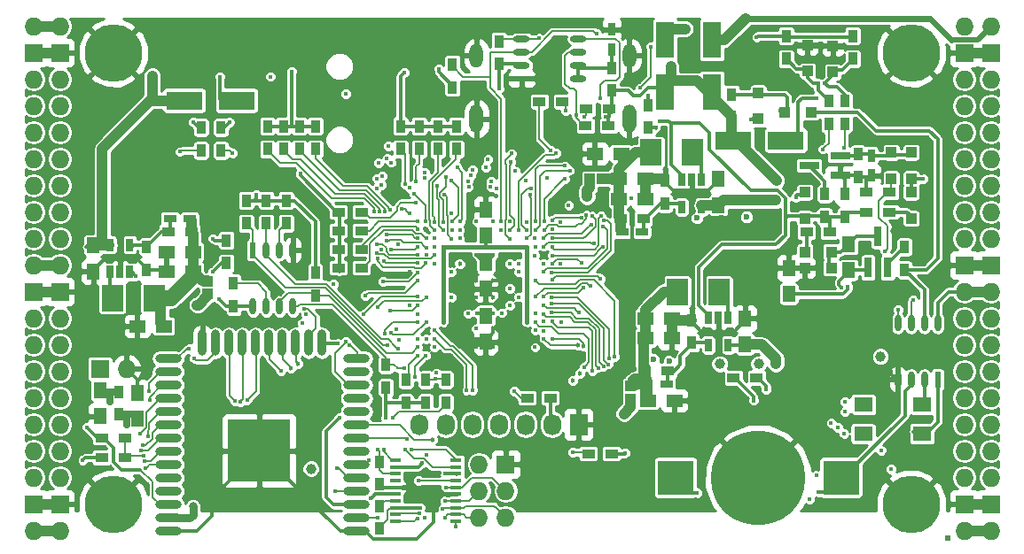
<source format=gbl>
G04 #@! TF.FileFunction,Copper,L4,Bot,Signal*
%FSLAX46Y46*%
G04 Gerber Fmt 4.6, Leading zero omitted, Abs format (unit mm)*
G04 Created by KiCad (PCBNEW 4.0.7+dfsg1-1) date Wed Dec 13 13:03:02 2017*
%MOMM*%
%LPD*%
G01*
G04 APERTURE LIST*
%ADD10C,0.100000*%
%ADD11O,1.727200X1.727200*%
%ADD12R,1.727200X1.727200*%
%ADD13R,0.500000X0.500000*%
%ADD14R,0.900000X1.200000*%
%ADD15R,1.000000X1.000000*%
%ADD16R,1.800000X3.500000*%
%ADD17R,2.000000X2.500000*%
%ADD18R,0.700000X1.200000*%
%ADD19R,1.250000X1.500000*%
%ADD20R,1.500000X1.250000*%
%ADD21R,0.800000X1.900000*%
%ADD22R,1.900000X0.800000*%
%ADD23R,1.200000X0.750000*%
%ADD24R,0.750000X1.200000*%
%ADD25R,1.200000X0.900000*%
%ADD26C,5.500000*%
%ADD27R,1.000000X0.400000*%
%ADD28R,1.727200X2.032000*%
%ADD29O,1.727200X2.032000*%
%ADD30R,3.500000X1.800000*%
%ADD31R,3.500000X3.300000*%
%ADD32C,9.000000*%
%ADD33O,1.300000X2.700000*%
%ADD34O,1.300000X2.300000*%
%ADD35R,0.600000X1.550000*%
%ADD36O,0.600000X1.550000*%
%ADD37R,1.550000X0.600000*%
%ADD38O,1.550000X0.600000*%
%ADD39O,2.500000X0.900000*%
%ADD40O,0.900000X2.500000*%
%ADD41R,6.000000X6.000000*%
%ADD42R,1.800000X1.400000*%
%ADD43C,0.400000*%
%ADD44C,1.000000*%
%ADD45C,0.600000*%
%ADD46C,0.454000*%
%ADD47C,0.800000*%
%ADD48C,0.700000*%
%ADD49C,0.300000*%
%ADD50C,0.190000*%
%ADD51C,1.000000*%
%ADD52C,0.600000*%
%ADD53C,0.500000*%
%ADD54C,0.800000*%
%ADD55C,0.700000*%
%ADD56C,0.400000*%
%ADD57C,0.200000*%
%ADD58C,1.500000*%
%ADD59C,0.127000*%
%ADD60C,1.200000*%
%ADD61C,0.254000*%
G04 APERTURE END LIST*
D10*
D11*
X97910000Y-62690000D03*
X95370000Y-62690000D03*
D12*
X97910000Y-65230000D03*
X95370000Y-65230000D03*
D11*
X97910000Y-67770000D03*
X95370000Y-67770000D03*
X97910000Y-70310000D03*
X95370000Y-70310000D03*
X97910000Y-72850000D03*
X95370000Y-72850000D03*
X97910000Y-75390000D03*
X95370000Y-75390000D03*
X97910000Y-77930000D03*
X95370000Y-77930000D03*
X97910000Y-80470000D03*
X95370000Y-80470000D03*
X97910000Y-83010000D03*
X95370000Y-83010000D03*
X97910000Y-85550000D03*
X95370000Y-85550000D03*
D12*
X97910000Y-88090000D03*
X95370000Y-88090000D03*
D11*
X97910000Y-90630000D03*
X95370000Y-90630000D03*
X97910000Y-93170000D03*
X95370000Y-93170000D03*
X97910000Y-95710000D03*
X95370000Y-95710000D03*
X97910000Y-98250000D03*
X95370000Y-98250000D03*
X97910000Y-100790000D03*
X95370000Y-100790000D03*
X97910000Y-103330000D03*
X95370000Y-103330000D03*
X97910000Y-105870000D03*
X95370000Y-105870000D03*
D12*
X97910000Y-108410000D03*
X95370000Y-108410000D03*
D11*
X97910000Y-110950000D03*
X95370000Y-110950000D03*
D13*
X182675150Y-111637626D03*
D14*
X103498000Y-99858000D03*
X103498000Y-97658000D03*
D15*
X152393000Y-97142000D03*
X152393000Y-98342000D03*
D16*
X155695000Y-69000000D03*
X155695000Y-64000000D03*
D14*
X154044000Y-72426000D03*
X154044000Y-70226000D03*
D17*
X160870000Y-88090000D03*
X156870000Y-88090000D03*
D18*
X159825000Y-90600000D03*
X160775000Y-90600000D03*
X161725000Y-90600000D03*
X161725000Y-93200000D03*
X159825000Y-93200000D03*
D17*
X102895000Y-88725000D03*
X106895000Y-88725000D03*
D18*
X104575000Y-86215000D03*
X103625000Y-86215000D03*
X102675000Y-86215000D03*
X102675000Y-83615000D03*
X104575000Y-83615000D03*
D17*
X158330000Y-74755000D03*
X154330000Y-74755000D03*
D18*
X157285000Y-77392000D03*
X158235000Y-77392000D03*
X159185000Y-77392000D03*
X159185000Y-79992000D03*
X157285000Y-79992000D03*
D19*
X101085000Y-83665000D03*
X101085000Y-86165000D03*
D20*
X153810000Y-90630000D03*
X156310000Y-90630000D03*
X153810000Y-92535000D03*
X156310000Y-92535000D03*
D19*
X163315000Y-93150000D03*
X163315000Y-90650000D03*
D20*
X151270000Y-79200000D03*
X153770000Y-79200000D03*
X151270000Y-77295000D03*
X153770000Y-77295000D03*
D19*
X160775000Y-79815000D03*
X160775000Y-77315000D03*
D20*
X110590000Y-84280000D03*
X108090000Y-84280000D03*
X110590000Y-86185000D03*
X108090000Y-86185000D03*
D19*
X173221000Y-86038000D03*
X173221000Y-83538000D03*
D21*
X176965000Y-85780000D03*
X175065000Y-85780000D03*
X176015000Y-82780000D03*
D22*
X172435000Y-75075000D03*
X172435000Y-76975000D03*
X169435000Y-76025000D03*
D23*
X153910000Y-96910000D03*
X155810000Y-96910000D03*
X151570000Y-82375000D03*
X153470000Y-82375000D03*
X110290000Y-81105000D03*
X108390000Y-81105000D03*
D24*
X175380000Y-75075000D03*
X175380000Y-76975000D03*
D25*
X169200000Y-82375000D03*
X171400000Y-82375000D03*
D14*
X172840000Y-80935000D03*
X172840000Y-78735000D03*
D25*
X177115000Y-80470000D03*
X174915000Y-80470000D03*
D14*
X174110000Y-74925000D03*
X174110000Y-77125000D03*
X178555000Y-83815000D03*
X178555000Y-86015000D03*
X113785000Y-83180000D03*
X113785000Y-85380000D03*
X170935000Y-80935000D03*
X170935000Y-78735000D03*
X128390000Y-108580000D03*
X128390000Y-110780000D03*
D25*
X150572000Y-103584000D03*
X148372000Y-103584000D03*
X177115000Y-78565000D03*
X174915000Y-78565000D03*
X153760000Y-95640000D03*
X155960000Y-95640000D03*
X110440000Y-82375000D03*
X108240000Y-82375000D03*
X151420000Y-81105000D03*
X153620000Y-81105000D03*
D14*
X158235000Y-90800000D03*
X158235000Y-93000000D03*
X106165000Y-86015000D03*
X106165000Y-83815000D03*
X155695000Y-77465000D03*
X155695000Y-79665000D03*
D25*
X126696000Y-85804000D03*
X124496000Y-85804000D03*
X126696000Y-84026000D03*
X124496000Y-84026000D03*
X126696000Y-82248000D03*
X124496000Y-82248000D03*
X126696000Y-80470000D03*
X124496000Y-80470000D03*
D14*
X130422000Y-74458000D03*
X130422000Y-72258000D03*
X132200000Y-74458000D03*
X132200000Y-72258000D03*
X133978000Y-74458000D03*
X133978000Y-72258000D03*
X135756000Y-74458000D03*
X135756000Y-72258000D03*
D24*
X150589600Y-64910000D03*
X150589600Y-63010000D03*
D11*
X184270000Y-110950000D03*
X186810000Y-110950000D03*
D12*
X184270000Y-108410000D03*
X186810000Y-108410000D03*
D11*
X184270000Y-105870000D03*
X186810000Y-105870000D03*
X184270000Y-103330000D03*
X186810000Y-103330000D03*
X184270000Y-100790000D03*
X186810000Y-100790000D03*
X184270000Y-98250000D03*
X186810000Y-98250000D03*
X184270000Y-95710000D03*
X186810000Y-95710000D03*
X184270000Y-93170000D03*
X186810000Y-93170000D03*
X184270000Y-90630000D03*
X186810000Y-90630000D03*
X184270000Y-88090000D03*
X186810000Y-88090000D03*
D12*
X184270000Y-85550000D03*
X186810000Y-85550000D03*
D11*
X184270000Y-83010000D03*
X186810000Y-83010000D03*
X184270000Y-80470000D03*
X186810000Y-80470000D03*
X184270000Y-77930000D03*
X186810000Y-77930000D03*
X184270000Y-75390000D03*
X186810000Y-75390000D03*
X184270000Y-72850000D03*
X186810000Y-72850000D03*
X184270000Y-70310000D03*
X186810000Y-70310000D03*
X184270000Y-67770000D03*
X186810000Y-67770000D03*
D12*
X184270000Y-65230000D03*
X186810000Y-65230000D03*
D11*
X184270000Y-62690000D03*
X186810000Y-62690000D03*
D26*
X102990000Y-108410000D03*
X179190000Y-108410000D03*
X179190000Y-65230000D03*
X102990000Y-65230000D03*
D14*
X162045000Y-71410000D03*
X162045000Y-69210000D03*
X139820000Y-66330000D03*
X139820000Y-64130000D03*
X135375000Y-68532000D03*
X135375000Y-66332000D03*
X150615000Y-68870000D03*
X150615000Y-66670000D03*
D25*
X150275000Y-72215000D03*
X148075000Y-72215000D03*
X150380000Y-70600000D03*
X148180000Y-70600000D03*
D27*
X135735000Y-104215000D03*
X135735000Y-104865000D03*
X135735000Y-105515000D03*
X135735000Y-106165000D03*
X135735000Y-106815000D03*
X135735000Y-107465000D03*
X135735000Y-108115000D03*
X135735000Y-108765000D03*
X135735000Y-109415000D03*
X135735000Y-110065000D03*
X129935000Y-110065000D03*
X129935000Y-109415000D03*
X129935000Y-108765000D03*
X129935000Y-108115000D03*
X129935000Y-107465000D03*
X129935000Y-106815000D03*
X129935000Y-106165000D03*
X129935000Y-105515000D03*
X129935000Y-104865000D03*
X129935000Y-104215000D03*
D14*
X119500000Y-79370000D03*
X119500000Y-81570000D03*
X114480000Y-89500000D03*
X114480000Y-87300000D03*
X129025000Y-97275000D03*
X129025000Y-95075000D03*
X117595000Y-79370000D03*
X117595000Y-81570000D03*
X122280000Y-86300000D03*
X122280000Y-88500000D03*
X115690000Y-79370000D03*
X115690000Y-81570000D03*
D25*
X144730000Y-98250000D03*
X142530000Y-98250000D03*
D14*
X132835000Y-98715000D03*
X132835000Y-96515000D03*
X130930000Y-98715000D03*
X130930000Y-96515000D03*
D25*
X101890000Y-103965000D03*
X104090000Y-103965000D03*
D12*
X101720000Y-95456000D03*
D11*
X104260000Y-95456000D03*
D25*
X104090000Y-102060000D03*
X101890000Y-102060000D03*
D19*
X167506000Y-88324000D03*
X167506000Y-85824000D03*
D25*
X164415000Y-96345000D03*
X162215000Y-96345000D03*
D14*
X167252000Y-65822000D03*
X167252000Y-63622000D03*
D12*
X140455000Y-104600000D03*
D11*
X137915000Y-104600000D03*
X140455000Y-107140000D03*
X137915000Y-107140000D03*
X140455000Y-109680000D03*
X137915000Y-109680000D03*
D19*
X138550000Y-90396000D03*
X138550000Y-92896000D03*
X138550000Y-82736000D03*
X138550000Y-80236000D03*
X138550000Y-85316000D03*
X138550000Y-87816000D03*
X101720000Y-97508000D03*
X101720000Y-100008000D03*
D14*
X113277000Y-74585000D03*
X113277000Y-72385000D03*
X111372000Y-74585000D03*
X111372000Y-72385000D03*
X172840000Y-72045000D03*
X172840000Y-69845000D03*
X171316000Y-72045000D03*
X171316000Y-69845000D03*
D28*
X147440000Y-100790000D03*
D29*
X144900000Y-100790000D03*
X142360000Y-100790000D03*
X139820000Y-100790000D03*
X137280000Y-100790000D03*
X134740000Y-100790000D03*
X132200000Y-100790000D03*
D19*
X105276000Y-100262000D03*
X105276000Y-97762000D03*
D30*
X109761000Y-69802000D03*
X114761000Y-69802000D03*
X167212000Y-73612000D03*
X162212000Y-73612000D03*
D16*
X160140000Y-64000000D03*
X160140000Y-69000000D03*
D20*
X154064000Y-98504000D03*
X156564000Y-98504000D03*
X107796000Y-91392000D03*
X105296000Y-91392000D03*
X151484000Y-74882000D03*
X148984000Y-74882000D03*
D14*
X173602000Y-65822000D03*
X173602000Y-63622000D03*
X134740000Y-96515000D03*
X134740000Y-98715000D03*
D31*
X172485000Y-105870000D03*
X156685000Y-105870000D03*
D32*
X164585000Y-105870000D03*
D15*
X169284000Y-66988000D03*
X169284000Y-64488000D03*
X171697000Y-67081000D03*
X171697000Y-64581000D03*
X169050000Y-84280000D03*
X171550000Y-84280000D03*
X179190000Y-81085000D03*
X179190000Y-78585000D03*
X169030000Y-81085000D03*
X169030000Y-78585000D03*
X171550000Y-85804000D03*
X169050000Y-85804000D03*
X179190000Y-77275000D03*
X179190000Y-74775000D03*
X177285000Y-74775000D03*
X177285000Y-77275000D03*
X167145000Y-70945000D03*
X169645000Y-70945000D03*
X164585000Y-69060000D03*
X164585000Y-71560000D03*
X112007000Y-87109000D03*
X112007000Y-88309000D03*
X149691000Y-77295000D03*
X148491000Y-77295000D03*
D14*
X128390000Y-106546000D03*
X128390000Y-104346000D03*
X117722000Y-74458000D03*
X117722000Y-72258000D03*
X119246000Y-74458000D03*
X119246000Y-72258000D03*
X120770000Y-74458000D03*
X120770000Y-72258000D03*
X122294000Y-74458000D03*
X122294000Y-72258000D03*
D25*
X145880000Y-69900000D03*
X143680000Y-69900000D03*
D33*
X152280000Y-71550000D03*
X137680000Y-71550000D03*
D34*
X137680000Y-65500000D03*
X152280000Y-65500000D03*
D35*
X181730000Y-96505000D03*
D36*
X180460000Y-96505000D03*
X179190000Y-96505000D03*
X177920000Y-96505000D03*
X177920000Y-91105000D03*
X179190000Y-91105000D03*
X180460000Y-91105000D03*
X181730000Y-91105000D03*
D37*
X141980000Y-67706500D03*
D38*
X141980000Y-66436500D03*
X141980000Y-65166500D03*
X141980000Y-63896500D03*
X147380000Y-63896500D03*
X147380000Y-65166500D03*
X147380000Y-66436500D03*
X147380000Y-67706500D03*
D35*
X116325000Y-84120000D03*
D36*
X117595000Y-84120000D03*
X118865000Y-84120000D03*
X120135000Y-84120000D03*
X120135000Y-89520000D03*
X118865000Y-89520000D03*
X117595000Y-89520000D03*
X116325000Y-89520000D03*
D39*
X126230000Y-111000000D03*
X126230000Y-109730000D03*
X126230000Y-108460000D03*
X126230000Y-107190000D03*
X126230000Y-105920000D03*
X126230000Y-104650000D03*
X126230000Y-103380000D03*
X126230000Y-102110000D03*
X126230000Y-100840000D03*
X126230000Y-99570000D03*
X126230000Y-98300000D03*
X126230000Y-97030000D03*
X126230000Y-95760000D03*
X126230000Y-94490000D03*
D40*
X122945000Y-93000000D03*
X121675000Y-93000000D03*
X120405000Y-93000000D03*
X119135000Y-93000000D03*
X117865000Y-93000000D03*
X116595000Y-93000000D03*
X115325000Y-93000000D03*
X114055000Y-93000000D03*
X112785000Y-93000000D03*
X111515000Y-93000000D03*
D39*
X108230000Y-94490000D03*
X108230000Y-95760000D03*
X108230000Y-97030000D03*
X108230000Y-98300000D03*
X108230000Y-99570000D03*
X108230000Y-100840000D03*
X108230000Y-102110000D03*
X108230000Y-103380000D03*
X108230000Y-104650000D03*
X108230000Y-105920000D03*
X108230000Y-107190000D03*
X108230000Y-108460000D03*
X108230000Y-109730000D03*
X108230000Y-111000000D03*
D41*
X116930000Y-103300000D03*
D42*
X180212000Y-98882000D03*
X174612000Y-98882000D03*
X174612000Y-101682000D03*
X180212000Y-101682000D03*
D43*
X144103496Y-84660400D03*
D44*
X177658444Y-82281349D03*
D43*
X145680000Y-81405125D03*
X145691238Y-94166752D03*
X145759873Y-91010176D03*
D45*
X152525938Y-81463870D03*
D44*
X162956098Y-95078488D03*
X158539988Y-94868772D03*
D45*
X161075765Y-80992022D03*
X164882869Y-80938986D03*
X156262773Y-81349374D03*
X123437000Y-108972000D03*
D43*
X132871770Y-84533979D03*
X132862998Y-82124544D03*
X131278306Y-86213101D03*
X135281276Y-80583119D03*
X131279502Y-89407325D03*
X170309539Y-85441529D03*
X145672808Y-85396062D03*
X133216000Y-107465000D03*
X137680000Y-88600000D03*
X142480000Y-95000000D03*
X141680000Y-92600000D03*
X140836000Y-84534000D03*
X135284627Y-94985297D03*
X135288625Y-94225619D03*
X134455822Y-94267172D03*
X136095958Y-93369652D03*
D46*
X139264636Y-91615205D03*
D44*
X116880503Y-64802940D03*
X106974809Y-64953974D03*
X175210328Y-64948943D03*
X165417246Y-64954666D03*
D43*
X175495631Y-71457432D03*
X177285000Y-95710000D03*
X140880000Y-81400000D03*
X136085174Y-89394826D03*
X140874194Y-91433353D03*
X142480000Y-94200000D03*
X140880000Y-93400000D03*
X139280000Y-93400000D03*
X137680000Y-93400000D03*
X136880000Y-92600000D03*
X135280000Y-92600000D03*
X132880000Y-91800000D03*
X132880000Y-93400000D03*
D46*
X141042859Y-86994997D03*
X139280000Y-87000000D03*
X136110990Y-86995403D03*
X137680000Y-87000000D03*
X136080000Y-84600000D03*
X139280000Y-88600000D03*
D44*
X106720415Y-67436305D03*
X166284693Y-95025145D03*
X166248957Y-79348409D03*
X166343357Y-77477990D03*
D43*
X172564535Y-87722010D03*
D44*
X121861867Y-105030174D03*
D43*
X150030853Y-71331848D03*
D44*
X156235582Y-66548363D03*
X101932065Y-82585048D03*
D43*
X127586603Y-107875044D03*
D44*
X157600000Y-62944000D03*
X148237462Y-79019093D03*
D43*
X148271935Y-77558071D03*
X117976000Y-67516000D03*
D44*
X160905403Y-95006436D03*
D45*
X158731133Y-81048929D03*
X154593901Y-94607945D03*
X156088245Y-94762980D03*
D44*
X164625730Y-94982471D03*
D45*
X163462982Y-80942429D03*
D44*
X176254940Y-94288458D03*
D47*
X110593913Y-108636458D03*
D43*
X180340784Y-77316932D03*
X173137949Y-87594275D03*
D48*
X102710050Y-98594954D03*
D43*
X154794000Y-72426000D03*
X129005202Y-100174798D03*
X137659051Y-91638034D03*
X139820000Y-68665673D03*
X172834633Y-99599920D03*
X172879922Y-98618650D03*
X176305593Y-103279812D03*
X164433885Y-63737451D03*
X134079160Y-66786153D03*
X116654336Y-78777990D03*
X112515000Y-83010000D03*
X100080000Y-104200000D03*
X113080000Y-88800000D03*
X135273306Y-88618602D03*
X139272517Y-84611349D03*
X137680556Y-84534085D03*
X141680000Y-86200000D03*
X135280000Y-86200000D03*
X132880000Y-92600000D03*
X132080000Y-92600000D03*
X141680000Y-88600000D03*
X141680000Y-85400000D03*
X165349214Y-97422919D03*
X121401947Y-90251871D03*
X129988160Y-91721995D03*
X130302262Y-92700329D03*
X121041200Y-91125073D03*
D44*
X110991000Y-89360000D03*
D43*
X142480000Y-91000000D03*
X142480000Y-83800000D03*
X134480000Y-83800000D03*
X134480000Y-91000000D03*
X105160274Y-86610828D03*
X125193541Y-69156848D03*
X155149360Y-71764535D03*
X170182962Y-69571012D03*
X170362901Y-107286196D03*
X158716651Y-107325176D03*
X128216338Y-109760338D03*
X132708000Y-109680000D03*
X137295592Y-97538017D03*
X134750646Y-106810513D03*
X133680000Y-91800000D03*
X136740903Y-97514503D03*
X134675868Y-108131585D03*
D46*
X133449289Y-102232615D03*
D43*
X133680000Y-92600000D03*
X132936956Y-103711000D03*
X127385678Y-104203668D03*
X133685482Y-93402296D03*
X134463998Y-108841973D03*
X131039072Y-102187000D03*
X131808905Y-96227367D03*
X134636872Y-109719950D03*
X132846234Y-94197073D03*
X176700000Y-84220000D03*
X143260000Y-84620000D03*
X120834553Y-76779094D03*
X130761990Y-67119621D03*
X147186000Y-71200000D03*
X147983153Y-71347080D03*
X149475951Y-69619684D03*
X153297112Y-68608292D03*
X177926984Y-89812061D03*
X154329326Y-64643767D03*
X152497066Y-79193467D03*
X146481406Y-79819384D03*
X143650666Y-63862520D03*
X179351513Y-88868327D03*
X149134122Y-63424051D03*
X140035989Y-81400000D03*
X115759823Y-98502036D03*
X132083026Y-86260405D03*
X128776655Y-87135140D03*
X119008515Y-95662939D03*
D46*
X119978162Y-95412951D03*
X120634035Y-94977604D03*
D43*
X113157250Y-67567056D03*
X146180000Y-70800000D03*
X131453853Y-103208291D03*
X149771692Y-81825658D03*
X144080000Y-86200000D03*
X149533922Y-86870784D03*
X144894316Y-86977564D03*
X144896700Y-83835368D03*
X149549750Y-80868432D03*
D46*
X147343891Y-93217126D03*
D43*
X144113248Y-92588762D03*
X144875155Y-86292748D03*
X149846468Y-81303978D03*
X148696112Y-80861847D03*
X144916886Y-82991356D03*
D46*
X147915304Y-93322307D03*
D43*
X144882352Y-92577990D03*
X144902941Y-90956495D03*
X148747982Y-95669626D03*
X144867244Y-90112484D03*
X149795895Y-95251084D03*
X144855814Y-89268481D03*
X150278898Y-95040253D03*
X150345974Y-94517527D03*
X144877648Y-88622010D03*
X150889207Y-94332565D03*
X143280000Y-87000000D03*
X130807074Y-95454141D03*
X130171404Y-93544341D03*
X132080000Y-93400000D03*
X129196652Y-93209125D03*
X133852393Y-95875797D03*
X141280000Y-97600000D03*
X133762848Y-96395146D03*
X132080000Y-94200000D03*
X128610772Y-84072485D03*
X105895603Y-103765816D03*
X130839486Y-103208291D03*
X132075624Y-89410644D03*
X129449238Y-89926948D03*
X128806823Y-103185900D03*
X128251440Y-89564206D03*
X132162861Y-106185868D03*
X132880000Y-88600000D03*
X124329568Y-104994951D03*
X127040053Y-88481065D03*
X132080000Y-87000000D03*
X125499542Y-93250681D03*
X124202418Y-107207639D03*
X109323798Y-74706222D03*
X132024412Y-109766775D03*
X114371508Y-74859518D03*
X132219727Y-109277292D03*
X135315381Y-81391918D03*
X135280062Y-77463305D03*
X134471370Y-81406751D03*
X134758050Y-77130140D03*
X132761172Y-77202673D03*
X132737245Y-76676207D03*
X128644933Y-77050030D03*
X128152012Y-77257840D03*
X128125571Y-78233647D03*
X110718734Y-94451783D03*
X128590544Y-77894041D03*
X110249038Y-93533767D03*
X106368514Y-97598098D03*
X131253134Y-78134216D03*
X106477197Y-98487772D03*
X132783339Y-81400004D03*
X131709326Y-78745875D03*
X132079024Y-82984045D03*
X129109095Y-82655074D03*
X105572759Y-101661319D03*
X106276126Y-101893466D03*
X132880889Y-83897835D03*
X129054383Y-83179239D03*
X129487667Y-84079929D03*
X132083682Y-83828056D03*
X105813763Y-102819336D03*
X132062099Y-84533979D03*
X128165458Y-83528763D03*
X105627254Y-103312241D03*
X128183315Y-84380742D03*
X105992720Y-104283802D03*
X133671942Y-84595200D03*
X132834641Y-85377990D03*
X128203260Y-84907376D03*
X106088753Y-104974041D03*
D46*
X146862501Y-96617499D03*
X147534467Y-95913260D03*
D43*
X147927932Y-95329243D03*
X143280000Y-91000000D03*
X149284391Y-95377990D03*
X144077013Y-90266968D03*
X147430953Y-90112484D03*
X144076240Y-89395301D03*
X143281824Y-90201951D03*
X144102010Y-85397219D03*
X144889349Y-85448737D03*
X147687390Y-85374093D03*
X148610661Y-81705858D03*
X144102010Y-83000000D03*
X144888125Y-82147345D03*
X147910791Y-87683418D03*
X144082832Y-88584510D03*
X148540663Y-87547222D03*
X143278026Y-88595030D03*
X148175253Y-80781550D03*
X144125486Y-82186468D03*
X147688311Y-80983115D03*
X144880008Y-81303333D03*
X139280000Y-81400000D03*
X139578623Y-78205862D03*
X139034115Y-78040948D03*
X139046749Y-77514088D03*
X138580000Y-76200000D03*
X138779198Y-75400762D03*
X137680000Y-81400000D03*
X137308732Y-76415018D03*
X137106948Y-76979922D03*
X136859538Y-77550820D03*
X136922059Y-78097889D03*
X136096392Y-81395070D03*
X135830698Y-76200613D03*
X149732494Y-83807694D03*
X144912409Y-84635817D03*
X148921512Y-83442010D03*
X144103186Y-83777990D03*
X142841210Y-78784254D03*
X142473549Y-82998913D03*
X142864275Y-78217369D03*
X142437464Y-82181475D03*
X146089079Y-77300571D03*
X144144931Y-81387081D03*
X144394875Y-77219934D03*
X146577729Y-76500816D03*
X143281475Y-82206074D03*
X146130802Y-76060132D03*
X143300920Y-81377293D03*
X145255695Y-74817220D03*
X141662690Y-82207782D03*
X142456909Y-81405800D03*
X140030954Y-82200000D03*
X141342967Y-76554996D03*
X141046643Y-74873804D03*
X140864029Y-83041403D03*
X140874966Y-82177164D03*
X140980062Y-75681941D03*
X115149319Y-98625494D03*
X132872609Y-82968555D03*
X132080007Y-82103333D03*
X132080000Y-81400000D03*
X131847310Y-79589886D03*
X130856828Y-77786820D03*
X131923295Y-77584853D03*
X133648389Y-82190597D03*
X133627359Y-81414685D03*
X129477855Y-92000822D03*
X132880000Y-91000000D03*
X128879646Y-92111037D03*
X132077648Y-90977990D03*
X131275302Y-80595752D03*
X130489904Y-80167235D03*
X128823114Y-85153560D03*
X132072985Y-85377990D03*
X134476508Y-82180155D03*
X133942383Y-77980766D03*
X163908850Y-71651861D03*
X135656559Y-110610712D03*
X132468001Y-104503413D03*
X146844288Y-103452739D03*
X132285867Y-108754446D03*
X134707351Y-105508447D03*
D48*
X104260000Y-100790000D03*
D43*
X114604320Y-98573680D03*
X112515000Y-86185000D03*
X164144561Y-98511733D03*
X170157734Y-105666345D03*
X169506589Y-107953726D03*
X170735900Y-74464979D03*
X143257990Y-83000000D03*
X168166438Y-79108038D03*
X151896383Y-103510715D03*
X114075797Y-71903914D03*
X110632496Y-71877629D03*
X143269694Y-93414905D03*
X177274002Y-105079115D03*
X172761273Y-101651681D03*
X143280000Y-91800000D03*
X172193360Y-101105663D03*
X144064831Y-91877646D03*
X144080000Y-90956495D03*
X171540304Y-100645743D03*
X135320520Y-82196441D03*
X129493343Y-75737814D03*
X136080000Y-82200000D03*
X129125079Y-75315804D03*
X136080000Y-83000000D03*
X129252218Y-74142461D03*
X142377451Y-77497451D03*
X172746637Y-74347988D03*
X143280000Y-83800000D03*
X170300000Y-68151000D03*
X170950000Y-68125562D03*
X125167387Y-92841517D03*
X121206217Y-89762554D03*
X132082956Y-90210779D03*
X182675150Y-111637626D03*
X124027706Y-87347706D03*
X124027707Y-87347707D03*
X166678914Y-70803555D03*
X129660000Y-100155000D03*
X124580000Y-100155000D03*
X132084049Y-88558274D03*
X126880008Y-90276109D03*
X128280000Y-103200000D03*
X120008000Y-67008000D03*
X127889625Y-80407426D03*
X133680000Y-85400000D03*
X130204628Y-83599483D03*
X128416582Y-80399850D03*
X133680000Y-83800000D03*
X128943593Y-80399729D03*
X133680000Y-83000000D03*
X129457990Y-80285112D03*
X144780000Y-74590382D03*
X124453000Y-93043000D03*
X137689001Y-90122990D03*
D44*
X151758000Y-99774000D03*
D43*
X136885174Y-90194826D03*
X140094890Y-90122990D03*
X139280000Y-90122990D03*
X140880000Y-89400000D03*
X140880000Y-87800000D03*
X140880000Y-85400000D03*
D46*
X136080000Y-85400000D03*
D43*
X128333179Y-75769807D03*
X134613000Y-78819000D03*
X135280000Y-83022010D03*
X154052298Y-69302298D03*
X100450000Y-101044000D03*
D49*
X155822000Y-83645000D02*
X155822000Y-81790147D01*
X155822000Y-81790147D02*
X156262773Y-81349374D01*
X153039876Y-83645000D02*
X155822000Y-83645000D01*
X152525938Y-83131062D02*
X153039876Y-83645000D01*
X152525938Y-81463870D02*
X152525938Y-83131062D01*
D50*
X138029000Y-66332000D02*
X138115000Y-66246000D01*
D49*
X133415999Y-107664999D02*
X133216000Y-107465000D01*
X133612013Y-107861013D02*
X133415999Y-107664999D01*
X131991648Y-111780338D02*
X133612013Y-110159973D01*
X127810434Y-111780338D02*
X131991648Y-111780338D01*
X133612013Y-110159973D02*
X133612013Y-107861013D01*
X127060434Y-111030338D02*
X127810434Y-111780338D01*
X126260434Y-111030338D02*
X127060434Y-111030338D01*
D51*
X184270000Y-108410000D02*
X186810000Y-108410000D01*
X184270000Y-85550000D02*
X186810000Y-85550000D01*
X184270000Y-65230000D02*
X186810000Y-65230000D01*
X95370000Y-65230000D02*
X97910000Y-65230000D01*
X95370000Y-88090000D02*
X97910000Y-88090000D01*
X95370000Y-108410000D02*
X97910000Y-108410000D01*
D49*
X108260434Y-111030338D02*
X109060434Y-111030338D01*
X109060434Y-111030338D02*
X109140772Y-110950000D01*
X110957617Y-110950000D02*
X112380000Y-109527617D01*
X109140772Y-110950000D02*
X110957617Y-110950000D01*
X112380000Y-109527617D02*
X112380000Y-107854384D01*
X112380000Y-107854384D02*
X116904046Y-103330338D01*
X116904046Y-103330338D02*
X116960434Y-103330338D01*
X167506000Y-85824000D02*
X169927068Y-85824000D01*
X169927068Y-85824000D02*
X170109540Y-85641528D01*
X170109540Y-85641528D02*
X170309539Y-85441529D01*
X104260000Y-95456000D02*
X105276000Y-96472000D01*
X105276000Y-96472000D02*
X105276000Y-97762000D01*
X133216000Y-107465000D02*
X132214478Y-107465000D01*
X135735000Y-107465000D02*
X133216000Y-107465000D01*
X132214478Y-107465000D02*
X131572496Y-106823018D01*
X131572496Y-106823018D02*
X129919874Y-106823018D01*
X126260434Y-111030338D02*
X124660659Y-111030338D01*
X124660659Y-111030338D02*
X116960659Y-103330338D01*
X116960659Y-103330338D02*
X116960434Y-103330338D01*
X129935000Y-106815000D02*
X128659000Y-106815000D01*
X128659000Y-106815000D02*
X128390000Y-106546000D01*
X128390000Y-106546000D02*
X128558000Y-106546000D01*
X136126306Y-93400000D02*
X136095958Y-93369652D01*
X136880000Y-92600000D02*
X136110348Y-93369652D01*
X136049652Y-93369652D02*
X136095958Y-93369652D01*
X137680000Y-93400000D02*
X136126306Y-93400000D01*
X135280000Y-92600000D02*
X136049652Y-93369652D01*
X136110348Y-93369652D02*
X136095958Y-93369652D01*
X139264636Y-92054364D02*
X139264636Y-91936231D01*
X139264636Y-91936231D02*
X139264636Y-91615205D01*
X138550000Y-92769000D02*
X139264636Y-92054364D01*
X136880000Y-92600000D02*
X137680000Y-93400000D01*
X136880000Y-92600000D02*
X138381000Y-92600000D01*
X138381000Y-92600000D02*
X138550000Y-92769000D01*
X135280000Y-92600000D02*
X136880000Y-92600000D01*
X138550000Y-92769000D02*
X138649000Y-92769000D01*
X138649000Y-92769000D02*
X139280000Y-93400000D01*
X138550000Y-92769000D02*
X138311000Y-92769000D01*
X138311000Y-92769000D02*
X137680000Y-93400000D01*
X175042385Y-64781000D02*
X175210328Y-64948943D01*
X171697000Y-64781000D02*
X175042385Y-64781000D01*
X165683912Y-64688000D02*
X165417246Y-64954666D01*
X169284000Y-64688000D02*
X165683912Y-64688000D01*
X169284000Y-64688000D02*
X171604000Y-64688000D01*
X171604000Y-64688000D02*
X171697000Y-64781000D01*
X177285000Y-95710000D02*
X177285000Y-95964000D01*
X177285000Y-95964000D02*
X177920000Y-96599000D01*
X102210000Y-84915000D02*
X103625000Y-84915000D01*
X103625000Y-84915000D02*
X105215000Y-84915000D01*
X103625000Y-86215000D02*
X103625000Y-84915000D01*
X105215000Y-84915000D02*
X106165000Y-85865000D01*
X106165000Y-85865000D02*
X106165000Y-86015000D01*
X101085000Y-86165000D02*
X101085000Y-86040000D01*
X101085000Y-86040000D02*
X102210000Y-84915000D01*
X106165000Y-86015000D02*
X107920000Y-86015000D01*
X107920000Y-86015000D02*
X108090000Y-86185000D01*
D51*
X153770000Y-77295000D02*
X155525000Y-77295000D01*
D49*
X155525000Y-77295000D02*
X155695000Y-77465000D01*
D51*
X153770000Y-79200000D02*
X153770000Y-77295000D01*
D49*
X174110000Y-77125000D02*
X174745000Y-77125000D01*
X174745000Y-77125000D02*
X175230000Y-77125000D01*
X174915000Y-78565000D02*
X174915000Y-77295000D01*
X174915000Y-77295000D02*
X174745000Y-77125000D01*
X172840000Y-78735000D02*
X172840000Y-77380000D01*
X172840000Y-77380000D02*
X172435000Y-76975000D01*
X175230000Y-77125000D02*
X175380000Y-76975000D01*
X172435000Y-76975000D02*
X173960000Y-76975000D01*
X173960000Y-76975000D02*
X174110000Y-77125000D01*
X137680000Y-86200000D02*
X137680000Y-86600000D01*
X136080000Y-84600000D02*
X137680000Y-86200000D01*
X159850000Y-78365000D02*
X158235000Y-78365000D01*
X158235000Y-78365000D02*
X156445000Y-78365000D01*
X158235000Y-77235000D02*
X158235000Y-78365000D01*
X160775000Y-77315000D02*
X160775000Y-77440000D01*
X160775000Y-77440000D02*
X159850000Y-78365000D01*
X156445000Y-78365000D02*
X155695000Y-77615000D01*
X155695000Y-77615000D02*
X155695000Y-77465000D01*
D51*
X156310000Y-90630000D02*
X156310000Y-92535000D01*
X158235000Y-90800000D02*
X156480000Y-90800000D01*
D49*
X156480000Y-90800000D02*
X156310000Y-90630000D01*
X163315000Y-90650000D02*
X163315000Y-90834602D01*
X163315000Y-90834602D02*
X162249602Y-91900000D01*
X162249602Y-91900000D02*
X160775000Y-91900000D01*
X101085000Y-86165000D02*
X101085000Y-85929893D01*
X106165000Y-85944374D02*
X106165000Y-86015000D01*
X159185000Y-91900000D02*
X160775000Y-91900000D01*
X160775000Y-90600000D02*
X160775000Y-91900000D01*
X158235000Y-90800000D02*
X158235000Y-90950000D01*
X158235000Y-90950000D02*
X159185000Y-91900000D01*
X108090000Y-84280000D02*
X108090000Y-86185000D01*
X107625000Y-84745000D02*
X108090000Y-84280000D01*
X108070000Y-84260000D02*
X108090000Y-84280000D01*
X141037856Y-87000000D02*
X141042859Y-86994997D01*
X139280000Y-87000000D02*
X141037856Y-87000000D01*
X136432016Y-86995403D02*
X136110990Y-86995403D01*
X137284597Y-86995403D02*
X136432016Y-86995403D01*
X137680000Y-86600000D02*
X137284597Y-86995403D01*
X137680000Y-86600000D02*
X137680000Y-87000000D01*
D51*
X106720415Y-69627585D02*
X106720415Y-68143411D01*
X106407114Y-69940886D02*
X106720415Y-69627585D01*
X106720415Y-68143411D02*
X106720415Y-67436305D01*
X166284693Y-94494693D02*
X166284693Y-95025145D01*
X164940000Y-93150000D02*
X166284693Y-94494693D01*
X163315000Y-93150000D02*
X164940000Y-93150000D01*
X165541851Y-79348409D02*
X166248957Y-79348409D01*
X161241591Y-79348409D02*
X165541851Y-79348409D01*
X160790000Y-79800000D02*
X161241591Y-79348409D01*
D49*
X150615000Y-68870000D02*
X152180000Y-68870000D01*
X153331001Y-69348999D02*
X152658999Y-69348999D01*
X152658999Y-69348999D02*
X152180000Y-68870000D01*
X154087002Y-68592998D02*
X155287998Y-68592998D01*
X153331001Y-69348999D02*
X154087002Y-68592998D01*
X155287998Y-68592998D02*
X155695000Y-69000000D01*
D51*
X162045000Y-71410000D02*
X162045000Y-73179633D01*
X162045000Y-73179633D02*
X165843358Y-76977991D01*
X165843358Y-76977991D02*
X166343357Y-77477990D01*
D49*
X101085000Y-83665000D02*
X101684316Y-83665000D01*
X101684316Y-83665000D02*
X101913492Y-83435824D01*
D51*
X101913492Y-83435824D02*
X101913492Y-82603621D01*
D49*
X101913492Y-82603621D02*
X101932065Y-82585048D01*
X172296000Y-87453475D02*
X172364536Y-87522011D01*
X172364536Y-87522011D02*
X172564535Y-87722010D01*
X172296000Y-87088000D02*
X172296000Y-87453475D01*
X173221000Y-86038000D02*
X173221000Y-86163000D01*
X173221000Y-86163000D02*
X172296000Y-87088000D01*
X150275000Y-71465000D02*
X150380000Y-71360000D01*
X150380000Y-71360000D02*
X150380000Y-70600000D01*
X150615000Y-70935000D02*
X150615000Y-69995990D01*
X150615000Y-69995990D02*
X150615000Y-68870000D01*
X150313695Y-71331848D02*
X150030853Y-71331848D01*
X150141848Y-71331848D02*
X150030853Y-71331848D01*
X150275000Y-71465000D02*
X150141848Y-71331848D01*
X150275000Y-72215000D02*
X150275000Y-71465000D01*
X160140000Y-69000000D02*
X160140000Y-69850000D01*
X160140000Y-69850000D02*
X161700000Y-71410000D01*
D51*
X156235582Y-67716832D02*
X156235582Y-66548363D01*
X158681338Y-67896338D02*
X156415088Y-67896338D01*
X156415088Y-67896338D02*
X156235582Y-67716832D01*
D49*
X156235582Y-66578582D02*
X156235582Y-66548363D01*
D51*
X101932065Y-81877942D02*
X101932065Y-82585048D01*
X101932065Y-74415935D02*
X101932065Y-81877942D01*
X106407114Y-69940886D02*
X101932065Y-74415935D01*
D49*
X110610000Y-69548000D02*
X110610000Y-69802000D01*
D51*
X109975000Y-69802000D02*
X106546000Y-69802000D01*
X106546000Y-69802000D02*
X106419000Y-69929000D01*
X106419000Y-69929000D02*
X106407114Y-69940886D01*
D49*
X106419000Y-69675000D02*
X106419000Y-69929000D01*
X100572432Y-83665000D02*
X100424079Y-83813353D01*
X101085000Y-83665000D02*
X100572432Y-83665000D01*
X160790000Y-79800000D02*
X160775000Y-79815000D01*
X160775000Y-79940000D02*
X160775000Y-79815000D01*
X164925000Y-93150000D02*
X164240000Y-93150000D01*
X164240000Y-93150000D02*
X163315000Y-93150000D01*
X101085000Y-83665000D02*
X101085000Y-83790000D01*
D51*
X159185000Y-79835000D02*
X160755000Y-79835000D01*
D49*
X160755000Y-79835000D02*
X160775000Y-79815000D01*
X161725000Y-93200000D02*
X163265000Y-93200000D01*
X163265000Y-93200000D02*
X163315000Y-93150000D01*
X173221000Y-86038000D02*
X174807000Y-86038000D01*
X174807000Y-86038000D02*
X175065000Y-85780000D01*
D51*
X101085000Y-83665000D02*
X102625000Y-83665000D01*
D49*
X102625000Y-83665000D02*
X102675000Y-83615000D01*
X161700000Y-71410000D02*
X162045000Y-71410000D01*
D51*
X162045000Y-71410000D02*
X162045000Y-71260000D01*
X162045000Y-71260000D02*
X158681338Y-67896338D01*
D49*
X162045000Y-71753000D02*
X162045000Y-71410000D01*
X127786602Y-107675045D02*
X127586603Y-107875044D01*
X129935000Y-107465000D02*
X127996647Y-107465000D01*
X127996647Y-107465000D02*
X127786602Y-107675045D01*
X155695000Y-64000000D02*
X155695000Y-63368337D01*
X155695000Y-63368337D02*
X156119337Y-62944000D01*
D51*
X156119337Y-62944000D02*
X157600000Y-62944000D01*
X160140000Y-64000000D02*
X161340000Y-64000000D01*
X161340000Y-64000000D02*
X163399217Y-61940783D01*
D52*
X163399217Y-61940783D02*
X180980783Y-61940783D01*
D53*
X185540000Y-63960000D02*
X186810000Y-62690000D01*
D52*
X180980783Y-61940783D02*
X183000000Y-63960000D01*
D53*
X183000000Y-63960000D02*
X185540000Y-63960000D01*
D51*
X148202000Y-78413082D02*
X148202454Y-78413536D01*
D49*
X148491000Y-77295000D02*
X148491000Y-77339006D01*
X148491000Y-77339006D02*
X148471934Y-77358072D01*
X148471934Y-77358072D02*
X148271935Y-77558071D01*
X148202000Y-78022023D02*
X148271935Y-77952088D01*
X148271935Y-77952088D02*
X148271935Y-77840913D01*
D51*
X148202454Y-78413536D02*
X148202454Y-78984085D01*
X148202454Y-78984085D02*
X148237462Y-79019093D01*
D49*
X148271935Y-77840913D02*
X148271935Y-77558071D01*
D54*
X110593913Y-109202143D02*
X110593913Y-108636458D01*
X110593913Y-109476859D02*
X110593913Y-109202143D01*
X110310434Y-109760338D02*
X110593913Y-109476859D01*
X108260434Y-109760338D02*
X110310434Y-109760338D01*
D49*
X179190000Y-77075000D02*
X179431932Y-77316932D01*
X179431932Y-77316932D02*
X180057942Y-77316932D01*
X180057942Y-77316932D02*
X180340784Y-77316932D01*
D51*
X184270000Y-110950000D02*
X186810000Y-110950000D01*
X184270000Y-88090000D02*
X186810000Y-88090000D01*
X95370000Y-62690000D02*
X97910000Y-62690000D01*
X95370000Y-85550000D02*
X97910000Y-85550000D01*
X95370000Y-110950000D02*
X97910000Y-110950000D01*
D49*
X179190000Y-78585000D02*
X179190000Y-77275000D01*
X129025000Y-97275000D02*
X129025000Y-98800000D01*
X129025000Y-98800000D02*
X129025000Y-100155000D01*
X130930000Y-98715000D02*
X129110000Y-98715000D01*
X129110000Y-98715000D02*
X129025000Y-98800000D01*
X167506000Y-88324000D02*
X172691066Y-88324000D01*
X172691066Y-88324000D02*
X173137949Y-87877117D01*
X173137949Y-87877117D02*
X173137949Y-87594275D01*
D55*
X102710050Y-97683950D02*
X102710050Y-98099980D01*
X102736000Y-97658000D02*
X102710050Y-97683950D01*
X102710050Y-98099980D02*
X102710050Y-98594954D01*
X102736000Y-97658000D02*
X101870000Y-97658000D01*
X103498000Y-97658000D02*
X102736000Y-97658000D01*
D49*
X101870000Y-97658000D02*
X101720000Y-97508000D01*
X148202000Y-78413082D02*
X148491000Y-78124082D01*
D51*
X148491000Y-78124082D02*
X148491000Y-77295000D01*
X148202000Y-78413082D02*
X148439744Y-78175338D01*
D49*
X154806000Y-72438000D02*
X154794000Y-72426000D01*
X154044000Y-72426000D02*
X154794000Y-72426000D01*
X129025000Y-100155000D02*
X129005202Y-100174798D01*
X129025000Y-97275000D02*
X129025000Y-98175000D01*
X132835000Y-98715000D02*
X130930000Y-98715000D01*
X173602000Y-63706000D02*
X167336000Y-63706000D01*
X167336000Y-63706000D02*
X167252000Y-63622000D01*
X167252000Y-63622000D02*
X164549336Y-63622000D01*
X164549336Y-63622000D02*
X164433885Y-63737451D01*
X138550000Y-85042000D02*
X138188471Y-85042000D01*
X138188471Y-85042000D02*
X137680556Y-84534085D01*
X138550000Y-85042000D02*
X138841866Y-85042000D01*
X138841866Y-85042000D02*
X139272517Y-84611349D01*
X137680556Y-84534085D02*
X139195253Y-84534085D01*
X139195253Y-84534085D02*
X139272517Y-84611349D01*
X139820000Y-66330000D02*
X139820000Y-68665673D01*
X165349214Y-97129214D02*
X165349214Y-97422919D01*
X164565000Y-96345000D02*
X165349214Y-97129214D01*
X164415000Y-96345000D02*
X164565000Y-96345000D01*
X134079160Y-67068995D02*
X134079160Y-66786153D01*
X134079160Y-67086160D02*
X134079160Y-67068995D01*
X135375000Y-68382000D02*
X134079160Y-67086160D01*
X135375000Y-68532000D02*
X135375000Y-68382000D01*
X116654336Y-79155664D02*
X116654336Y-79060832D01*
X115690000Y-79370000D02*
X116440000Y-79370000D01*
X116440000Y-79370000D02*
X116654336Y-79155664D01*
X116654336Y-79060832D02*
X116654336Y-78777990D01*
X181730000Y-89106000D02*
X182746000Y-88090000D01*
X182746000Y-88090000D02*
X184270000Y-88090000D01*
X181730000Y-91011000D02*
X181730000Y-89106000D01*
X144730000Y-98250000D02*
X144730000Y-99266000D01*
X144730000Y-99266000D02*
X144730000Y-99400000D01*
X144730000Y-99400000D02*
X144730000Y-100620000D01*
X113785000Y-83180000D02*
X112685000Y-83180000D01*
X112685000Y-83180000D02*
X112515000Y-83010000D01*
X122280000Y-86300000D02*
X122280000Y-81400000D01*
X122280000Y-81400000D02*
X120250000Y-79370000D01*
X120250000Y-79370000D02*
X119500000Y-79370000D01*
X100315000Y-103965000D02*
X100080000Y-104200000D01*
X101890000Y-103965000D02*
X100315000Y-103965000D01*
X117595000Y-79370000D02*
X119500000Y-79370000D01*
X115690000Y-79370000D02*
X117595000Y-79370000D01*
X114480000Y-89500000D02*
X113780000Y-89500000D01*
X113780000Y-89500000D02*
X113080000Y-88800000D01*
X114480000Y-89500000D02*
X116305000Y-89500000D01*
X116305000Y-89500000D02*
X116325000Y-89520000D01*
X144900000Y-98250000D02*
X144730000Y-98250000D01*
X144730000Y-100620000D02*
X144900000Y-100790000D01*
X139820000Y-66330000D02*
X141875000Y-66330000D01*
X141875000Y-66330000D02*
X141980000Y-66435000D01*
X156010000Y-95710000D02*
X156524914Y-95710000D01*
X156524914Y-95710000D02*
X157145126Y-95089788D01*
X157145126Y-95089788D02*
X157145126Y-94239874D01*
X157145126Y-94239874D02*
X158235000Y-93150000D01*
X158235000Y-93150000D02*
X158235000Y-93000000D01*
X155960000Y-95640000D02*
X155960000Y-96760000D01*
X155960000Y-96760000D02*
X155810000Y-96910000D01*
X158235000Y-93000000D02*
X159625000Y-93000000D01*
X159625000Y-93000000D02*
X159825000Y-93200000D01*
D51*
X112007000Y-88471000D02*
X111118000Y-89360000D01*
X111118000Y-89360000D02*
X110991000Y-89360000D01*
D49*
X112007000Y-88359000D02*
X112007000Y-88471000D01*
D56*
X137480000Y-83800000D02*
X138550000Y-83800000D01*
X138550000Y-83800000D02*
X142480000Y-83800000D01*
D49*
X138550000Y-83298000D02*
X138550000Y-83800000D01*
D56*
X134480000Y-83800000D02*
X137480000Y-83800000D01*
X142480000Y-83800000D02*
X142480000Y-91000000D01*
X134480000Y-91000000D02*
X134480000Y-83800000D01*
D49*
X167183550Y-79184144D02*
X167183550Y-81105000D01*
X163850815Y-78403160D02*
X166402566Y-78403160D01*
X159926293Y-72922306D02*
X159926293Y-74478638D01*
X159003987Y-72000000D02*
X159926293Y-72922306D01*
X156280000Y-72000000D02*
X159003987Y-72000000D01*
X166402566Y-78403160D02*
X167183550Y-79184144D01*
X159926293Y-74478638D02*
X163850815Y-78403160D01*
X104960275Y-86410829D02*
X105160274Y-86610828D01*
X104764446Y-86215000D02*
X104960275Y-86410829D01*
X104575000Y-86215000D02*
X104764446Y-86215000D01*
X167183550Y-81105000D02*
X167183550Y-82681450D01*
X166265000Y-83600000D02*
X161080000Y-83600000D01*
X167183550Y-82681450D02*
X166265000Y-83600000D01*
X161080000Y-83600000D02*
X158880000Y-85800000D01*
X158880000Y-85800000D02*
X158880000Y-89400000D01*
X158880000Y-89400000D02*
X159825000Y-90345000D01*
X159825000Y-90345000D02*
X159825000Y-90600000D01*
X156280000Y-72000000D02*
X156044535Y-71764535D01*
X156044535Y-71764535D02*
X155432202Y-71764535D01*
X155432202Y-71764535D02*
X155149360Y-71764535D01*
X169030000Y-80885000D02*
X167403550Y-80885000D01*
X167403550Y-80885000D02*
X167183550Y-81105000D01*
X156280000Y-75980000D02*
X156280000Y-72000000D01*
X157285000Y-77235000D02*
X157285000Y-76985000D01*
X157285000Y-76985000D02*
X156280000Y-75980000D01*
X168980000Y-80885000D02*
X169030000Y-80885000D01*
X169030000Y-80885000D02*
X170885000Y-80885000D01*
X170885000Y-80885000D02*
X170935000Y-80935000D01*
X170935000Y-80935000D02*
X171570000Y-80935000D01*
X171570000Y-80935000D02*
X172840000Y-80935000D01*
X171400000Y-82375000D02*
X171400000Y-81105000D01*
X171400000Y-81105000D02*
X171570000Y-80935000D01*
X174915000Y-80470000D02*
X173305000Y-80470000D01*
X173305000Y-80470000D02*
X172840000Y-80935000D01*
X155210000Y-79665000D02*
X155695000Y-79665000D01*
X153620000Y-81105000D02*
X153770000Y-81105000D01*
X153770000Y-81105000D02*
X155210000Y-79665000D01*
X153620000Y-81105000D02*
X153620000Y-82225000D01*
X153620000Y-82225000D02*
X153470000Y-82375000D01*
X155695000Y-79665000D02*
X157115000Y-79665000D01*
X155525000Y-79835000D02*
X155695000Y-79665000D01*
X157115000Y-79665000D02*
X157285000Y-79835000D01*
X104575000Y-83615000D02*
X105965000Y-83615000D01*
X104775000Y-83815000D02*
X104575000Y-83615000D01*
X108240000Y-82375000D02*
X107605000Y-82375000D01*
X107605000Y-82375000D02*
X106165000Y-83815000D01*
X105965000Y-83615000D02*
X106165000Y-83815000D01*
X108070000Y-82545000D02*
X108240000Y-82375000D01*
X108390000Y-81105000D02*
X108390000Y-82225000D01*
X108390000Y-82225000D02*
X108240000Y-82375000D01*
X168141000Y-73485000D02*
X168402683Y-73223317D01*
X168402683Y-73223317D02*
X168402683Y-69932420D01*
X168402683Y-69932420D02*
X168764091Y-69571012D01*
X168764091Y-69571012D02*
X169900120Y-69571012D01*
X169900120Y-69571012D02*
X170182962Y-69571012D01*
X170645743Y-107286196D02*
X170362901Y-107286196D01*
X171252736Y-107286196D02*
X170645743Y-107286196D01*
X178585200Y-99953732D02*
X171252736Y-107286196D01*
X178585200Y-97635600D02*
X178585200Y-99953732D01*
X179190000Y-97030800D02*
X178585200Y-97635600D01*
X179190000Y-96599000D02*
X179190000Y-97030800D01*
X158433809Y-107325176D02*
X158716651Y-107325176D01*
X158140176Y-107325176D02*
X158433809Y-107325176D01*
X156685000Y-105870000D02*
X158140176Y-107325176D01*
D50*
X126260434Y-109760338D02*
X128216338Y-109760338D01*
X126260434Y-109760338D02*
X127060434Y-109760338D01*
X127060434Y-109760338D02*
X127107096Y-109807000D01*
X137295592Y-97255175D02*
X137295592Y-97538017D01*
X135181878Y-93301878D02*
X135425772Y-93301878D01*
X135425772Y-93301878D02*
X137295592Y-95171698D01*
X133680000Y-91800000D02*
X135181878Y-93301878D01*
X137295592Y-95171698D02*
X137295592Y-97255175D01*
X137254415Y-105873269D02*
X139188269Y-105873269D01*
X139188269Y-105873269D02*
X140455000Y-107140000D01*
X135735000Y-106856777D02*
X135718950Y-106872827D01*
X135718950Y-106872827D02*
X135656636Y-106810513D01*
X135656636Y-106810513D02*
X135033488Y-106810513D01*
X135033488Y-106810513D02*
X134750646Y-106810513D01*
X137254415Y-105873269D02*
X136254857Y-106872827D01*
X135735000Y-106815000D02*
X135735000Y-106856777D01*
X136254857Y-106872827D02*
X135718950Y-106872827D01*
X133449289Y-102232615D02*
X131722624Y-102232615D01*
X127700434Y-100870338D02*
X126260434Y-100870338D01*
X131722624Y-102232615D02*
X130360347Y-100870338D01*
X130360347Y-100870338D02*
X127700434Y-100870338D01*
X134698889Y-93618889D02*
X135294462Y-93618889D01*
X136740903Y-95065330D02*
X136740903Y-97231661D01*
X133680000Y-92600000D02*
X134698889Y-93618889D01*
X135294462Y-93618889D02*
X136740903Y-95065330D01*
X136740903Y-97231661D02*
X136740903Y-97514503D01*
X135735000Y-108115000D02*
X136940000Y-108115000D01*
X136940000Y-108115000D02*
X137915000Y-107140000D01*
X135644172Y-108131585D02*
X134958710Y-108131585D01*
X134958710Y-108131585D02*
X134675868Y-108131585D01*
X135669098Y-108106659D02*
X135644172Y-108131585D01*
X135726659Y-108106659D02*
X135669098Y-108106659D01*
X135735000Y-108115000D02*
X135726659Y-108106659D01*
X126909008Y-104680338D02*
X127185679Y-104403667D01*
X126260434Y-104680338D02*
X126909008Y-104680338D01*
X127185679Y-104403667D02*
X127385678Y-104203668D01*
X135735000Y-108765000D02*
X136425000Y-108765000D01*
X136595601Y-108594399D02*
X139369399Y-108594399D01*
X139369399Y-108594399D02*
X139591401Y-108816401D01*
X136425000Y-108765000D02*
X136595601Y-108594399D01*
X139591401Y-108816401D02*
X140455000Y-109680000D01*
X134540971Y-108765000D02*
X134463998Y-108841973D01*
X135735000Y-108765000D02*
X134540971Y-108765000D01*
X126260434Y-102140338D02*
X130992410Y-102140338D01*
X130992410Y-102140338D02*
X131039072Y-102187000D01*
X131808905Y-95944525D02*
X131808905Y-96227367D01*
X131808905Y-95234402D02*
X131808905Y-95944525D01*
X132846234Y-94197073D02*
X131808905Y-95234402D01*
X136690000Y-109680000D02*
X137915000Y-109680000D01*
X135735000Y-109415000D02*
X136425000Y-109415000D01*
X136425000Y-109415000D02*
X136690000Y-109680000D01*
X134636872Y-109719950D02*
X134941822Y-109415000D01*
X134941822Y-109415000D02*
X135735000Y-109415000D01*
D49*
X180460000Y-87920000D02*
X178555000Y-86015000D01*
X180460000Y-91011000D02*
X180460000Y-87920000D01*
X169445000Y-70945000D02*
X174084740Y-70945000D01*
X174084740Y-70945000D02*
X175826942Y-72687202D01*
X175826942Y-72687202D02*
X180932202Y-72687202D01*
X180932202Y-72687202D02*
X181730000Y-73485000D01*
X181730000Y-73485000D02*
X181730000Y-84915000D01*
X181730000Y-84915000D02*
X180630000Y-86015000D01*
X180630000Y-86015000D02*
X178555000Y-86015000D01*
X176015000Y-82780000D02*
X173979000Y-82780000D01*
X173979000Y-82780000D02*
X173221000Y-83538000D01*
X171350000Y-84280000D02*
X172479000Y-84280000D01*
X172479000Y-84280000D02*
X173221000Y-83538000D01*
X171350000Y-84280000D02*
X171350000Y-85804000D01*
X177285000Y-74975000D02*
X179190000Y-74975000D01*
X175380000Y-75075000D02*
X177185000Y-75075000D01*
X177185000Y-75075000D02*
X177285000Y-74975000D01*
X174110000Y-74925000D02*
X175230000Y-74925000D01*
X175230000Y-74925000D02*
X175380000Y-75075000D01*
X172435000Y-75075000D02*
X173960000Y-75075000D01*
X173960000Y-75075000D02*
X174110000Y-74925000D01*
X169200000Y-82375000D02*
X169200000Y-84230000D01*
X169200000Y-84230000D02*
X169250000Y-84280000D01*
X177115000Y-80470000D02*
X178775000Y-80470000D01*
X178775000Y-80470000D02*
X179190000Y-80885000D01*
X176965000Y-85780000D02*
X176965000Y-85405000D01*
X176965000Y-85405000D02*
X178555000Y-83815000D01*
X181730000Y-100536000D02*
X180784000Y-101482000D01*
X180784000Y-101482000D02*
X179412000Y-101482000D01*
X181730000Y-96599000D02*
X181730000Y-100536000D01*
X180460000Y-96599000D02*
X180460000Y-99057757D01*
X180460000Y-99057757D02*
X180446075Y-99071682D01*
X170935000Y-78735000D02*
X170935000Y-77525000D01*
X170935000Y-77525000D02*
X169435000Y-76025000D01*
D50*
X177115000Y-78565000D02*
X176965000Y-78565000D01*
X176965000Y-78565000D02*
X176100000Y-79430000D01*
X176100000Y-79430000D02*
X176100000Y-80981630D01*
X176100000Y-80981630D02*
X176936434Y-81818064D01*
X176936434Y-81818064D02*
X176936434Y-84006426D01*
X176936434Y-84006426D02*
X176722860Y-84220000D01*
X176722860Y-84220000D02*
X176700000Y-84220000D01*
X177285000Y-77075000D02*
X177285000Y-78395000D01*
X177285000Y-78395000D02*
X177115000Y-78565000D01*
D49*
X124496000Y-80470000D02*
X124346000Y-80470000D01*
X120834553Y-76958553D02*
X120834553Y-76779094D01*
X124346000Y-80470000D02*
X120834553Y-76958553D01*
X124582000Y-80470000D02*
X124432000Y-80470000D01*
X124582000Y-84279000D02*
X124582000Y-86185000D01*
X124582000Y-82375000D02*
X124582000Y-84279000D01*
X124582000Y-80470000D02*
X124582000Y-82375000D01*
X132200000Y-72258000D02*
X130422000Y-72258000D01*
X133978000Y-72258000D02*
X132200000Y-72258000D01*
X135756000Y-72258000D02*
X133978000Y-72258000D01*
X135748350Y-72191002D02*
X135722352Y-72217000D01*
X130402940Y-67478671D02*
X130761990Y-67119621D01*
X130402940Y-72217000D02*
X130402940Y-67478671D01*
D50*
X147380000Y-65165000D02*
X146460390Y-65165000D01*
X146586447Y-68691785D02*
X146964785Y-68691785D01*
X146460390Y-65165000D02*
X146133498Y-65491892D01*
X146133498Y-65491892D02*
X146133498Y-68238836D01*
X146133498Y-68238836D02*
X146586447Y-68691785D01*
X146964785Y-68691785D02*
X147186000Y-68913000D01*
X147186000Y-68913000D02*
X147186000Y-71200000D01*
X147186000Y-71476000D02*
X147186000Y-71200000D01*
X148075000Y-72215000D02*
X147925000Y-72215000D01*
X147925000Y-72215000D02*
X147186000Y-71476000D01*
X148075000Y-72215000D02*
X148075000Y-71961000D01*
X147380000Y-63895000D02*
X150955962Y-63895000D01*
X150955962Y-63895000D02*
X151352044Y-64291082D01*
X151352044Y-67579418D02*
X151043301Y-67888161D01*
X151352044Y-64291082D02*
X151352044Y-67579418D01*
X151043301Y-67888161D02*
X149894932Y-67888161D01*
X149894932Y-67888161D02*
X149475951Y-68307142D01*
X149475951Y-68307142D02*
X149475951Y-69336842D01*
X149475951Y-69336842D02*
X149475951Y-69619684D01*
X148072920Y-71347080D02*
X147983153Y-71347080D01*
X148180000Y-71240000D02*
X148072920Y-71347080D01*
X148180000Y-70600000D02*
X148180000Y-71240000D01*
X154329326Y-64643767D02*
X154329326Y-67576078D01*
X153497111Y-68408293D02*
X153297112Y-68608292D01*
X154329326Y-67576078D02*
X153497111Y-68408293D01*
X177920000Y-89819045D02*
X177926984Y-89812061D01*
X177920000Y-91011000D02*
X177920000Y-89819045D01*
X141980000Y-63895000D02*
X143618186Y-63895000D01*
X143618186Y-63895000D02*
X143650666Y-63862520D01*
X141980000Y-63895000D02*
X140055000Y-63895000D01*
X140055000Y-63895000D02*
X139820000Y-64130000D01*
X179190000Y-91011000D02*
X179190000Y-89029840D01*
X179190000Y-89029840D02*
X179351513Y-88868327D01*
X142945000Y-65165000D02*
X144935202Y-63174798D01*
X148934123Y-63224052D02*
X149134122Y-63424051D01*
X144935202Y-63174798D02*
X148884869Y-63174798D01*
X148884869Y-63174798D02*
X148934123Y-63224052D01*
X141980000Y-65165000D02*
X142945000Y-65165000D01*
X138980000Y-68578574D02*
X138980000Y-67516000D01*
X140035989Y-81400000D02*
X140035989Y-69634563D01*
X140035989Y-69634563D02*
X138980000Y-68578574D01*
X136409000Y-67516000D02*
X138980000Y-67516000D01*
X138980000Y-67516000D02*
X138980000Y-65165000D01*
X135375000Y-66332000D02*
X135375000Y-66482000D01*
X135375000Y-66482000D02*
X136409000Y-67516000D01*
X138980000Y-65165000D02*
X141980000Y-65165000D01*
D49*
X150589600Y-64910000D02*
X150589600Y-66644600D01*
X150589600Y-66644600D02*
X150615000Y-66670000D01*
X147380000Y-67705000D02*
X147380000Y-66435000D01*
X150615000Y-66670000D02*
X147615000Y-66670000D01*
X147615000Y-66670000D02*
X147380000Y-66435000D01*
D50*
X116625434Y-93030338D02*
X116625434Y-97636425D01*
X115959822Y-98302037D02*
X115759823Y-98502036D01*
X116625434Y-97636425D02*
X115959822Y-98302037D01*
X128776655Y-87135140D02*
X131208291Y-87135140D01*
X131883027Y-86460404D02*
X132083026Y-86260405D01*
X131208291Y-87135140D02*
X131883027Y-86460404D01*
X117895434Y-93030338D02*
X117895434Y-94549858D01*
X118808516Y-95462940D02*
X119008515Y-95662939D01*
X117895434Y-94549858D02*
X118808516Y-95462940D01*
X119751163Y-95185952D02*
X119978162Y-95412951D01*
X119165434Y-94600223D02*
X119751163Y-95185952D01*
X119165434Y-93030338D02*
X119165434Y-94600223D01*
X120435434Y-94779003D02*
X120634035Y-94977604D01*
X120435434Y-93030338D02*
X120435434Y-94779003D01*
D49*
X113157250Y-67849898D02*
X113157250Y-67567056D01*
X113157250Y-69682250D02*
X113157250Y-67849898D01*
X113277000Y-69802000D02*
X113157250Y-69682250D01*
D50*
X146180000Y-70800000D02*
X146180000Y-70200000D01*
X146180000Y-70200000D02*
X145880000Y-69900000D01*
X129935000Y-108115000D02*
X128895397Y-108115000D01*
X128895397Y-108115000D02*
X128373228Y-108637169D01*
X135760266Y-104239298D02*
X134729259Y-103208291D01*
X134729259Y-103208291D02*
X131736695Y-103208291D01*
X131736695Y-103208291D02*
X131453853Y-103208291D01*
X148299372Y-85865380D02*
X150154496Y-84010256D01*
X145206679Y-85865380D02*
X148299372Y-85865380D01*
X145201320Y-85870739D02*
X145206679Y-85865380D01*
X144409261Y-85870739D02*
X145201320Y-85870739D01*
X144080000Y-86200000D02*
X144409261Y-85870739D01*
X150154496Y-82208462D02*
X149971691Y-82025657D01*
X150154496Y-84010256D02*
X150154496Y-82208462D01*
X149971691Y-82025657D02*
X149771692Y-81825658D01*
X149333923Y-86670785D02*
X149533922Y-86870784D01*
X145244485Y-86627395D02*
X149290533Y-86627395D01*
X144894316Y-86977564D02*
X145244485Y-86627395D01*
X149290533Y-86627395D02*
X149333923Y-86670785D01*
X145096699Y-84035367D02*
X144896700Y-83835368D01*
X149349682Y-81068500D02*
X149349682Y-83481067D01*
X148952171Y-84035367D02*
X145096699Y-84035367D01*
X149343514Y-83487235D02*
X149343514Y-83644024D01*
X149549750Y-80868432D02*
X149349682Y-81068500D01*
X149349682Y-83481067D02*
X149343514Y-83487235D01*
X149343514Y-83644024D02*
X148952171Y-84035367D01*
X147022865Y-93217126D02*
X147343891Y-93217126D01*
X144741612Y-93217126D02*
X147022865Y-93217126D01*
X144113248Y-92588762D02*
X144741612Y-93217126D01*
X148320325Y-86292748D02*
X145157997Y-86292748D01*
X150471507Y-84141566D02*
X148320325Y-86292748D01*
X150471507Y-81646175D02*
X150471507Y-84141566D01*
X149846468Y-81303978D02*
X150129310Y-81303978D01*
X145157997Y-86292748D02*
X144875155Y-86292748D01*
X150129310Y-81303978D02*
X150471507Y-81646175D01*
X148896111Y-81061846D02*
X148696112Y-80861847D01*
X148142234Y-82797999D02*
X149032671Y-81907562D01*
X149032671Y-81198406D02*
X148896111Y-81061846D01*
X149032671Y-81907562D02*
X149032671Y-81198406D01*
X147904080Y-82991358D02*
X148097439Y-82797999D01*
X147466871Y-82991358D02*
X147904080Y-82991358D01*
X148097439Y-82797999D02*
X148142234Y-82797999D01*
X145199728Y-82991356D02*
X144916886Y-82991356D01*
X147466871Y-82991358D02*
X147466869Y-82991356D01*
X147466869Y-82991356D02*
X145199728Y-82991356D01*
X147481096Y-83005583D02*
X147466871Y-82991358D01*
X147915304Y-93001281D02*
X147915304Y-93322307D01*
X144882352Y-92577990D02*
X147492013Y-92577990D01*
X147492013Y-92577990D02*
X147915304Y-93001281D01*
X148747982Y-95669626D02*
X148747982Y-95386784D01*
X148747982Y-95386784D02*
X148723536Y-95362338D01*
X148723536Y-95362338D02*
X148723536Y-91850270D01*
X148723536Y-91850270D02*
X148359395Y-91486129D01*
X148359395Y-91486129D02*
X145413039Y-91486129D01*
X145413039Y-91486129D02*
X144902941Y-90976031D01*
X144902941Y-90976031D02*
X144902941Y-90956495D01*
X147228392Y-90654224D02*
X146686652Y-90112484D01*
X148424130Y-90654224D02*
X147228392Y-90654224D01*
X149368234Y-94823423D02*
X149368234Y-91598328D01*
X149795895Y-95251084D02*
X149368234Y-94823423D01*
X149368234Y-91598328D02*
X148424130Y-90654224D01*
X145150086Y-90112484D02*
X144867244Y-90112484D01*
X146686652Y-90112484D02*
X145150086Y-90112484D01*
X147486708Y-89268481D02*
X145138656Y-89268481D01*
X145138656Y-89268481D02*
X144855814Y-89268481D01*
X149828669Y-94609733D02*
X149828669Y-91610442D01*
X150259189Y-95040253D02*
X149828669Y-94609733D01*
X150278898Y-95040253D02*
X150259189Y-95040253D01*
X149828669Y-91610442D02*
X147486708Y-89268481D01*
X144877648Y-88622010D02*
X147288558Y-88622010D01*
X150345974Y-94234685D02*
X150345974Y-94517527D01*
X150345974Y-91679426D02*
X150345974Y-94234685D01*
X147288558Y-88622010D02*
X150345974Y-91679426D01*
X143280000Y-87000000D02*
X143680000Y-87400000D01*
X143680000Y-87400000D02*
X147121326Y-87400000D01*
X148879491Y-86944406D02*
X150889207Y-88954122D01*
X147576920Y-86944406D02*
X148879491Y-86944406D01*
X147121326Y-87400000D02*
X147576920Y-86944406D01*
X150889207Y-88954122D02*
X150889207Y-94049723D01*
X150889207Y-94049723D02*
X150889207Y-94332565D01*
X118865000Y-84120000D02*
X118865000Y-82205000D01*
X118865000Y-82205000D02*
X119500000Y-81570000D01*
X116780000Y-87300000D02*
X117595000Y-88115000D01*
X117595000Y-88115000D02*
X117595000Y-89520000D01*
X114480000Y-87300000D02*
X116780000Y-87300000D01*
X120625000Y-89520000D02*
X120804456Y-89340544D01*
X120135000Y-89520000D02*
X120625000Y-89520000D01*
X120804456Y-89340544D02*
X123946751Y-89340544D01*
X123946751Y-89340544D02*
X129025000Y-94418793D01*
X129025000Y-94418793D02*
X129025000Y-95075000D01*
X130185090Y-95454141D02*
X130088513Y-95454141D01*
X129025000Y-95075000D02*
X129805949Y-95075000D01*
X129805949Y-95075000D02*
X130185090Y-95454141D01*
X130807074Y-95454141D02*
X130185090Y-95454141D01*
X128596678Y-92617343D02*
X129244406Y-92617343D01*
X123340323Y-87360988D02*
X128596678Y-92617343D01*
X117595000Y-84595000D02*
X120360988Y-87360988D01*
X120360988Y-87360988D02*
X123340323Y-87360988D01*
X117595000Y-84120000D02*
X117595000Y-84595000D01*
X129971405Y-93344342D02*
X130171404Y-93544341D01*
X129244406Y-92617343D02*
X129971405Y-93344342D01*
X117595000Y-84120000D02*
X117595000Y-81570000D01*
X122920000Y-88500000D02*
X122280000Y-88500000D01*
X123582693Y-88500000D02*
X122920000Y-88500000D01*
X131513657Y-93966343D02*
X129049036Y-93966343D01*
X129049036Y-93966343D02*
X123582693Y-88500000D01*
X132080000Y-93400000D02*
X131513657Y-93966343D01*
X122280000Y-88500000D02*
X122031234Y-88251234D01*
X122031234Y-88251234D02*
X119658766Y-88251234D01*
X119658766Y-88251234D02*
X118865000Y-89045000D01*
X118865000Y-89045000D02*
X118865000Y-89520000D01*
X128913810Y-93209125D02*
X129196652Y-93209125D01*
X123209013Y-87677999D02*
X128740139Y-93209125D01*
X119407999Y-87677999D02*
X123209013Y-87677999D01*
X128740139Y-93209125D02*
X128913810Y-93209125D01*
X116325000Y-84120000D02*
X116325000Y-84595000D01*
X116325000Y-84595000D02*
X119407999Y-87677999D01*
X116325000Y-84120000D02*
X116325000Y-82205000D01*
X116325000Y-82205000D02*
X115690000Y-81570000D01*
X142530000Y-98250000D02*
X141930000Y-98250000D01*
X141930000Y-98250000D02*
X141280000Y-97600000D01*
X134045690Y-96395146D02*
X133762848Y-96395146D01*
X132835000Y-96515000D02*
X133642994Y-96515000D01*
X134902547Y-96248879D02*
X134756280Y-96395146D01*
X133642994Y-96515000D02*
X133762848Y-96395146D01*
X134756280Y-96395146D02*
X134045690Y-96395146D01*
X132080000Y-94200000D02*
X131242159Y-95037841D01*
X131242159Y-95037841D02*
X131242159Y-96202841D01*
X131242159Y-96202841D02*
X130930000Y-96515000D01*
X105895603Y-103765816D02*
X105530000Y-103765816D01*
X105530000Y-103765816D02*
X104289184Y-103765816D01*
X104289184Y-103765816D02*
X104090000Y-103965000D01*
X104090000Y-103965000D02*
X104090000Y-102432010D01*
X104090000Y-103965000D02*
X104434394Y-103965000D01*
X103945000Y-103965000D02*
X104090000Y-103965000D01*
D49*
X103940000Y-102060000D02*
X104090000Y-102060000D01*
X104260000Y-101890000D02*
X104090000Y-102060000D01*
D50*
X131712607Y-104081412D02*
X131039485Y-103408290D01*
X132670562Y-104081412D02*
X131712607Y-104081412D01*
X133454150Y-104865000D02*
X132670562Y-104081412D01*
X135735000Y-104865000D02*
X133454150Y-104865000D01*
X131039485Y-103408290D02*
X130839486Y-103208291D01*
X131875625Y-89610643D02*
X132075624Y-89410644D01*
X131559320Y-89926948D02*
X131875625Y-89610643D01*
X129449238Y-89926948D02*
X131559320Y-89926948D01*
X128806823Y-103386823D02*
X128806823Y-103185900D01*
X129635000Y-104215000D02*
X128806823Y-103386823D01*
X129935000Y-104215000D02*
X129635000Y-104215000D01*
X128451439Y-89364207D02*
X128251440Y-89564206D01*
X132880000Y-88600000D02*
X132499716Y-88980284D01*
X128839401Y-88976245D02*
X128451439Y-89364207D01*
X131837325Y-88980284D02*
X131833286Y-88976245D01*
X131833286Y-88976245D02*
X128839401Y-88976245D01*
X132499716Y-88980284D02*
X131837325Y-88980284D01*
X135792529Y-106185868D02*
X132445703Y-106185868D01*
X135798078Y-106180319D02*
X135792529Y-106185868D01*
X132445703Y-106185868D02*
X132162861Y-106185868D01*
X125460434Y-105950338D02*
X124505047Y-104994951D01*
X126260434Y-105950338D02*
X125460434Y-105950338D01*
X124505047Y-104994951D02*
X124329568Y-104994951D01*
X130843382Y-88236618D02*
X127284500Y-88236618D01*
X132080000Y-87000000D02*
X130843382Y-88236618D01*
X127284500Y-88236618D02*
X127240052Y-88281066D01*
X127240052Y-88281066D02*
X127040053Y-88481065D01*
X125630777Y-93250681D02*
X125499542Y-93250681D01*
X126260434Y-94520338D02*
X126260434Y-93880338D01*
X126260434Y-93880338D02*
X125630777Y-93250681D01*
X126260434Y-107220338D02*
X124215117Y-107220338D01*
X124215117Y-107220338D02*
X124202418Y-107207639D01*
X109445020Y-74585000D02*
X109323798Y-74706222D01*
X111372000Y-74585000D02*
X109445020Y-74585000D01*
X129989706Y-110093313D02*
X131697874Y-110093313D01*
X131824413Y-109966774D02*
X132024412Y-109766775D01*
X131697874Y-110093313D02*
X131824413Y-109966774D01*
X113277000Y-74585000D02*
X114096990Y-74585000D01*
X114096990Y-74585000D02*
X114171509Y-74659519D01*
X114171509Y-74659519D02*
X114371508Y-74859518D01*
X129920049Y-109454792D02*
X130097549Y-109277292D01*
X131936885Y-109277292D02*
X132219727Y-109277292D01*
X130097549Y-109277292D02*
X131936885Y-109277292D01*
X135942999Y-80764300D02*
X135515380Y-81191919D01*
X135515380Y-81191919D02*
X135315381Y-81391918D01*
X135942999Y-78126242D02*
X135942999Y-80764300D01*
X135280062Y-77463305D02*
X135942999Y-78126242D01*
X134758050Y-77130140D02*
X134758050Y-78049388D01*
X134471370Y-79301932D02*
X134471370Y-81123909D01*
X134471370Y-81123909D02*
X134471370Y-81406751D01*
X134190999Y-79021561D02*
X134471370Y-79301932D01*
X134758050Y-78049388D02*
X134190999Y-78616439D01*
X134190999Y-78616439D02*
X134190999Y-79021561D01*
X112815434Y-93030338D02*
X112815434Y-93830338D01*
X112815434Y-93830338D02*
X111993990Y-94651782D01*
X110918733Y-94651782D02*
X110718734Y-94451783D01*
X111993990Y-94651782D02*
X110918733Y-94651782D01*
X110047005Y-93533767D02*
X110249038Y-93533767D01*
X108260434Y-94520338D02*
X109060434Y-94520338D01*
X109060434Y-94520338D02*
X110047005Y-93533767D01*
X106368514Y-96882258D02*
X106368514Y-97315256D01*
X107460434Y-95790338D02*
X106368514Y-96882258D01*
X106368514Y-97315256D02*
X106368514Y-97598098D01*
X108260434Y-95790338D02*
X107460434Y-95790338D01*
X107621789Y-97060338D02*
X106477197Y-98204930D01*
X106477197Y-98204930D02*
X106477197Y-98487772D01*
X108260434Y-97060338D02*
X107621789Y-97060338D01*
X132783339Y-81117162D02*
X132783339Y-81400004D01*
X132783339Y-79819888D02*
X132783339Y-81117162D01*
X131709326Y-78745875D02*
X132783339Y-79819888D01*
X131835159Y-82984045D02*
X132079024Y-82984045D01*
X129109095Y-82655074D02*
X131506188Y-82655074D01*
X131506188Y-82655074D02*
X131835159Y-82984045D01*
X105772758Y-101461320D02*
X105572759Y-101661319D01*
X106123001Y-101111077D02*
X105772758Y-101461320D01*
X107460434Y-98330338D02*
X106123001Y-99667771D01*
X106123001Y-99667771D02*
X106123001Y-101111077D01*
X108260434Y-98330338D02*
X107460434Y-98330338D01*
X108260434Y-99600338D02*
X107460434Y-99600338D01*
X107460434Y-99600338D02*
X106440012Y-100620760D01*
X106440012Y-100620760D02*
X106440012Y-101271012D01*
X106440012Y-101271012D02*
X106276126Y-101434898D01*
X106276126Y-101434898D02*
X106276126Y-101610624D01*
X106276126Y-101610624D02*
X106276126Y-101893466D01*
X132680890Y-83697836D02*
X132880889Y-83897835D01*
X132389101Y-83406047D02*
X132680890Y-83697836D01*
X129054383Y-83179239D02*
X129337225Y-83179239D01*
X130658491Y-83406047D02*
X132389101Y-83406047D01*
X130416284Y-83163840D02*
X130658491Y-83406047D01*
X129352624Y-83163840D02*
X130416284Y-83163840D01*
X129337225Y-83179239D02*
X129352624Y-83163840D01*
X106698136Y-102217805D02*
X106096605Y-102819336D01*
X106096605Y-102819336D02*
X105813763Y-102819336D01*
X107460434Y-100870338D02*
X106698136Y-101632636D01*
X106698136Y-101632636D02*
X106698136Y-102217805D01*
X108260434Y-100870338D02*
X107460434Y-100870338D01*
X132083682Y-83828056D02*
X131831809Y-84079929D01*
X129770509Y-84079929D02*
X129487667Y-84079929D01*
X131831809Y-84079929D02*
X129770509Y-84079929D01*
X129344904Y-84533979D02*
X131779257Y-84533979D01*
X131779257Y-84533979D02*
X132062099Y-84533979D01*
X129063140Y-84252215D02*
X129344904Y-84533979D01*
X128683783Y-83528763D02*
X129063140Y-83908120D01*
X128165458Y-83528763D02*
X128683783Y-83528763D01*
X129063140Y-83908120D02*
X129063140Y-84252215D01*
X106288531Y-103312241D02*
X105910096Y-103312241D01*
X105910096Y-103312241D02*
X105627254Y-103312241D01*
X108260434Y-102140338D02*
X107460434Y-102140338D01*
X107460434Y-102140338D02*
X106288531Y-103312241D01*
X129318593Y-84955989D02*
X128869440Y-84506836D01*
X128476877Y-84506836D02*
X128461123Y-84491082D01*
X128461123Y-84491082D02*
X128293655Y-84491082D01*
X128293655Y-84491082D02*
X128183315Y-84380742D01*
X133671942Y-84595200D02*
X133311153Y-84955989D01*
X128869440Y-84506836D02*
X128476877Y-84506836D01*
X133311153Y-84955989D02*
X129318593Y-84955989D01*
X106275562Y-104283802D02*
X105992720Y-104283802D01*
X108260434Y-103410338D02*
X107460434Y-103410338D01*
X107460434Y-103410338D02*
X106586970Y-104283802D01*
X106586970Y-104283802D02*
X106275562Y-104283802D01*
X128203260Y-85190218D02*
X128783975Y-85770933D01*
X132374236Y-85838395D02*
X132634642Y-85577989D01*
X132634642Y-85577989D02*
X132834641Y-85377990D01*
X131808146Y-85838395D02*
X132374236Y-85838395D01*
X128203260Y-84907376D02*
X128203260Y-85190218D01*
X131740684Y-85770933D02*
X131808146Y-85838395D01*
X128783975Y-85770933D02*
X131740684Y-85770933D01*
X106288752Y-104774042D02*
X106088753Y-104974041D01*
X108260434Y-104680338D02*
X106382456Y-104680338D01*
X106382456Y-104680338D02*
X106288752Y-104774042D01*
X143280000Y-91000000D02*
X143677999Y-91397999D01*
X143677999Y-91397999D02*
X144796860Y-91397999D01*
X144796860Y-91397999D02*
X145501813Y-92102952D01*
X145501813Y-92102952D02*
X147909477Y-92102952D01*
X147909477Y-92102952D02*
X148406525Y-92600000D01*
X148406525Y-92600000D02*
X148406525Y-94850650D01*
X148406525Y-94850650D02*
X148127931Y-95129244D01*
X148127931Y-95129244D02*
X147927932Y-95329243D01*
X149040547Y-91718961D02*
X149040547Y-95134146D01*
X149040547Y-95134146D02*
X149084392Y-95177991D01*
X147048101Y-90971235D02*
X148292821Y-90971235D01*
X144077013Y-90266968D02*
X144344539Y-90534494D01*
X146611360Y-90534494D02*
X147048101Y-90971235D01*
X148292821Y-90971235D02*
X149040547Y-91718961D01*
X144344539Y-90534494D02*
X146611360Y-90534494D01*
X149084392Y-95177991D02*
X149284391Y-95377990D01*
X147230954Y-89912485D02*
X147430953Y-90112484D01*
X144371421Y-89690482D02*
X147008951Y-89690482D01*
X147008951Y-89690482D02*
X147230954Y-89912485D01*
X144076240Y-89395301D02*
X144371421Y-89690482D01*
X145089348Y-85248738D02*
X144889349Y-85448737D01*
X145364025Y-84974061D02*
X145089348Y-85248738D01*
X147287358Y-84974061D02*
X145364025Y-84974061D01*
X147687390Y-85374093D02*
X147287358Y-84974061D01*
X147747164Y-82569355D02*
X148410662Y-81905857D01*
X144102010Y-83000000D02*
X144532655Y-82569355D01*
X144532655Y-82569355D02*
X147747164Y-82569355D01*
X148410662Y-81905857D02*
X148610661Y-81705858D01*
X147710792Y-87883417D02*
X147910791Y-87683418D01*
X147416219Y-88177990D02*
X147710792Y-87883417D01*
X144489352Y-88177990D02*
X147416219Y-88177990D01*
X144082832Y-88584510D02*
X144489352Y-88177990D01*
X148340664Y-87347223D02*
X148540663Y-87547222D01*
X147708230Y-87261417D02*
X148254858Y-87261417D01*
X148254858Y-87261417D02*
X148340664Y-87347223D01*
X147213659Y-87755988D02*
X147708230Y-87261417D01*
X144117068Y-87755988D02*
X147213659Y-87755988D01*
X143278026Y-88595030D02*
X144117068Y-87755988D01*
X145375654Y-81725341D02*
X145477439Y-81827126D01*
X144125486Y-82186468D02*
X144586613Y-81725341D01*
X144586613Y-81725341D02*
X145375654Y-81725341D01*
X147404881Y-81585743D02*
X147735184Y-81585743D01*
X147735184Y-81585743D02*
X148175253Y-81145674D01*
X148175253Y-81145674D02*
X148175253Y-81064392D01*
X148175253Y-81064392D02*
X148175253Y-80781550D01*
X145477439Y-81827126D02*
X147163498Y-81827126D01*
X147163498Y-81827126D02*
X147404881Y-81585743D01*
X145200226Y-80983115D02*
X147405469Y-80983115D01*
X147405469Y-80983115D02*
X147688311Y-80983115D01*
X144880008Y-81303333D02*
X145200226Y-80983115D01*
X136296391Y-81195071D02*
X136096392Y-81395070D01*
X136296391Y-76666306D02*
X136296391Y-81195071D01*
X135830698Y-76200613D02*
X136296391Y-76666306D01*
X149532495Y-84007693D02*
X149732494Y-83807694D01*
X144912409Y-84635817D02*
X148904371Y-84635817D01*
X148904371Y-84635817D02*
X149532495Y-84007693D01*
X144467818Y-83413358D02*
X148610018Y-83413358D01*
X148610018Y-83413358D02*
X148638670Y-83442010D01*
X144103186Y-83777990D02*
X144467818Y-83413358D01*
X148638670Y-83442010D02*
X148921512Y-83442010D01*
X142878910Y-79104796D02*
X142841210Y-79067096D01*
X142878910Y-81603681D02*
X142878910Y-79104796D01*
X142859466Y-81623125D02*
X142878910Y-81603681D01*
X142859466Y-82612996D02*
X142859466Y-81623125D01*
X142473549Y-82998913D02*
X142859466Y-82612996D01*
X142841210Y-79067096D02*
X142841210Y-78784254D01*
X142581433Y-78217369D02*
X142864275Y-78217369D01*
X142437464Y-82181475D02*
X141980034Y-81724045D01*
X141980034Y-78818768D02*
X142581433Y-78217369D01*
X141980034Y-81724045D02*
X141980034Y-78818768D01*
X144144931Y-79244719D02*
X145889080Y-77500570D01*
X144144931Y-81387081D02*
X144144931Y-79244719D01*
X145889080Y-77500570D02*
X146089079Y-77300571D01*
X144222105Y-76500816D02*
X146294887Y-76500816D01*
X146294887Y-76500816D02*
X146577729Y-76500816D01*
X143722921Y-77000000D02*
X144222105Y-76500816D01*
X143722921Y-81764628D02*
X143722921Y-77000000D01*
X143281475Y-82206074D02*
X143722921Y-81764628D01*
X146130802Y-76060132D02*
X143641714Y-76060132D01*
X143641714Y-76060132D02*
X143300920Y-76400926D01*
X143300920Y-76400926D02*
X143300920Y-81377293D01*
X145055696Y-75017219D02*
X145255695Y-74817220D01*
X144233121Y-75017219D02*
X145055696Y-75017219D01*
X141662690Y-77587650D02*
X144233121Y-75017219D01*
X141662690Y-82207782D02*
X141662690Y-77587650D01*
X140457999Y-81602561D02*
X140457999Y-81197439D01*
X140457999Y-81197439D02*
X140502001Y-81153437D01*
X140502001Y-81153437D02*
X140502001Y-75946277D01*
X140440226Y-75480221D02*
X140846644Y-75073803D01*
X140846644Y-75073803D02*
X141046643Y-74873804D01*
X140440226Y-75884502D02*
X140440226Y-75480221D01*
X140502001Y-75946277D02*
X140440226Y-75884502D01*
X140452964Y-82630338D02*
X140452964Y-81607596D01*
X140452964Y-81607596D02*
X140457999Y-81602561D01*
X140864029Y-83041403D02*
X140452964Y-82630338D01*
X141074965Y-81977165D02*
X140874966Y-82177164D01*
X141302001Y-81750129D02*
X141074965Y-81977165D01*
X140893701Y-76051144D02*
X140893701Y-80789139D01*
X140980062Y-75964783D02*
X140893701Y-76051144D01*
X140980062Y-75681941D02*
X140980062Y-75964783D01*
X141302001Y-81197439D02*
X141302001Y-81750129D01*
X140893701Y-80789139D02*
X141302001Y-81197439D01*
X115149319Y-98587476D02*
X115149319Y-98625494D01*
X115355434Y-98381361D02*
X115149319Y-98587476D01*
X115355434Y-93030338D02*
X115355434Y-98381361D01*
X131577816Y-82225714D02*
X131877442Y-82525340D01*
X131877442Y-82525340D02*
X132429394Y-82525340D01*
X132429394Y-82525340D02*
X132672610Y-82768556D01*
X132672610Y-82768556D02*
X132872609Y-82968555D01*
X127518001Y-85131999D02*
X127518001Y-83500999D01*
X127518001Y-83500999D02*
X128793286Y-82225714D01*
X128793286Y-82225714D02*
X131577816Y-82225714D01*
X126846000Y-85804000D02*
X127518001Y-85131999D01*
X126696000Y-85804000D02*
X126846000Y-85804000D01*
X131880008Y-81903334D02*
X132080007Y-82103333D01*
X128540345Y-81903334D02*
X131880008Y-81903334D01*
X126696000Y-83747679D02*
X128540345Y-81903334D01*
X126696000Y-84026000D02*
X126696000Y-83747679D01*
X127454001Y-82248000D02*
X126696000Y-82248000D01*
X128302001Y-81400000D02*
X127454001Y-82248000D01*
X132080000Y-81400000D02*
X128302001Y-81400000D01*
X130067902Y-80369797D02*
X130067902Y-79964673D01*
X131564468Y-79589886D02*
X131847310Y-79589886D01*
X130442689Y-79589886D02*
X131564468Y-79589886D01*
X130067902Y-79964673D02*
X130442689Y-79589886D01*
X127480000Y-81000000D02*
X129437699Y-81000000D01*
X126950000Y-80470000D02*
X127480000Y-81000000D01*
X126696000Y-80470000D02*
X126950000Y-80470000D01*
X129437699Y-81000000D02*
X130067902Y-80369797D01*
X130856828Y-74903041D02*
X130856828Y-77503978D01*
X130406165Y-74452378D02*
X130856828Y-74903041D01*
X130856828Y-77503978D02*
X130856828Y-77786820D01*
X132187803Y-74438238D02*
X132187803Y-75854197D01*
X132187803Y-75854197D02*
X131923295Y-76118705D01*
X131923295Y-76118705D02*
X131923295Y-77302011D01*
X131923295Y-77302011D02*
X131923295Y-77584853D01*
X133976510Y-74417028D02*
X133976510Y-76727635D01*
X133448390Y-81990598D02*
X133648389Y-82190597D01*
X133205341Y-81747549D02*
X133448390Y-81990598D01*
X133205341Y-81197442D02*
X133205341Y-81747549D01*
X133164422Y-81156521D02*
X133205341Y-81197442D01*
X133164422Y-77539723D02*
X133164422Y-81156521D01*
X133976510Y-76727635D02*
X133164422Y-77539723D01*
X133481433Y-77671033D02*
X133481433Y-80827832D01*
X133627359Y-81131843D02*
X133627359Y-81414685D01*
X133481433Y-80827832D02*
X133627359Y-80973758D01*
X135729868Y-75422598D02*
X133481433Y-77671033D01*
X135729868Y-74459448D02*
X135729868Y-75422598D01*
X135708658Y-74438238D02*
X135729868Y-74459448D01*
X133627359Y-80973758D02*
X133627359Y-81131843D01*
X129677854Y-92200821D02*
X129477855Y-92000822D01*
X131658136Y-92221864D02*
X129698897Y-92221864D01*
X132880000Y-91000000D02*
X131658136Y-92221864D01*
X129698897Y-92221864D02*
X129677854Y-92200821D01*
X132077648Y-90977990D02*
X129684172Y-90977990D01*
X129684172Y-90977990D02*
X128879646Y-91782516D01*
X128879646Y-91828195D02*
X128879646Y-92111037D01*
X128879646Y-91782516D02*
X128879646Y-91828195D01*
X130489904Y-80167235D02*
X130846785Y-80167235D01*
X131075303Y-80395753D02*
X131275302Y-80595752D01*
X130846785Y-80167235D02*
X131075303Y-80395753D01*
X129023113Y-85353559D02*
X128823114Y-85153560D01*
X132072985Y-85377990D02*
X129047544Y-85377990D01*
X129047544Y-85377990D02*
X129023113Y-85353559D01*
X134049360Y-81753007D02*
X134276509Y-81980156D01*
X134276509Y-81980156D02*
X134476508Y-82180155D01*
X134049360Y-79328243D02*
X134049360Y-81753007D01*
X133873988Y-78332003D02*
X133873988Y-79152871D01*
X133873988Y-79152871D02*
X134049360Y-79328243D01*
X133942383Y-78263608D02*
X133873988Y-78332003D01*
X133942383Y-77980766D02*
X133942383Y-78263608D01*
X164170000Y-71360000D02*
X163908850Y-71621150D01*
X163908850Y-71621150D02*
X163908850Y-71651861D01*
X164585000Y-71360000D02*
X164170000Y-71360000D01*
X135656559Y-110327870D02*
X135656559Y-110610712D01*
X135815000Y-110065000D02*
X135656559Y-110223441D01*
X135656559Y-110223441D02*
X135656559Y-110327870D01*
D49*
X132268002Y-104703412D02*
X132468001Y-104503413D01*
X132103678Y-104867736D02*
X132268002Y-104703412D01*
X129931513Y-104867736D02*
X132103678Y-104867736D01*
D50*
X146844288Y-103452739D02*
X148240739Y-103452739D01*
X148240739Y-103452739D02*
X148372000Y-103584000D01*
D57*
X129935000Y-108765000D02*
X129386398Y-108765000D01*
D49*
X128390000Y-110630000D02*
X128390000Y-110780000D01*
D57*
X129386398Y-108765000D02*
X129140000Y-109011398D01*
X129140000Y-109011398D02*
X129140000Y-109880000D01*
X129140000Y-109880000D02*
X128390000Y-110630000D01*
D49*
X128390000Y-110780000D02*
X128469012Y-110859012D01*
X132003025Y-108754446D02*
X132285867Y-108754446D01*
X129923825Y-108754446D02*
X132003025Y-108754446D01*
X129908439Y-108769832D02*
X129923825Y-108754446D01*
X134990193Y-105508447D02*
X134707351Y-105508447D01*
X135769012Y-105508447D02*
X134990193Y-105508447D01*
X135798078Y-105537513D02*
X135769012Y-105508447D01*
D55*
X104260000Y-100790000D02*
X104300570Y-100749430D01*
X104300570Y-100749430D02*
X104300570Y-99898570D01*
X104300570Y-99898570D02*
X104260000Y-99858000D01*
X103498000Y-99858000D02*
X104260000Y-99858000D01*
X104260000Y-99858000D02*
X104872000Y-99858000D01*
D49*
X104872000Y-99858000D02*
X105276000Y-100262000D01*
D50*
X114085434Y-98054794D02*
X114604320Y-98573680D01*
X114085434Y-93030338D02*
X114085434Y-98054794D01*
D49*
X113785000Y-85380000D02*
X113320000Y-85380000D01*
X113320000Y-85380000D02*
X112515000Y-86185000D01*
X164144561Y-98228891D02*
X164144561Y-98511733D01*
X164144561Y-98124561D02*
X164144561Y-98228891D01*
X162365000Y-96345000D02*
X164144561Y-98124561D01*
X162215000Y-96345000D02*
X162365000Y-96345000D01*
D50*
X170935899Y-74264980D02*
X170735900Y-74464979D01*
X171316000Y-72045000D02*
X171316000Y-73884879D01*
X171316000Y-73884879D02*
X170935899Y-74264980D01*
D49*
X169030000Y-78785000D02*
X168280000Y-78785000D01*
X168166438Y-78898562D02*
X168166438Y-79108038D01*
X168280000Y-78785000D02*
X168166438Y-78898562D01*
X150572000Y-103584000D02*
X151823098Y-103584000D01*
X151823098Y-103584000D02*
X151896383Y-103510715D01*
X113277000Y-72385000D02*
X113594711Y-72385000D01*
X113594711Y-72385000D02*
X114075797Y-71903914D01*
X110832495Y-72077628D02*
X110632496Y-71877629D01*
X111139867Y-72385000D02*
X110832495Y-72077628D01*
X111372000Y-72385000D02*
X111139867Y-72385000D01*
D50*
X172840000Y-74254625D02*
X172746637Y-74347988D01*
X172840000Y-72045000D02*
X172840000Y-74254625D01*
D49*
X169284000Y-66788000D02*
X168218000Y-66788000D01*
X168218000Y-66788000D02*
X167252000Y-65822000D01*
X167379000Y-65822000D02*
X167379000Y-65972000D01*
X169792000Y-68151000D02*
X169284000Y-67643000D01*
X169284000Y-67643000D02*
X169284000Y-66788000D01*
X170300000Y-68151000D02*
X169792000Y-68151000D01*
X170300000Y-68151000D02*
X170300000Y-68829000D01*
X170300000Y-68829000D02*
X171316000Y-69845000D01*
X171697000Y-66881000D02*
X172627000Y-66881000D01*
X172627000Y-66881000D02*
X173602000Y-65906000D01*
X171697000Y-66881000D02*
X171697000Y-67378562D01*
X171697000Y-67378562D02*
X170950000Y-68125562D01*
X170950000Y-68125562D02*
X171321817Y-68497379D01*
X172840000Y-69221505D02*
X172840000Y-69845000D01*
X171321817Y-68497379D02*
X172115874Y-68497379D01*
X172115874Y-68497379D02*
X172840000Y-69221505D01*
D50*
X126260434Y-97060338D02*
X125460434Y-97060338D01*
X125460434Y-97060338D02*
X124157999Y-95757903D01*
X124157999Y-95757903D02*
X124157999Y-93984983D01*
X124157999Y-93984983D02*
X125167387Y-92975595D01*
X125167387Y-92975595D02*
X125167387Y-92841517D01*
X122345434Y-90519358D02*
X121588630Y-89762554D01*
X121705434Y-92230338D02*
X122345434Y-91590338D01*
X121705434Y-93030338D02*
X121705434Y-92230338D01*
X122345434Y-91590338D02*
X122345434Y-90519358D01*
X121489059Y-89762554D02*
X121206217Y-89762554D01*
X121588630Y-89762554D02*
X121489059Y-89762554D01*
D49*
X162045000Y-69210000D02*
X164535000Y-69210000D01*
X166961756Y-70803555D02*
X166678914Y-70803555D01*
X167345000Y-70945000D02*
X167203555Y-70803555D01*
X167203555Y-70803555D02*
X166961756Y-70803555D01*
X167345000Y-70945000D02*
X167345000Y-69480000D01*
X167345000Y-69480000D02*
X167125000Y-69260000D01*
X164585000Y-69260000D02*
X167125000Y-69260000D01*
X164535000Y-69210000D02*
X164585000Y-69260000D01*
D50*
X134073010Y-99551990D02*
X134073010Y-99531990D01*
X134073010Y-99531990D02*
X134740000Y-98865000D01*
X134740000Y-98865000D02*
X134740000Y-98715000D01*
X129660000Y-100155000D02*
X130263010Y-99551990D01*
X130263010Y-99551990D02*
X134073010Y-99551990D01*
D49*
X123310000Y-101425000D02*
X124580000Y-100155000D01*
X123310000Y-107775000D02*
X123310000Y-101425000D01*
X124025338Y-108490338D02*
X123310000Y-107775000D01*
X126260434Y-108490338D02*
X124025338Y-108490338D01*
D51*
X149993577Y-77289735D02*
X151038211Y-77289735D01*
X151038211Y-77289735D02*
X151095040Y-77232906D01*
D49*
X151330000Y-75000000D02*
X151330000Y-77235000D01*
X151330000Y-77235000D02*
X151270000Y-77295000D01*
D51*
X151270000Y-77295000D02*
X151264735Y-77289735D01*
X151270000Y-77295000D02*
X151270000Y-76370000D01*
X151270000Y-76370000D02*
X152885000Y-74755000D01*
X151420000Y-81105000D02*
X151420000Y-82225000D01*
D49*
X151420000Y-82225000D02*
X151570000Y-82375000D01*
D51*
X151270000Y-79200000D02*
X151270000Y-80955000D01*
D49*
X151270000Y-80955000D02*
X151420000Y-81105000D01*
D51*
X151270000Y-77295000D02*
X151270000Y-79200000D01*
D49*
X151790000Y-76775000D02*
X151270000Y-77295000D01*
X152885000Y-74755000D02*
X153030000Y-74755000D01*
X154044000Y-74469000D02*
X154330000Y-74755000D01*
D51*
X153030000Y-74755000D02*
X154330000Y-74755000D01*
D58*
X110633895Y-86585984D02*
X108494879Y-88725000D01*
X108494879Y-88725000D02*
X107530000Y-88725000D01*
D51*
X107530000Y-88725000D02*
X107530000Y-91126000D01*
X112007000Y-87059000D02*
X111464000Y-87059000D01*
X111464000Y-87059000D02*
X110590000Y-86185000D01*
D49*
X107530000Y-91126000D02*
X107796000Y-91392000D01*
D51*
X110440000Y-82375000D02*
X110440000Y-81255000D01*
D49*
X110440000Y-81255000D02*
X110290000Y-81105000D01*
D51*
X110590000Y-84280000D02*
X110590000Y-82525000D01*
D49*
X110590000Y-82525000D02*
X110440000Y-82375000D01*
D51*
X110590000Y-86185000D02*
X110590000Y-84280000D01*
D49*
X110070000Y-86705000D02*
X110590000Y-86185000D01*
X160870000Y-88090000D02*
X161725000Y-88945000D01*
X161725000Y-88945000D02*
X161725000Y-90600000D01*
X159185000Y-77235000D02*
X159185000Y-75610000D01*
X159185000Y-75610000D02*
X158330000Y-74755000D01*
X102675000Y-86215000D02*
X102675000Y-87870000D01*
X102675000Y-87870000D02*
X103530000Y-88725000D01*
D50*
X131801207Y-88558274D02*
X132084049Y-88558274D01*
X126880008Y-90276109D02*
X128597843Y-88558274D01*
X128597843Y-88558274D02*
X131801207Y-88558274D01*
X129935000Y-105515000D02*
X128769000Y-105515000D01*
X128769000Y-105515000D02*
X128390000Y-105136000D01*
X128390000Y-105136000D02*
X128390000Y-104346000D01*
X128390000Y-104346000D02*
X128390000Y-103310000D01*
X128390000Y-103310000D02*
X128280000Y-103200000D01*
D49*
X120008000Y-72258000D02*
X120008000Y-67008000D01*
X120008000Y-72258000D02*
X120770000Y-72258000D01*
X119246000Y-72258000D02*
X120008000Y-72258000D01*
X120770000Y-72258000D02*
X122294000Y-72258000D01*
X117722000Y-72258000D02*
X119246000Y-72258000D01*
D50*
X127889625Y-80407426D02*
X127889625Y-80070142D01*
X127889625Y-80070142D02*
X126936494Y-79117011D01*
X126936494Y-79117011D02*
X123798008Y-79117011D01*
X123798008Y-79117011D02*
X120493601Y-75812604D01*
X120493601Y-75812604D02*
X118926604Y-75812604D01*
X118926604Y-75812604D02*
X117722000Y-74608000D01*
D59*
X117722000Y-74608000D02*
X117722000Y-74458000D01*
D50*
X128416582Y-80399850D02*
X128416582Y-80140344D01*
X128416582Y-80140344D02*
X127009706Y-78733468D01*
X127009706Y-78733468D02*
X124138083Y-78733468D01*
X120106784Y-75468784D02*
X119246000Y-74608000D01*
X120873399Y-75468784D02*
X120106784Y-75468784D01*
X124138083Y-78733468D02*
X120873399Y-75468784D01*
D59*
X119246000Y-74608000D02*
X119246000Y-74458000D01*
D50*
X128943593Y-80399729D02*
X128943593Y-80182246D01*
X128943593Y-80182246D02*
X127161347Y-78400000D01*
X127161347Y-78400000D02*
X124562000Y-78400000D01*
X124562000Y-78400000D02*
X120770000Y-74608000D01*
D59*
X120770000Y-74608000D02*
X120770000Y-74458000D01*
D50*
X129457990Y-80285112D02*
X129257991Y-80085113D01*
X129257991Y-80085113D02*
X129257991Y-79998017D01*
X129257991Y-79998017D02*
X127259974Y-78000000D01*
X127259974Y-78000000D02*
X124966122Y-78000000D01*
X124966122Y-78000000D02*
X122294000Y-75327878D01*
X122294000Y-75327878D02*
X122294000Y-74458000D01*
X144580001Y-74390383D02*
X144780000Y-74590382D01*
X143680000Y-69900000D02*
X143680000Y-73490382D01*
X143680000Y-73490382D02*
X144580001Y-74390383D01*
D49*
X124453000Y-93043000D02*
X122988096Y-93043000D01*
X122988096Y-93043000D02*
X122975434Y-93030338D01*
D51*
X153810000Y-92535000D02*
X153620686Y-92724314D01*
X153620686Y-92724314D02*
X153620686Y-95220686D01*
X153620686Y-95220686D02*
X153810000Y-95410000D01*
D58*
X153733519Y-96686345D02*
X152894918Y-96686345D01*
X152894918Y-96686345D02*
X152774476Y-96806787D01*
D60*
X153910000Y-96910000D02*
X153910000Y-98350000D01*
D49*
X153910000Y-98350000D02*
X154064000Y-98504000D01*
X153733519Y-97228519D02*
X153733519Y-96686345D01*
X153810000Y-95410000D02*
X154110000Y-95710000D01*
X154110000Y-95710000D02*
X154110000Y-96385000D01*
D51*
X156870000Y-88090000D02*
X155570000Y-88090000D01*
X155570000Y-88090000D02*
X153810000Y-89850000D01*
X153810000Y-89850000D02*
X153810000Y-90630000D01*
X153810000Y-92535000D02*
X153810000Y-90630000D01*
D49*
X153695000Y-90515000D02*
X153810000Y-90630000D01*
X139280000Y-90122990D02*
X138823010Y-90122990D01*
X138823010Y-90122990D02*
X138550000Y-90396000D01*
X139280000Y-90122990D02*
X137689001Y-90122990D01*
D51*
X152393000Y-98392000D02*
X152393000Y-99139000D01*
X152393000Y-99139000D02*
X151758000Y-99774000D01*
D50*
X134898510Y-81614451D02*
X134893371Y-81609312D01*
X134812999Y-79018999D02*
X134613000Y-78819000D01*
X134893371Y-81609312D02*
X134893371Y-80805934D01*
X135280000Y-83022010D02*
X134898510Y-82640520D01*
X134898510Y-82640520D02*
X134898510Y-81614451D01*
X134812999Y-80725562D02*
X134812999Y-79018999D01*
X134893371Y-80805934D02*
X134812999Y-80725562D01*
D49*
X154044000Y-69310596D02*
X154052298Y-69302298D01*
X154044000Y-70226000D02*
X154044000Y-69310596D01*
X101890000Y-102060000D02*
X102040000Y-102060000D01*
X102040000Y-102060000D02*
X102990000Y-103010000D01*
X102990000Y-103010000D02*
X102990000Y-104346000D01*
X103752000Y-105108000D02*
X102990000Y-104346000D01*
X105530000Y-105108000D02*
X103752000Y-105108000D01*
D50*
X106701556Y-106279556D02*
X105530000Y-105108000D01*
X106748950Y-106279556D02*
X106701556Y-106279556D01*
X106748950Y-107778854D02*
X107460434Y-108490338D01*
X106748950Y-106279556D02*
X106748950Y-107778854D01*
X107460434Y-108490338D02*
X108260434Y-108490338D01*
X109060434Y-108490338D02*
X108260434Y-108490338D01*
D49*
X101890000Y-102060000D02*
X101466000Y-102060000D01*
X101466000Y-102060000D02*
X100450000Y-101044000D01*
D61*
G36*
X158362000Y-77265000D02*
X158382000Y-77265000D01*
X158382000Y-77519000D01*
X158362000Y-77519000D01*
X158362000Y-78468250D01*
X158520750Y-78627000D01*
X158711309Y-78627000D01*
X158944698Y-78530327D01*
X159094562Y-78380464D01*
X159535000Y-78380464D01*
X159589132Y-78370278D01*
X159611673Y-78424698D01*
X159790301Y-78603327D01*
X160023690Y-78700000D01*
X160025301Y-78700000D01*
X160008810Y-78703103D01*
X159879135Y-78786546D01*
X159792141Y-78913866D01*
X159784014Y-78954000D01*
X159185000Y-78954000D01*
X158935965Y-79003536D01*
X158835000Y-79003536D01*
X158693810Y-79030103D01*
X158564135Y-79113546D01*
X158477141Y-79240866D01*
X158448599Y-79381814D01*
X158371062Y-79497856D01*
X158304000Y-79835000D01*
X158371062Y-80172144D01*
X158446536Y-80285099D01*
X158446536Y-80429679D01*
X158345881Y-80471268D01*
X158154146Y-80662670D01*
X158050251Y-80912875D01*
X158050015Y-81183794D01*
X158153472Y-81434181D01*
X158344874Y-81625916D01*
X158595079Y-81729811D01*
X158865998Y-81730047D01*
X159116385Y-81626590D01*
X159308120Y-81435188D01*
X159412015Y-81184983D01*
X159412108Y-81077294D01*
X162781864Y-81077294D01*
X162885321Y-81327681D01*
X163076723Y-81519416D01*
X163326928Y-81623311D01*
X163597847Y-81623547D01*
X163848234Y-81520090D01*
X164039969Y-81328688D01*
X164143864Y-81078483D01*
X164144100Y-80807564D01*
X164040643Y-80557177D01*
X163849241Y-80365442D01*
X163599036Y-80261547D01*
X163328117Y-80261311D01*
X163077730Y-80364768D01*
X162885995Y-80556170D01*
X162782100Y-80806375D01*
X162781864Y-81077294D01*
X159412108Y-81077294D01*
X159412193Y-80980464D01*
X159535000Y-80980464D01*
X159676190Y-80953897D01*
X159805865Y-80870454D01*
X159851153Y-80804173D01*
X159871546Y-80835865D01*
X159998866Y-80922859D01*
X160150000Y-80953464D01*
X161400000Y-80953464D01*
X161541190Y-80926897D01*
X161670865Y-80843454D01*
X161757859Y-80716134D01*
X161788464Y-80565000D01*
X161788464Y-80229409D01*
X166248188Y-80229409D01*
X166423430Y-80229562D01*
X166652550Y-80134891D01*
X166652550Y-82461502D01*
X166045052Y-83069000D01*
X161080005Y-83069000D01*
X161080000Y-83068999D01*
X160876795Y-83109420D01*
X160704526Y-83224526D01*
X158504526Y-85424526D01*
X158389420Y-85596795D01*
X158349000Y-85800000D01*
X158349000Y-89400000D01*
X158389420Y-89603205D01*
X158426721Y-89659029D01*
X158362000Y-89723750D01*
X158362000Y-90673000D01*
X158382000Y-90673000D01*
X158382000Y-90927000D01*
X158362000Y-90927000D01*
X158362000Y-90947000D01*
X158108000Y-90947000D01*
X158108000Y-90927000D01*
X158088000Y-90927000D01*
X158088000Y-90673000D01*
X158108000Y-90673000D01*
X158108000Y-89723750D01*
X158056799Y-89672549D01*
X158140865Y-89618454D01*
X158227859Y-89491134D01*
X158258464Y-89340000D01*
X158258464Y-86840000D01*
X158231897Y-86698810D01*
X158148454Y-86569135D01*
X158021134Y-86482141D01*
X157870000Y-86451536D01*
X155870000Y-86451536D01*
X155728810Y-86478103D01*
X155599135Y-86561546D01*
X155512141Y-86688866D01*
X155481536Y-86840000D01*
X155481536Y-87226597D01*
X155232856Y-87276062D01*
X154947039Y-87467039D01*
X153187039Y-89227039D01*
X152996062Y-89512856D01*
X152972151Y-89633066D01*
X152918810Y-89643103D01*
X152789135Y-89726546D01*
X152702141Y-89853866D01*
X152671536Y-90005000D01*
X152671536Y-91255000D01*
X152698103Y-91396190D01*
X152781546Y-91525865D01*
X152864881Y-91582805D01*
X152789135Y-91631546D01*
X152702141Y-91758866D01*
X152671536Y-91910000D01*
X152671536Y-93160000D01*
X152698103Y-93301190D01*
X152739686Y-93365812D01*
X152739686Y-95220686D01*
X152771536Y-95380807D01*
X152771536Y-95579886D01*
X152462103Y-95641437D01*
X152095180Y-95886607D01*
X151974738Y-96007049D01*
X151798110Y-96271391D01*
X151751810Y-96280103D01*
X151622135Y-96363546D01*
X151535141Y-96490866D01*
X151504536Y-96642000D01*
X151504536Y-97642000D01*
X151524043Y-97745670D01*
X151504536Y-97842000D01*
X151504536Y-98781542D01*
X151135582Y-99150496D01*
X151011560Y-99274302D01*
X150877153Y-99597989D01*
X150876847Y-99948473D01*
X151010689Y-100272395D01*
X151258302Y-100520440D01*
X151581989Y-100654847D01*
X151932473Y-100655153D01*
X152256395Y-100521311D01*
X152504440Y-100273698D01*
X152504593Y-100273329D01*
X153015961Y-99761961D01*
X153195379Y-99493443D01*
X153314000Y-99517464D01*
X154814000Y-99517464D01*
X154955190Y-99490897D01*
X155084865Y-99407454D01*
X155171859Y-99280134D01*
X155179000Y-99244870D01*
X155179000Y-99255310D01*
X155275673Y-99488699D01*
X155454302Y-99667327D01*
X155687691Y-99764000D01*
X156278250Y-99764000D01*
X156437000Y-99605250D01*
X156437000Y-98631000D01*
X156691000Y-98631000D01*
X156691000Y-99605250D01*
X156849750Y-99764000D01*
X157440309Y-99764000D01*
X157558651Y-99714981D01*
X172253533Y-99714981D01*
X172341798Y-99928600D01*
X172505093Y-100092180D01*
X172718558Y-100180818D01*
X172949694Y-100181020D01*
X173163313Y-100092755D01*
X173326893Y-99929460D01*
X173388054Y-99782168D01*
X173433546Y-99852865D01*
X173560866Y-99939859D01*
X173712000Y-99970464D01*
X175512000Y-99970464D01*
X175653190Y-99943897D01*
X175782865Y-99860454D01*
X175869859Y-99733134D01*
X175900464Y-99582000D01*
X175900464Y-98182000D01*
X175873897Y-98040810D01*
X175790454Y-97911135D01*
X175663134Y-97824141D01*
X175512000Y-97793536D01*
X173712000Y-97793536D01*
X173570810Y-97820103D01*
X173441135Y-97903546D01*
X173354141Y-98030866D01*
X173323536Y-98182000D01*
X173323536Y-98240663D01*
X173209462Y-98126390D01*
X172995997Y-98037752D01*
X172764861Y-98037550D01*
X172551242Y-98125815D01*
X172387662Y-98289110D01*
X172299024Y-98502575D01*
X172298822Y-98733711D01*
X172387087Y-98947330D01*
X172534705Y-99095205D01*
X172505953Y-99107085D01*
X172342373Y-99270380D01*
X172253735Y-99483845D01*
X172253533Y-99714981D01*
X157558651Y-99714981D01*
X157673698Y-99667327D01*
X157852327Y-99488699D01*
X157949000Y-99255310D01*
X157949000Y-98789750D01*
X157790250Y-98631000D01*
X156691000Y-98631000D01*
X156437000Y-98631000D01*
X156417000Y-98631000D01*
X156417000Y-98377000D01*
X156437000Y-98377000D01*
X156437000Y-98357000D01*
X156691000Y-98357000D01*
X156691000Y-98377000D01*
X157790250Y-98377000D01*
X157949000Y-98218250D01*
X157949000Y-97752690D01*
X157852327Y-97519301D01*
X157673698Y-97340673D01*
X157440309Y-97244000D01*
X156849750Y-97244000D01*
X156795852Y-97297898D01*
X156798464Y-97285000D01*
X156798464Y-96535000D01*
X156774010Y-96405039D01*
X156830865Y-96368454D01*
X156917859Y-96241134D01*
X156948464Y-96090000D01*
X156948464Y-96037398D01*
X157520600Y-95465262D01*
X157635706Y-95292993D01*
X157676126Y-95089788D01*
X157676126Y-94459822D01*
X158147483Y-93988464D01*
X158685000Y-93988464D01*
X158826190Y-93961897D01*
X158955865Y-93878454D01*
X159042859Y-93751134D01*
X159073464Y-93600000D01*
X159073464Y-93531000D01*
X159086536Y-93531000D01*
X159086536Y-93800000D01*
X159113103Y-93941190D01*
X159196546Y-94070865D01*
X159323866Y-94157859D01*
X159475000Y-94188464D01*
X160175000Y-94188464D01*
X160316190Y-94161897D01*
X160445865Y-94078454D01*
X160532859Y-93951134D01*
X160563464Y-93800000D01*
X160563464Y-92600000D01*
X160536897Y-92458810D01*
X160453454Y-92329135D01*
X160326134Y-92242141D01*
X160175000Y-92211536D01*
X159475000Y-92211536D01*
X159333810Y-92238103D01*
X159204135Y-92321546D01*
X159117141Y-92448866D01*
X159113064Y-92469000D01*
X159073464Y-92469000D01*
X159073464Y-92400000D01*
X159046897Y-92258810D01*
X158963454Y-92129135D01*
X158836134Y-92042141D01*
X158800870Y-92035000D01*
X158811310Y-92035000D01*
X159044699Y-91938327D01*
X159223327Y-91759698D01*
X159310667Y-91548841D01*
X159323866Y-91557859D01*
X159475000Y-91588464D01*
X159915438Y-91588464D01*
X160065302Y-91738327D01*
X160298691Y-91835000D01*
X160489250Y-91835000D01*
X160648000Y-91676250D01*
X160648000Y-90727000D01*
X160628000Y-90727000D01*
X160628000Y-90473000D01*
X160648000Y-90473000D01*
X160648000Y-90453000D01*
X160902000Y-90453000D01*
X160902000Y-90473000D01*
X160922000Y-90473000D01*
X160922000Y-90727000D01*
X160902000Y-90727000D01*
X160902000Y-91676250D01*
X161060750Y-91835000D01*
X161251309Y-91835000D01*
X161484698Y-91738327D01*
X161634562Y-91588464D01*
X162075000Y-91588464D01*
X162080330Y-91587461D01*
X162151673Y-91759698D01*
X162330301Y-91938327D01*
X162563690Y-92035000D01*
X162565301Y-92035000D01*
X162548810Y-92038103D01*
X162419135Y-92121546D01*
X162332141Y-92248866D01*
X162320453Y-92306586D01*
X162226134Y-92242141D01*
X162075000Y-92211536D01*
X161375000Y-92211536D01*
X161233810Y-92238103D01*
X161104135Y-92321546D01*
X161017141Y-92448866D01*
X160986536Y-92600000D01*
X160986536Y-93800000D01*
X161013103Y-93941190D01*
X161096546Y-94070865D01*
X161223866Y-94157859D01*
X161375000Y-94188464D01*
X162075000Y-94188464D01*
X162216190Y-94161897D01*
X162345865Y-94078454D01*
X162349067Y-94073768D01*
X162411546Y-94170865D01*
X162538866Y-94257859D01*
X162690000Y-94288464D01*
X163940000Y-94288464D01*
X164081190Y-94261897D01*
X164210865Y-94178454D01*
X164297859Y-94051134D01*
X164301936Y-94031000D01*
X164575078Y-94031000D01*
X164645566Y-94101488D01*
X164451257Y-94101318D01*
X164127335Y-94235160D01*
X163879290Y-94482773D01*
X163744883Y-94806460D01*
X163744577Y-95156944D01*
X163878419Y-95480866D01*
X163904044Y-95506536D01*
X163815000Y-95506536D01*
X163673810Y-95533103D01*
X163544135Y-95616546D01*
X163457141Y-95743866D01*
X163426536Y-95895000D01*
X163426536Y-96655588D01*
X163203464Y-96432516D01*
X163203464Y-95895000D01*
X163176897Y-95753810D01*
X163093454Y-95624135D01*
X162966134Y-95537141D01*
X162815000Y-95506536D01*
X161651440Y-95506536D01*
X161651843Y-95506134D01*
X161786250Y-95182447D01*
X161786556Y-94831963D01*
X161652714Y-94508041D01*
X161405101Y-94259996D01*
X161081414Y-94125589D01*
X160730930Y-94125283D01*
X160407008Y-94259125D01*
X160158963Y-94506738D01*
X160024556Y-94830425D01*
X160024250Y-95180909D01*
X160158092Y-95504831D01*
X160405705Y-95752876D01*
X160729392Y-95887283D01*
X161079876Y-95887589D01*
X161241566Y-95820780D01*
X161226536Y-95895000D01*
X161226536Y-96795000D01*
X161253103Y-96936190D01*
X161336546Y-97065865D01*
X161463866Y-97152859D01*
X161615000Y-97183464D01*
X162452516Y-97183464D01*
X163593311Y-98324258D01*
X163563663Y-98395658D01*
X163563461Y-98626794D01*
X163651726Y-98840413D01*
X163815021Y-99003993D01*
X164028486Y-99092631D01*
X164259622Y-99092833D01*
X164473241Y-99004568D01*
X164636821Y-98841273D01*
X164725459Y-98627808D01*
X164725661Y-98396672D01*
X164675561Y-98275420D01*
X164675561Y-98124561D01*
X164635141Y-97921356D01*
X164520035Y-97749087D01*
X164520032Y-97749085D01*
X163954411Y-97183464D01*
X164652516Y-97183464D01*
X164770540Y-97301488D01*
X164768316Y-97306844D01*
X164768114Y-97537980D01*
X164856379Y-97751599D01*
X165019674Y-97915179D01*
X165233139Y-98003817D01*
X165464275Y-98004019D01*
X165677894Y-97915754D01*
X165841474Y-97752459D01*
X165930112Y-97538994D01*
X165930314Y-97307858D01*
X165880214Y-97186606D01*
X165880214Y-97129214D01*
X165839794Y-96926009D01*
X165724688Y-96753740D01*
X165602948Y-96632000D01*
X176985000Y-96632000D01*
X176985000Y-97107000D01*
X177104773Y-97455142D01*
X177348657Y-97730948D01*
X177649653Y-97875063D01*
X177793000Y-97745790D01*
X177793000Y-96632000D01*
X176985000Y-96632000D01*
X165602948Y-96632000D01*
X165403464Y-96432516D01*
X165403464Y-95895000D01*
X165376897Y-95753810D01*
X165293454Y-95624135D01*
X165255758Y-95598378D01*
X165372170Y-95482169D01*
X165446412Y-95303376D01*
X165537382Y-95523540D01*
X165784995Y-95771585D01*
X166108682Y-95905992D01*
X166459166Y-95906298D01*
X166467147Y-95903000D01*
X176985000Y-95903000D01*
X176985000Y-96378000D01*
X177793000Y-96378000D01*
X177793000Y-95264210D01*
X177649653Y-95134937D01*
X177348657Y-95279052D01*
X177104773Y-95554858D01*
X176985000Y-95903000D01*
X166467147Y-95903000D01*
X166783088Y-95772456D01*
X167031133Y-95524843D01*
X167165540Y-95201156D01*
X167165846Y-94850672D01*
X167165693Y-94850302D01*
X167165693Y-94494693D01*
X167159376Y-94462931D01*
X175373787Y-94462931D01*
X175507629Y-94786853D01*
X175755242Y-95034898D01*
X176078929Y-95169305D01*
X176429413Y-95169611D01*
X176753335Y-95035769D01*
X177001380Y-94788156D01*
X177135787Y-94464469D01*
X177136093Y-94113985D01*
X177002251Y-93790063D01*
X176754638Y-93542018D01*
X176430951Y-93407611D01*
X176080467Y-93407305D01*
X175756545Y-93541147D01*
X175508500Y-93788760D01*
X175374093Y-94112447D01*
X175373787Y-94462931D01*
X167159376Y-94462931D01*
X167098631Y-94157549D01*
X166907654Y-93871732D01*
X166181539Y-93145617D01*
X183025400Y-93145617D01*
X183025400Y-93194383D01*
X183120140Y-93670671D01*
X183389935Y-94074448D01*
X183793712Y-94344243D01*
X184270000Y-94438983D01*
X184746288Y-94344243D01*
X185150065Y-94074448D01*
X185419860Y-93670671D01*
X185514600Y-93194383D01*
X185514600Y-93145617D01*
X185419860Y-92669329D01*
X185150065Y-92265552D01*
X184746288Y-91995757D01*
X184270000Y-91901017D01*
X183793712Y-91995757D01*
X183389935Y-92265552D01*
X183120140Y-92669329D01*
X183025400Y-93145617D01*
X166181539Y-93145617D01*
X165562961Y-92527039D01*
X165277144Y-92336062D01*
X164940000Y-92269000D01*
X164303814Y-92269000D01*
X164301897Y-92258810D01*
X164218454Y-92129135D01*
X164091134Y-92042141D01*
X164055870Y-92035000D01*
X164066310Y-92035000D01*
X164299699Y-91938327D01*
X164478327Y-91759698D01*
X164575000Y-91526309D01*
X164575000Y-90935750D01*
X164416250Y-90777000D01*
X163442000Y-90777000D01*
X163442000Y-90797000D01*
X163188000Y-90797000D01*
X163188000Y-90777000D01*
X163168000Y-90777000D01*
X163168000Y-90523000D01*
X163188000Y-90523000D01*
X163188000Y-89423750D01*
X163442000Y-89423750D01*
X163442000Y-90523000D01*
X164416250Y-90523000D01*
X164575000Y-90364250D01*
X164575000Y-89773691D01*
X164478327Y-89540302D01*
X164299699Y-89361673D01*
X164066310Y-89265000D01*
X163600750Y-89265000D01*
X163442000Y-89423750D01*
X163188000Y-89423750D01*
X163029250Y-89265000D01*
X162563690Y-89265000D01*
X162330301Y-89361673D01*
X162256000Y-89435974D01*
X162256000Y-89352168D01*
X162258464Y-89340000D01*
X162258464Y-86840000D01*
X162231897Y-86698810D01*
X162148454Y-86569135D01*
X162021134Y-86482141D01*
X161870000Y-86451536D01*
X159870000Y-86451536D01*
X159728810Y-86478103D01*
X159599135Y-86561546D01*
X159512141Y-86688866D01*
X159481536Y-86840000D01*
X159481536Y-89250588D01*
X159411000Y-89180052D01*
X159411000Y-86019948D01*
X160483257Y-84947691D01*
X166246000Y-84947691D01*
X166246000Y-85538250D01*
X166404750Y-85697000D01*
X167379000Y-85697000D01*
X167379000Y-84597750D01*
X167220250Y-84439000D01*
X166754690Y-84439000D01*
X166521301Y-84535673D01*
X166342673Y-84714302D01*
X166246000Y-84947691D01*
X160483257Y-84947691D01*
X161299948Y-84131000D01*
X166265000Y-84131000D01*
X166468205Y-84090580D01*
X166640474Y-83975474D01*
X167559024Y-83056924D01*
X167674130Y-82884655D01*
X167714551Y-82681450D01*
X167714550Y-82681445D01*
X167714550Y-81416000D01*
X168141536Y-81416000D01*
X168141536Y-81585000D01*
X168168103Y-81726190D01*
X168231762Y-81825120D01*
X168211536Y-81925000D01*
X168211536Y-82825000D01*
X168238103Y-82966190D01*
X168321546Y-83095865D01*
X168448866Y-83182859D01*
X168600000Y-83213464D01*
X168669000Y-83213464D01*
X168669000Y-83391536D01*
X168550000Y-83391536D01*
X168408810Y-83418103D01*
X168279135Y-83501546D01*
X168192141Y-83628866D01*
X168161536Y-83780000D01*
X168161536Y-84439000D01*
X167791750Y-84439000D01*
X167633000Y-84597750D01*
X167633000Y-85697000D01*
X168607250Y-85697000D01*
X168627250Y-85677000D01*
X168923000Y-85677000D01*
X168923000Y-85657000D01*
X169177000Y-85657000D01*
X169177000Y-85677000D01*
X170026250Y-85677000D01*
X170185000Y-85518250D01*
X170185000Y-85177690D01*
X170088327Y-84944301D01*
X169936032Y-84792007D01*
X169938464Y-84780000D01*
X169938464Y-83780000D01*
X169911897Y-83638810D01*
X169828454Y-83509135D01*
X169731000Y-83442548D01*
X169731000Y-83213464D01*
X169800000Y-83213464D01*
X169941190Y-83186897D01*
X170070865Y-83103454D01*
X170157859Y-82976134D01*
X170188464Y-82825000D01*
X170188464Y-81925000D01*
X170161897Y-81783810D01*
X170078454Y-81654135D01*
X169951134Y-81567141D01*
X169918464Y-81560525D01*
X169918464Y-81416000D01*
X170096536Y-81416000D01*
X170096536Y-81535000D01*
X170123103Y-81676190D01*
X170206546Y-81805865D01*
X170333866Y-81892859D01*
X170414729Y-81909234D01*
X170411536Y-81925000D01*
X170411536Y-82825000D01*
X170438103Y-82966190D01*
X170521546Y-83095865D01*
X170648866Y-83182859D01*
X170800000Y-83213464D01*
X172000000Y-83213464D01*
X172141190Y-83186897D01*
X172207536Y-83144205D01*
X172207536Y-83426515D01*
X172201134Y-83422141D01*
X172050000Y-83391536D01*
X171050000Y-83391536D01*
X170908810Y-83418103D01*
X170779135Y-83501546D01*
X170692141Y-83628866D01*
X170661536Y-83780000D01*
X170661536Y-84780000D01*
X170688103Y-84921190D01*
X170766836Y-85043546D01*
X170692141Y-85152866D01*
X170661536Y-85304000D01*
X170661536Y-86304000D01*
X170688103Y-86445190D01*
X170771546Y-86574865D01*
X170898866Y-86661859D01*
X171050000Y-86692464D01*
X171940588Y-86692464D01*
X171920526Y-86712526D01*
X171805420Y-86884795D01*
X171765000Y-87088000D01*
X171765000Y-87453475D01*
X171805420Y-87656680D01*
X171896506Y-87793000D01*
X168519464Y-87793000D01*
X168519464Y-87574000D01*
X168492897Y-87432810D01*
X168409454Y-87303135D01*
X168282134Y-87216141D01*
X168246870Y-87209000D01*
X168257310Y-87209000D01*
X168490699Y-87112327D01*
X168664025Y-86939000D01*
X168764250Y-86939000D01*
X168923000Y-86780250D01*
X168923000Y-85931000D01*
X169177000Y-85931000D01*
X169177000Y-86780250D01*
X169335750Y-86939000D01*
X169676309Y-86939000D01*
X169909698Y-86842327D01*
X170088327Y-86663699D01*
X170185000Y-86430310D01*
X170185000Y-86089750D01*
X170026250Y-85931000D01*
X169177000Y-85931000D01*
X168923000Y-85931000D01*
X168073750Y-85931000D01*
X168053750Y-85951000D01*
X167633000Y-85951000D01*
X167633000Y-85971000D01*
X167379000Y-85971000D01*
X167379000Y-85951000D01*
X166404750Y-85951000D01*
X166246000Y-86109750D01*
X166246000Y-86700309D01*
X166342673Y-86933698D01*
X166521301Y-87112327D01*
X166754690Y-87209000D01*
X166756301Y-87209000D01*
X166739810Y-87212103D01*
X166610135Y-87295546D01*
X166523141Y-87422866D01*
X166492536Y-87574000D01*
X166492536Y-89074000D01*
X166519103Y-89215190D01*
X166602546Y-89344865D01*
X166729866Y-89431859D01*
X166881000Y-89462464D01*
X168131000Y-89462464D01*
X168272190Y-89435897D01*
X168401865Y-89352454D01*
X168488859Y-89225134D01*
X168519464Y-89074000D01*
X168519464Y-88855000D01*
X172691066Y-88855000D01*
X172894271Y-88814580D01*
X173066540Y-88699474D01*
X173513423Y-88252591D01*
X173628529Y-88080322D01*
X173668949Y-87877117D01*
X173668949Y-87830518D01*
X173718847Y-87710350D01*
X173719049Y-87479214D01*
X173630784Y-87265595D01*
X173541808Y-87176464D01*
X173846000Y-87176464D01*
X173987190Y-87149897D01*
X174116865Y-87066454D01*
X174203859Y-86939134D01*
X174234464Y-86788000D01*
X174234464Y-86569000D01*
X174276536Y-86569000D01*
X174276536Y-86730000D01*
X174303103Y-86871190D01*
X174386546Y-87000865D01*
X174513866Y-87087859D01*
X174665000Y-87118464D01*
X175465000Y-87118464D01*
X175606190Y-87091897D01*
X175735865Y-87008454D01*
X175822859Y-86881134D01*
X175853464Y-86730000D01*
X175853464Y-84830000D01*
X175826897Y-84688810D01*
X175743454Y-84559135D01*
X175616134Y-84472141D01*
X175465000Y-84441536D01*
X174665000Y-84441536D01*
X174523810Y-84468103D01*
X174394135Y-84551546D01*
X174307141Y-84678866D01*
X174276536Y-84830000D01*
X174276536Y-85507000D01*
X174234464Y-85507000D01*
X174234464Y-85288000D01*
X174207897Y-85146810D01*
X174124454Y-85017135D01*
X173997134Y-84930141D01*
X173846000Y-84899536D01*
X172596000Y-84899536D01*
X172454810Y-84926103D01*
X172377153Y-84976073D01*
X172407859Y-84931134D01*
X172432186Y-84811000D01*
X172479000Y-84811000D01*
X172682205Y-84770580D01*
X172823060Y-84676464D01*
X173846000Y-84676464D01*
X173987190Y-84649897D01*
X174116865Y-84566454D01*
X174203859Y-84439134D01*
X174234464Y-84288000D01*
X174234464Y-83311000D01*
X175226536Y-83311000D01*
X175226536Y-83730000D01*
X175253103Y-83871190D01*
X175336546Y-84000865D01*
X175463866Y-84087859D01*
X175615000Y-84118464D01*
X176119089Y-84118464D01*
X176118900Y-84335061D01*
X176207165Y-84548680D01*
X176259958Y-84601565D01*
X176207141Y-84678866D01*
X176176536Y-84830000D01*
X176176536Y-86730000D01*
X176203103Y-86871190D01*
X176286546Y-87000865D01*
X176413866Y-87087859D01*
X176565000Y-87118464D01*
X177365000Y-87118464D01*
X177506190Y-87091897D01*
X177635865Y-87008454D01*
X177722859Y-86881134D01*
X177746950Y-86762168D01*
X177826546Y-86885865D01*
X177953866Y-86972859D01*
X178105000Y-87003464D01*
X178792516Y-87003464D01*
X179929000Y-88139948D01*
X179929000Y-88744522D01*
X179844348Y-88539647D01*
X179681053Y-88376067D01*
X179467588Y-88287429D01*
X179236452Y-88287227D01*
X179022833Y-88375492D01*
X178859253Y-88538787D01*
X178770615Y-88752252D01*
X178770558Y-88817263D01*
X178750233Y-88847682D01*
X178732550Y-88936583D01*
X178714000Y-89029840D01*
X178714000Y-90122111D01*
X178708460Y-90125813D01*
X178560838Y-90346746D01*
X178555000Y-90376096D01*
X178549162Y-90346746D01*
X178414952Y-90145886D01*
X178419244Y-90141601D01*
X178507882Y-89928136D01*
X178508084Y-89697000D01*
X178419819Y-89483381D01*
X178256524Y-89319801D01*
X178043059Y-89231163D01*
X177811923Y-89230961D01*
X177598304Y-89319226D01*
X177434724Y-89482521D01*
X177346086Y-89695986D01*
X177345884Y-89927122D01*
X177431985Y-90135504D01*
X177290838Y-90346746D01*
X177239000Y-90607353D01*
X177239000Y-91602647D01*
X177290838Y-91863254D01*
X177438460Y-92084187D01*
X177659393Y-92231809D01*
X177920000Y-92283647D01*
X178180607Y-92231809D01*
X178401540Y-92084187D01*
X178549162Y-91863254D01*
X178555000Y-91833904D01*
X178560838Y-91863254D01*
X178708460Y-92084187D01*
X178929393Y-92231809D01*
X179190000Y-92283647D01*
X179450607Y-92231809D01*
X179671540Y-92084187D01*
X179819162Y-91863254D01*
X179825000Y-91833904D01*
X179830838Y-91863254D01*
X179978460Y-92084187D01*
X180199393Y-92231809D01*
X180460000Y-92283647D01*
X180720607Y-92231809D01*
X180941540Y-92084187D01*
X181089162Y-91863254D01*
X181095000Y-91833904D01*
X181100838Y-91863254D01*
X181248460Y-92084187D01*
X181469393Y-92231809D01*
X181730000Y-92283647D01*
X181990607Y-92231809D01*
X182211540Y-92084187D01*
X182359162Y-91863254D01*
X182411000Y-91602647D01*
X182411000Y-90607353D01*
X182410655Y-90605617D01*
X183025400Y-90605617D01*
X183025400Y-90654383D01*
X183120140Y-91130671D01*
X183389935Y-91534448D01*
X183793712Y-91804243D01*
X184270000Y-91898983D01*
X184746288Y-91804243D01*
X185150065Y-91534448D01*
X185419860Y-91130671D01*
X185514600Y-90654383D01*
X185514600Y-90605617D01*
X185419860Y-90129329D01*
X185150065Y-89725552D01*
X184746288Y-89455757D01*
X184270000Y-89361017D01*
X183793712Y-89455757D01*
X183389935Y-89725552D01*
X183120140Y-90129329D01*
X183025400Y-90605617D01*
X182410655Y-90605617D01*
X182359162Y-90346746D01*
X182261000Y-90199835D01*
X182261000Y-89325948D01*
X182965948Y-88621000D01*
X183140405Y-88621000D01*
X183389935Y-88994448D01*
X183793712Y-89264243D01*
X184270000Y-89358983D01*
X184746288Y-89264243D01*
X185150065Y-88994448D01*
X185165732Y-88971000D01*
X185914268Y-88971000D01*
X185929935Y-88994448D01*
X186333712Y-89264243D01*
X186810000Y-89358983D01*
X187286288Y-89264243D01*
X187549000Y-89088705D01*
X187549000Y-89631295D01*
X187286288Y-89455757D01*
X186810000Y-89361017D01*
X186333712Y-89455757D01*
X185929935Y-89725552D01*
X185660140Y-90129329D01*
X185565400Y-90605617D01*
X185565400Y-90654383D01*
X185660140Y-91130671D01*
X185929935Y-91534448D01*
X186333712Y-91804243D01*
X186810000Y-91898983D01*
X187286288Y-91804243D01*
X187549000Y-91628705D01*
X187549000Y-92171295D01*
X187286288Y-91995757D01*
X186810000Y-91901017D01*
X186333712Y-91995757D01*
X185929935Y-92265552D01*
X185660140Y-92669329D01*
X185565400Y-93145617D01*
X185565400Y-93194383D01*
X185660140Y-93670671D01*
X185929935Y-94074448D01*
X186333712Y-94344243D01*
X186810000Y-94438983D01*
X187286288Y-94344243D01*
X187549000Y-94168705D01*
X187549000Y-94711295D01*
X187286288Y-94535757D01*
X186810000Y-94441017D01*
X186333712Y-94535757D01*
X185929935Y-94805552D01*
X185660140Y-95209329D01*
X185565400Y-95685617D01*
X185565400Y-95734383D01*
X185660140Y-96210671D01*
X185929935Y-96614448D01*
X186333712Y-96884243D01*
X186810000Y-96978983D01*
X187286288Y-96884243D01*
X187549000Y-96708705D01*
X187549000Y-97251295D01*
X187286288Y-97075757D01*
X186810000Y-96981017D01*
X186333712Y-97075757D01*
X185929935Y-97345552D01*
X185660140Y-97749329D01*
X185565400Y-98225617D01*
X185565400Y-98274383D01*
X185660140Y-98750671D01*
X185929935Y-99154448D01*
X186333712Y-99424243D01*
X186810000Y-99518983D01*
X187286288Y-99424243D01*
X187549000Y-99248705D01*
X187549000Y-99791295D01*
X187286288Y-99615757D01*
X186810000Y-99521017D01*
X186333712Y-99615757D01*
X185929935Y-99885552D01*
X185660140Y-100289329D01*
X185565400Y-100765617D01*
X185565400Y-100814383D01*
X185660140Y-101290671D01*
X185929935Y-101694448D01*
X186333712Y-101964243D01*
X186810000Y-102058983D01*
X187286288Y-101964243D01*
X187549000Y-101788705D01*
X187549000Y-102331295D01*
X187286288Y-102155757D01*
X186810000Y-102061017D01*
X186333712Y-102155757D01*
X185929935Y-102425552D01*
X185660140Y-102829329D01*
X185565400Y-103305617D01*
X185565400Y-103354383D01*
X185660140Y-103830671D01*
X185929935Y-104234448D01*
X186333712Y-104504243D01*
X186810000Y-104598983D01*
X187286288Y-104504243D01*
X187549000Y-104328705D01*
X187549000Y-104871295D01*
X187286288Y-104695757D01*
X186810000Y-104601017D01*
X186333712Y-104695757D01*
X185929935Y-104965552D01*
X185660140Y-105369329D01*
X185565400Y-105845617D01*
X185565400Y-105894383D01*
X185660140Y-106370671D01*
X185929935Y-106774448D01*
X186134898Y-106911400D01*
X185820090Y-106911400D01*
X185586701Y-107008073D01*
X185540000Y-107054774D01*
X185493299Y-107008073D01*
X185259910Y-106911400D01*
X184945102Y-106911400D01*
X185150065Y-106774448D01*
X185419860Y-106370671D01*
X185514600Y-105894383D01*
X185514600Y-105845617D01*
X185419860Y-105369329D01*
X185150065Y-104965552D01*
X184746288Y-104695757D01*
X184270000Y-104601017D01*
X183793712Y-104695757D01*
X183389935Y-104965552D01*
X183120140Y-105369329D01*
X183025400Y-105845617D01*
X183025400Y-105894383D01*
X183120140Y-106370671D01*
X183389935Y-106774448D01*
X183594898Y-106911400D01*
X183280090Y-106911400D01*
X183046701Y-107008073D01*
X182868073Y-107186702D01*
X182771400Y-107420091D01*
X182771400Y-108124250D01*
X182930150Y-108283000D01*
X184143000Y-108283000D01*
X184143000Y-108263000D01*
X184397000Y-108263000D01*
X184397000Y-108283000D01*
X186683000Y-108283000D01*
X186683000Y-108263000D01*
X186937000Y-108263000D01*
X186937000Y-108283000D01*
X186957000Y-108283000D01*
X186957000Y-108537000D01*
X186937000Y-108537000D01*
X186937000Y-108557000D01*
X186683000Y-108557000D01*
X186683000Y-108537000D01*
X184397000Y-108537000D01*
X184397000Y-108557000D01*
X184143000Y-108557000D01*
X184143000Y-108537000D01*
X182930150Y-108537000D01*
X182771400Y-108695750D01*
X182771400Y-109045000D01*
X182573446Y-109045000D01*
X182576648Y-107745024D01*
X182064380Y-106499629D01*
X182054932Y-106485487D01*
X181606266Y-106173339D01*
X179369605Y-108410000D01*
X179383748Y-108424143D01*
X179204143Y-108603748D01*
X179190000Y-108589605D01*
X179175858Y-108603748D01*
X178996253Y-108424143D01*
X179010395Y-108410000D01*
X176773734Y-106173339D01*
X176325068Y-106485487D01*
X175806669Y-107728343D01*
X175803426Y-109045000D01*
X168652484Y-109045000D01*
X168894092Y-108843758D01*
X169099463Y-108368265D01*
X169177049Y-108445986D01*
X169390514Y-108534624D01*
X169621650Y-108534826D01*
X169835269Y-108446561D01*
X169998849Y-108283266D01*
X170087487Y-108069801D01*
X170087689Y-107838665D01*
X170068911Y-107793217D01*
X170246826Y-107867094D01*
X170477962Y-107867296D01*
X170534323Y-107844008D01*
X170583866Y-107877859D01*
X170735000Y-107908464D01*
X174235000Y-107908464D01*
X174376190Y-107881897D01*
X174505865Y-107798454D01*
X174592859Y-107671134D01*
X174623464Y-107520000D01*
X174623464Y-105194176D01*
X176692902Y-105194176D01*
X176781167Y-105407795D01*
X176944462Y-105571375D01*
X177157927Y-105660013D01*
X177185500Y-105660037D01*
X176953339Y-105993734D01*
X179190000Y-108230395D01*
X181426661Y-105993734D01*
X181114513Y-105545068D01*
X179871657Y-105026669D01*
X178525024Y-105023352D01*
X177802919Y-105320375D01*
X177854900Y-105195190D01*
X177855102Y-104964054D01*
X177766837Y-104750435D01*
X177603542Y-104586855D01*
X177390077Y-104498217D01*
X177158941Y-104498015D01*
X176945322Y-104586280D01*
X176781742Y-104749575D01*
X176693104Y-104963040D01*
X176692902Y-105194176D01*
X174623464Y-105194176D01*
X174623464Y-104666416D01*
X175774348Y-103515532D01*
X175812758Y-103608492D01*
X175976053Y-103772072D01*
X176189518Y-103860710D01*
X176420654Y-103860912D01*
X176634273Y-103772647D01*
X176797853Y-103609352D01*
X176886491Y-103395887D01*
X176886569Y-103305617D01*
X183025400Y-103305617D01*
X183025400Y-103354383D01*
X183120140Y-103830671D01*
X183389935Y-104234448D01*
X183793712Y-104504243D01*
X184270000Y-104598983D01*
X184746288Y-104504243D01*
X185150065Y-104234448D01*
X185419860Y-103830671D01*
X185514600Y-103354383D01*
X185514600Y-103305617D01*
X185419860Y-102829329D01*
X185150065Y-102425552D01*
X184746288Y-102155757D01*
X184270000Y-102061017D01*
X183793712Y-102155757D01*
X183389935Y-102425552D01*
X183120140Y-102829329D01*
X183025400Y-103305617D01*
X176886569Y-103305617D01*
X176886693Y-103164751D01*
X176798428Y-102951132D01*
X176635133Y-102787552D01*
X176541293Y-102748587D01*
X178960674Y-100329206D01*
X179075780Y-100156937D01*
X179116200Y-99953732D01*
X179116200Y-99909340D01*
X179160866Y-99939859D01*
X179312000Y-99970464D01*
X181112000Y-99970464D01*
X181199000Y-99954094D01*
X181199000Y-100316052D01*
X180921516Y-100593536D01*
X179312000Y-100593536D01*
X179170810Y-100620103D01*
X179041135Y-100703546D01*
X178954141Y-100830866D01*
X178923536Y-100982000D01*
X178923536Y-101275628D01*
X178921420Y-101278795D01*
X178881000Y-101482000D01*
X178921420Y-101685205D01*
X178923536Y-101688372D01*
X178923536Y-102382000D01*
X178950103Y-102523190D01*
X179033546Y-102652865D01*
X179160866Y-102739859D01*
X179312000Y-102770464D01*
X181112000Y-102770464D01*
X181253190Y-102743897D01*
X181382865Y-102660454D01*
X181469859Y-102533134D01*
X181500464Y-102382000D01*
X181500464Y-101516484D01*
X182105474Y-100911474D01*
X182202932Y-100765617D01*
X183025400Y-100765617D01*
X183025400Y-100814383D01*
X183120140Y-101290671D01*
X183389935Y-101694448D01*
X183793712Y-101964243D01*
X184270000Y-102058983D01*
X184746288Y-101964243D01*
X185150065Y-101694448D01*
X185419860Y-101290671D01*
X185514600Y-100814383D01*
X185514600Y-100765617D01*
X185419860Y-100289329D01*
X185150065Y-99885552D01*
X184746288Y-99615757D01*
X184270000Y-99521017D01*
X183793712Y-99615757D01*
X183389935Y-99885552D01*
X183120140Y-100289329D01*
X183025400Y-100765617D01*
X182202932Y-100765617D01*
X182220580Y-100739205D01*
X182261000Y-100536000D01*
X182261000Y-98225617D01*
X183025400Y-98225617D01*
X183025400Y-98274383D01*
X183120140Y-98750671D01*
X183389935Y-99154448D01*
X183793712Y-99424243D01*
X184270000Y-99518983D01*
X184746288Y-99424243D01*
X185150065Y-99154448D01*
X185419860Y-98750671D01*
X185514600Y-98274383D01*
X185514600Y-98225617D01*
X185419860Y-97749329D01*
X185150065Y-97345552D01*
X184746288Y-97075757D01*
X184270000Y-96981017D01*
X183793712Y-97075757D01*
X183389935Y-97345552D01*
X183120140Y-97749329D01*
X183025400Y-98225617D01*
X182261000Y-98225617D01*
X182261000Y-97584106D01*
X182300865Y-97558454D01*
X182387859Y-97431134D01*
X182418464Y-97280000D01*
X182418464Y-95730000D01*
X182410113Y-95685617D01*
X183025400Y-95685617D01*
X183025400Y-95734383D01*
X183120140Y-96210671D01*
X183389935Y-96614448D01*
X183793712Y-96884243D01*
X184270000Y-96978983D01*
X184746288Y-96884243D01*
X185150065Y-96614448D01*
X185419860Y-96210671D01*
X185514600Y-95734383D01*
X185514600Y-95685617D01*
X185419860Y-95209329D01*
X185150065Y-94805552D01*
X184746288Y-94535757D01*
X184270000Y-94441017D01*
X183793712Y-94535757D01*
X183389935Y-94805552D01*
X183120140Y-95209329D01*
X183025400Y-95685617D01*
X182410113Y-95685617D01*
X182391897Y-95588810D01*
X182308454Y-95459135D01*
X182181134Y-95372141D01*
X182030000Y-95341536D01*
X181430000Y-95341536D01*
X181288810Y-95368103D01*
X181159135Y-95451546D01*
X181072141Y-95578866D01*
X181050010Y-95688151D01*
X180941540Y-95525813D01*
X180720607Y-95378191D01*
X180460000Y-95326353D01*
X180199393Y-95378191D01*
X179978460Y-95525813D01*
X179830838Y-95746746D01*
X179825000Y-95776096D01*
X179819162Y-95746746D01*
X179671540Y-95525813D01*
X179450607Y-95378191D01*
X179190000Y-95326353D01*
X178929393Y-95378191D01*
X178709141Y-95525358D01*
X178491343Y-95279052D01*
X178190347Y-95134937D01*
X178047000Y-95264210D01*
X178047000Y-96378000D01*
X178067000Y-96378000D01*
X178067000Y-96632000D01*
X178047000Y-96632000D01*
X178047000Y-97745790D01*
X178054200Y-97752283D01*
X178054200Y-99733784D01*
X175900464Y-101887520D01*
X175900464Y-100982000D01*
X175873897Y-100840810D01*
X175790454Y-100711135D01*
X175663134Y-100624141D01*
X175512000Y-100593536D01*
X173712000Y-100593536D01*
X173570810Y-100620103D01*
X173441135Y-100703546D01*
X173354141Y-100830866D01*
X173323536Y-100982000D01*
X173323536Y-101491031D01*
X173254108Y-101323001D01*
X173090813Y-101159421D01*
X172877348Y-101070783D01*
X172774390Y-101070693D01*
X172774460Y-100990602D01*
X172686195Y-100776983D01*
X172522900Y-100613403D01*
X172309435Y-100524765D01*
X172118890Y-100524598D01*
X172033139Y-100317063D01*
X171869844Y-100153483D01*
X171656379Y-100064845D01*
X171425243Y-100064643D01*
X171211624Y-100152908D01*
X171048044Y-100316203D01*
X170959406Y-100529668D01*
X170959204Y-100760804D01*
X171047469Y-100974423D01*
X171210764Y-101138003D01*
X171424229Y-101226641D01*
X171614774Y-101226808D01*
X171700525Y-101434343D01*
X171863820Y-101597923D01*
X172077285Y-101686561D01*
X172180243Y-101686651D01*
X172180173Y-101766742D01*
X172268438Y-101980361D01*
X172431733Y-102143941D01*
X172645198Y-102232579D01*
X172876334Y-102232781D01*
X173089953Y-102144516D01*
X173253533Y-101981221D01*
X173323536Y-101812634D01*
X173323536Y-102382000D01*
X173350103Y-102523190D01*
X173433546Y-102652865D01*
X173560866Y-102739859D01*
X173712000Y-102770464D01*
X175017520Y-102770464D01*
X173956448Y-103831536D01*
X170735000Y-103831536D01*
X170593810Y-103858103D01*
X170464135Y-103941546D01*
X170377141Y-104068866D01*
X170346536Y-104220000D01*
X170346536Y-105115646D01*
X170273809Y-105085447D01*
X170042673Y-105085245D01*
X169829054Y-105173510D01*
X169729543Y-105272848D01*
X169734753Y-104925777D01*
X168981413Y-103026927D01*
X168894092Y-102896242D01*
X168263555Y-102371050D01*
X164764605Y-105870000D01*
X164778748Y-105884143D01*
X164599143Y-106063748D01*
X164585000Y-106049605D01*
X164570858Y-106063748D01*
X164391253Y-105884143D01*
X164405395Y-105870000D01*
X160906445Y-102371050D01*
X160275908Y-102896242D01*
X159465910Y-104771623D01*
X159435247Y-106814223D01*
X160188587Y-108713073D01*
X160275908Y-108843758D01*
X160517516Y-109045000D01*
X141515104Y-109045000D01*
X141335065Y-108775552D01*
X140931288Y-108505757D01*
X140455000Y-108411017D01*
X139978712Y-108505757D01*
X139963852Y-108515686D01*
X139705982Y-108257816D01*
X139551557Y-108154632D01*
X139369399Y-108118399D01*
X138684389Y-108118399D01*
X138795065Y-108044448D01*
X139064860Y-107640671D01*
X139159600Y-107164383D01*
X139159600Y-107115617D01*
X139064860Y-106639329D01*
X138871048Y-106349269D01*
X138991103Y-106349269D01*
X139301162Y-106659328D01*
X139210400Y-107115617D01*
X139210400Y-107164383D01*
X139305140Y-107640671D01*
X139574935Y-108044448D01*
X139978712Y-108314243D01*
X140455000Y-108408983D01*
X140931288Y-108314243D01*
X141335065Y-108044448D01*
X141604860Y-107640671D01*
X141699600Y-107164383D01*
X141699600Y-107115617D01*
X141604860Y-106639329D01*
X141335065Y-106235552D01*
X141130102Y-106098600D01*
X141444910Y-106098600D01*
X141678299Y-106001927D01*
X141856927Y-105823298D01*
X141953600Y-105589909D01*
X141953600Y-104885750D01*
X141794850Y-104727000D01*
X140582000Y-104727000D01*
X140582000Y-104747000D01*
X140328000Y-104747000D01*
X140328000Y-104727000D01*
X140308000Y-104727000D01*
X140308000Y-104473000D01*
X140328000Y-104473000D01*
X140328000Y-103260150D01*
X140582000Y-103260150D01*
X140582000Y-104473000D01*
X141794850Y-104473000D01*
X141953600Y-104314250D01*
X141953600Y-103610091D01*
X141936083Y-103567800D01*
X146263188Y-103567800D01*
X146351453Y-103781419D01*
X146514748Y-103944999D01*
X146728213Y-104033637D01*
X146959349Y-104033839D01*
X147172968Y-103945574D01*
X147189832Y-103928739D01*
X147383536Y-103928739D01*
X147383536Y-104034000D01*
X147410103Y-104175190D01*
X147493546Y-104304865D01*
X147620866Y-104391859D01*
X147772000Y-104422464D01*
X148972000Y-104422464D01*
X149113190Y-104395897D01*
X149242865Y-104312454D01*
X149329859Y-104185134D01*
X149360464Y-104034000D01*
X149360464Y-103134000D01*
X149583536Y-103134000D01*
X149583536Y-104034000D01*
X149610103Y-104175190D01*
X149693546Y-104304865D01*
X149820866Y-104391859D01*
X149972000Y-104422464D01*
X151172000Y-104422464D01*
X151313190Y-104395897D01*
X151442865Y-104312454D01*
X151506036Y-104220000D01*
X154546536Y-104220000D01*
X154546536Y-107520000D01*
X154573103Y-107661190D01*
X154656546Y-107790865D01*
X154783866Y-107877859D01*
X154935000Y-107908464D01*
X158435000Y-107908464D01*
X158552903Y-107886279D01*
X158600576Y-107906074D01*
X158831712Y-107906276D01*
X159045331Y-107818011D01*
X159208911Y-107654716D01*
X159297549Y-107441251D01*
X159297751Y-107210115D01*
X159209486Y-106996496D01*
X159046191Y-106832916D01*
X158832726Y-106744278D01*
X158823464Y-106744270D01*
X158823464Y-104220000D01*
X158796897Y-104078810D01*
X158713454Y-103949135D01*
X158586134Y-103862141D01*
X158435000Y-103831536D01*
X154935000Y-103831536D01*
X154793810Y-103858103D01*
X154664135Y-103941546D01*
X154577141Y-104068866D01*
X154546536Y-104220000D01*
X151506036Y-104220000D01*
X151529859Y-104185134D01*
X151544061Y-104115000D01*
X151823098Y-104115000D01*
X151939971Y-104091753D01*
X152011444Y-104091815D01*
X152225063Y-104003550D01*
X152388643Y-103840255D01*
X152477281Y-103626790D01*
X152477483Y-103395654D01*
X152389218Y-103182035D01*
X152225923Y-103018455D01*
X152012458Y-102929817D01*
X151781322Y-102929615D01*
X151567703Y-103017880D01*
X151543214Y-103042326D01*
X151533897Y-102992810D01*
X151450454Y-102863135D01*
X151323134Y-102776141D01*
X151172000Y-102745536D01*
X149972000Y-102745536D01*
X149830810Y-102772103D01*
X149701135Y-102855546D01*
X149614141Y-102982866D01*
X149583536Y-103134000D01*
X149360464Y-103134000D01*
X149333897Y-102992810D01*
X149250454Y-102863135D01*
X149123134Y-102776141D01*
X148972000Y-102745536D01*
X147772000Y-102745536D01*
X147630810Y-102772103D01*
X147501135Y-102855546D01*
X147418327Y-102976739D01*
X147190060Y-102976739D01*
X147173828Y-102960479D01*
X146960363Y-102871841D01*
X146729227Y-102871639D01*
X146515608Y-102959904D01*
X146352028Y-103123199D01*
X146263390Y-103336664D01*
X146263188Y-103567800D01*
X141936083Y-103567800D01*
X141856927Y-103376702D01*
X141678299Y-103198073D01*
X141444910Y-103101400D01*
X140740750Y-103101400D01*
X140582000Y-103260150D01*
X140328000Y-103260150D01*
X140169250Y-103101400D01*
X139465090Y-103101400D01*
X139231701Y-103198073D01*
X139053073Y-103376702D01*
X138956400Y-103610091D01*
X138956400Y-103937007D01*
X138795065Y-103695552D01*
X138391288Y-103425757D01*
X137915000Y-103331017D01*
X137438712Y-103425757D01*
X137034935Y-103695552D01*
X136765140Y-104099329D01*
X136670400Y-104575617D01*
X136670400Y-104624383D01*
X136765140Y-105100671D01*
X137013682Y-105472641D01*
X136917832Y-105536686D01*
X136917830Y-105536689D01*
X136602252Y-105852267D01*
X136599080Y-105835412D01*
X136623464Y-105715000D01*
X136623464Y-105315000D01*
X136599080Y-105185412D01*
X136623464Y-105065000D01*
X136623464Y-104665000D01*
X136599080Y-104535412D01*
X136623464Y-104415000D01*
X136623464Y-104015000D01*
X136596897Y-103873810D01*
X136513454Y-103744135D01*
X136386134Y-103657141D01*
X136235000Y-103626536D01*
X135820670Y-103626536D01*
X135065842Y-102871708D01*
X134911417Y-102768524D01*
X134729259Y-102732291D01*
X133809333Y-102732291D01*
X133964425Y-102577469D01*
X134057183Y-102354084D01*
X134057394Y-102112207D01*
X133982945Y-101932027D01*
X134263712Y-102119629D01*
X134740000Y-102214369D01*
X135216288Y-102119629D01*
X135620065Y-101849834D01*
X135889860Y-101446057D01*
X135984600Y-100969769D01*
X135984600Y-100610231D01*
X136035400Y-100610231D01*
X136035400Y-100969769D01*
X136130140Y-101446057D01*
X136399935Y-101849834D01*
X136803712Y-102119629D01*
X137280000Y-102214369D01*
X137756288Y-102119629D01*
X138160065Y-101849834D01*
X138429860Y-101446057D01*
X138524600Y-100969769D01*
X138524600Y-100610231D01*
X138575400Y-100610231D01*
X138575400Y-100969769D01*
X138670140Y-101446057D01*
X138939935Y-101849834D01*
X139343712Y-102119629D01*
X139820000Y-102214369D01*
X140296288Y-102119629D01*
X140700065Y-101849834D01*
X140969860Y-101446057D01*
X141064600Y-100969769D01*
X141064600Y-100610231D01*
X141115400Y-100610231D01*
X141115400Y-100969769D01*
X141210140Y-101446057D01*
X141479935Y-101849834D01*
X141883712Y-102119629D01*
X142360000Y-102214369D01*
X142836288Y-102119629D01*
X143240065Y-101849834D01*
X143509860Y-101446057D01*
X143604600Y-100969769D01*
X143604600Y-100610231D01*
X143655400Y-100610231D01*
X143655400Y-100969769D01*
X143750140Y-101446057D01*
X144019935Y-101849834D01*
X144423712Y-102119629D01*
X144900000Y-102214369D01*
X145376288Y-102119629D01*
X145780065Y-101849834D01*
X145941400Y-101608379D01*
X145941400Y-101932310D01*
X146038073Y-102165699D01*
X146216702Y-102344327D01*
X146450091Y-102441000D01*
X147154250Y-102441000D01*
X147313000Y-102282250D01*
X147313000Y-100917000D01*
X147567000Y-100917000D01*
X147567000Y-102282250D01*
X147725750Y-102441000D01*
X148429909Y-102441000D01*
X148663298Y-102344327D01*
X148816180Y-102191445D01*
X161086050Y-102191445D01*
X164585000Y-105690395D01*
X168083950Y-102191445D01*
X167558758Y-101560908D01*
X165683377Y-100750910D01*
X163640777Y-100720247D01*
X161741927Y-101473587D01*
X161611242Y-101560908D01*
X161086050Y-102191445D01*
X148816180Y-102191445D01*
X148841927Y-102165699D01*
X148938600Y-101932310D01*
X148938600Y-101075750D01*
X148779850Y-100917000D01*
X147567000Y-100917000D01*
X147313000Y-100917000D01*
X147293000Y-100917000D01*
X147293000Y-100663000D01*
X147313000Y-100663000D01*
X147313000Y-99297750D01*
X147567000Y-99297750D01*
X147567000Y-100663000D01*
X148779850Y-100663000D01*
X148938600Y-100504250D01*
X148938600Y-99647690D01*
X148841927Y-99414301D01*
X148663298Y-99235673D01*
X148429909Y-99139000D01*
X147725750Y-99139000D01*
X147567000Y-99297750D01*
X147313000Y-99297750D01*
X147154250Y-99139000D01*
X146450091Y-99139000D01*
X146216702Y-99235673D01*
X146038073Y-99414301D01*
X145941400Y-99647690D01*
X145941400Y-99971621D01*
X145780065Y-99730166D01*
X145376288Y-99460371D01*
X145261000Y-99437439D01*
X145261000Y-99088464D01*
X145330000Y-99088464D01*
X145471190Y-99061897D01*
X145600865Y-98978454D01*
X145687859Y-98851134D01*
X145718464Y-98700000D01*
X145718464Y-97800000D01*
X145691897Y-97658810D01*
X145608454Y-97529135D01*
X145481134Y-97442141D01*
X145330000Y-97411536D01*
X144130000Y-97411536D01*
X143988810Y-97438103D01*
X143859135Y-97521546D01*
X143772141Y-97648866D01*
X143741536Y-97800000D01*
X143741536Y-98700000D01*
X143768103Y-98841190D01*
X143851546Y-98970865D01*
X143978866Y-99057859D01*
X144130000Y-99088464D01*
X144199000Y-99088464D01*
X144199000Y-99610519D01*
X144019935Y-99730166D01*
X143750140Y-100133943D01*
X143655400Y-100610231D01*
X143604600Y-100610231D01*
X143509860Y-100133943D01*
X143240065Y-99730166D01*
X142836288Y-99460371D01*
X142360000Y-99365631D01*
X141883712Y-99460371D01*
X141479935Y-99730166D01*
X141210140Y-100133943D01*
X141115400Y-100610231D01*
X141064600Y-100610231D01*
X140969860Y-100133943D01*
X140700065Y-99730166D01*
X140296288Y-99460371D01*
X139820000Y-99365631D01*
X139343712Y-99460371D01*
X138939935Y-99730166D01*
X138670140Y-100133943D01*
X138575400Y-100610231D01*
X138524600Y-100610231D01*
X138429860Y-100133943D01*
X138160065Y-99730166D01*
X137756288Y-99460371D01*
X137280000Y-99365631D01*
X136803712Y-99460371D01*
X136399935Y-99730166D01*
X136130140Y-100133943D01*
X136035400Y-100610231D01*
X135984600Y-100610231D01*
X135889860Y-100133943D01*
X135620065Y-99730166D01*
X135437735Y-99608337D01*
X135460865Y-99593454D01*
X135547859Y-99466134D01*
X135578464Y-99315000D01*
X135578464Y-98115000D01*
X135551897Y-97973810D01*
X135468454Y-97844135D01*
X135341134Y-97757141D01*
X135190000Y-97726536D01*
X134290000Y-97726536D01*
X134148810Y-97753103D01*
X134019135Y-97836546D01*
X133932141Y-97963866D01*
X133901536Y-98115000D01*
X133901536Y-99030298D01*
X133855844Y-99075990D01*
X133673464Y-99075990D01*
X133673464Y-98115000D01*
X133646897Y-97973810D01*
X133563454Y-97844135D01*
X133436134Y-97757141D01*
X133285000Y-97726536D01*
X132385000Y-97726536D01*
X132243810Y-97753103D01*
X132114135Y-97836546D01*
X132027141Y-97963866D01*
X131996536Y-98115000D01*
X131996536Y-98184000D01*
X131768464Y-98184000D01*
X131768464Y-98115000D01*
X131741897Y-97973810D01*
X131658454Y-97844135D01*
X131531134Y-97757141D01*
X131380000Y-97726536D01*
X130480000Y-97726536D01*
X130338810Y-97753103D01*
X130209135Y-97836546D01*
X130122141Y-97963866D01*
X130091536Y-98115000D01*
X130091536Y-98184000D01*
X129698395Y-98184000D01*
X129745865Y-98153454D01*
X129832859Y-98026134D01*
X129863464Y-97875000D01*
X129863464Y-96675000D01*
X129836897Y-96533810D01*
X129753454Y-96404135D01*
X129626134Y-96317141D01*
X129475000Y-96286536D01*
X128575000Y-96286536D01*
X128433810Y-96313103D01*
X128304135Y-96396546D01*
X128217141Y-96523866D01*
X128186536Y-96675000D01*
X128186536Y-97875000D01*
X128213103Y-98016190D01*
X128296546Y-98145865D01*
X128423866Y-98232859D01*
X128494000Y-98247061D01*
X128494000Y-99890876D01*
X128424304Y-100058723D01*
X128424102Y-100289859D01*
X128467272Y-100394338D01*
X127744403Y-100394338D01*
X127649559Y-100252394D01*
X127578629Y-100205000D01*
X127649559Y-100157606D01*
X127829697Y-99888010D01*
X127892953Y-99570000D01*
X127829697Y-99251990D01*
X127649559Y-98982394D01*
X127578629Y-98935000D01*
X127649559Y-98887606D01*
X127829697Y-98618010D01*
X127892953Y-98300000D01*
X127829697Y-97981990D01*
X127649559Y-97712394D01*
X127578629Y-97665000D01*
X127649559Y-97617606D01*
X127829697Y-97348010D01*
X127892953Y-97030000D01*
X127829697Y-96711990D01*
X127649559Y-96442394D01*
X127578629Y-96395000D01*
X127649559Y-96347606D01*
X127829697Y-96078010D01*
X127892953Y-95760000D01*
X127829697Y-95441990D01*
X127649559Y-95172394D01*
X127578629Y-95125000D01*
X127649559Y-95077606D01*
X127829697Y-94808010D01*
X127892953Y-94490000D01*
X127829697Y-94171990D01*
X127649559Y-93902394D01*
X127379963Y-93722256D01*
X127061953Y-93659000D01*
X126674021Y-93659000D01*
X126597017Y-93543755D01*
X126597014Y-93543753D01*
X126004427Y-92951166D01*
X125992377Y-92922001D01*
X125829082Y-92758421D01*
X125747738Y-92724644D01*
X125660222Y-92512837D01*
X125496927Y-92349257D01*
X125283462Y-92260619D01*
X125052326Y-92260417D01*
X124838707Y-92348682D01*
X124679258Y-92507854D01*
X124569075Y-92462102D01*
X124337939Y-92461900D01*
X124216687Y-92512000D01*
X123776000Y-92512000D01*
X123776000Y-92168047D01*
X123712744Y-91850037D01*
X123532606Y-91580441D01*
X123263010Y-91400303D01*
X122945000Y-91337047D01*
X122821434Y-91361626D01*
X122821434Y-90519358D01*
X122785201Y-90337201D01*
X122682017Y-90182775D01*
X122682014Y-90182773D01*
X122315785Y-89816544D01*
X123749585Y-89816544D01*
X128233283Y-94300242D01*
X128217141Y-94323866D01*
X128186536Y-94475000D01*
X128186536Y-95675000D01*
X128213103Y-95816190D01*
X128296546Y-95945865D01*
X128423866Y-96032859D01*
X128575000Y-96063464D01*
X129475000Y-96063464D01*
X129616190Y-96036897D01*
X129745865Y-95953454D01*
X129824103Y-95838949D01*
X129906356Y-95893908D01*
X130088513Y-95930141D01*
X130091536Y-95930141D01*
X130091536Y-97115000D01*
X130118103Y-97256190D01*
X130201546Y-97385865D01*
X130328866Y-97472859D01*
X130480000Y-97503464D01*
X131380000Y-97503464D01*
X131521190Y-97476897D01*
X131650865Y-97393454D01*
X131737859Y-97266134D01*
X131768464Y-97115000D01*
X131768464Y-96808331D01*
X131923966Y-96808467D01*
X131996536Y-96778482D01*
X131996536Y-97115000D01*
X132023103Y-97256190D01*
X132106546Y-97385865D01*
X132233866Y-97472859D01*
X132385000Y-97503464D01*
X133285000Y-97503464D01*
X133426190Y-97476897D01*
X133555865Y-97393454D01*
X133642859Y-97266134D01*
X133673464Y-97115000D01*
X133673464Y-96984939D01*
X133717871Y-96976106D01*
X133877909Y-96976246D01*
X133901536Y-96966484D01*
X133901536Y-97115000D01*
X133928103Y-97256190D01*
X134011546Y-97385865D01*
X134138866Y-97472859D01*
X134290000Y-97503464D01*
X135190000Y-97503464D01*
X135331190Y-97476897D01*
X135460865Y-97393454D01*
X135547859Y-97266134D01*
X135578464Y-97115000D01*
X135578464Y-95915000D01*
X135551897Y-95773810D01*
X135468454Y-95644135D01*
X135341134Y-95557141D01*
X135190000Y-95526536D01*
X134324683Y-95526536D01*
X134181933Y-95383537D01*
X133968468Y-95294899D01*
X133737332Y-95294697D01*
X133523713Y-95382962D01*
X133363886Y-95542511D01*
X133285000Y-95526536D01*
X132385000Y-95526536D01*
X132284905Y-95545370D01*
X132284905Y-95431568D01*
X132938320Y-94778153D01*
X132961295Y-94778173D01*
X133174914Y-94689908D01*
X133338494Y-94526613D01*
X133427132Y-94313148D01*
X133427334Y-94082012D01*
X133345598Y-93884194D01*
X133355942Y-93894556D01*
X133569407Y-93983194D01*
X133800543Y-93983396D01*
X134014162Y-93895131D01*
X134158189Y-93751355D01*
X134362306Y-93955472D01*
X134516731Y-94058656D01*
X134698889Y-94094889D01*
X135097296Y-94094889D01*
X136264903Y-95262495D01*
X136264903Y-97168731D01*
X136248643Y-97184963D01*
X136160005Y-97398428D01*
X136159803Y-97629564D01*
X136248068Y-97843183D01*
X136411363Y-98006763D01*
X136624828Y-98095401D01*
X136855964Y-98095603D01*
X136990000Y-98040221D01*
X137179517Y-98118915D01*
X137410653Y-98119117D01*
X137624272Y-98030852D01*
X137787852Y-97867557D01*
X137851173Y-97715061D01*
X140698900Y-97715061D01*
X140787165Y-97928680D01*
X140950460Y-98092260D01*
X141163925Y-98180898D01*
X141187753Y-98180919D01*
X141541536Y-98534702D01*
X141541536Y-98700000D01*
X141568103Y-98841190D01*
X141651546Y-98970865D01*
X141778866Y-99057859D01*
X141930000Y-99088464D01*
X143130000Y-99088464D01*
X143271190Y-99061897D01*
X143400865Y-98978454D01*
X143487859Y-98851134D01*
X143518464Y-98700000D01*
X143518464Y-97800000D01*
X143491897Y-97658810D01*
X143408454Y-97529135D01*
X143281134Y-97442141D01*
X143130000Y-97411536D01*
X141930000Y-97411536D01*
X141837929Y-97428861D01*
X141772835Y-97271320D01*
X141609540Y-97107740D01*
X141396075Y-97019102D01*
X141164939Y-97018900D01*
X140951320Y-97107165D01*
X140787740Y-97270460D01*
X140699102Y-97483925D01*
X140698900Y-97715061D01*
X137851173Y-97715061D01*
X137876490Y-97654092D01*
X137876692Y-97422956D01*
X137788427Y-97209337D01*
X137771592Y-97192473D01*
X137771592Y-95171698D01*
X137756728Y-95096973D01*
X137735359Y-94989540D01*
X137632175Y-94835115D01*
X135978810Y-93181750D01*
X137290000Y-93181750D01*
X137290000Y-93772309D01*
X137386673Y-94005698D01*
X137565301Y-94184327D01*
X137798690Y-94281000D01*
X138264250Y-94281000D01*
X138423000Y-94122250D01*
X138423000Y-93023000D01*
X138677000Y-93023000D01*
X138677000Y-94122250D01*
X138835750Y-94281000D01*
X139301310Y-94281000D01*
X139534699Y-94184327D01*
X139713327Y-94005698D01*
X139810000Y-93772309D01*
X139810000Y-93529966D01*
X142688594Y-93529966D01*
X142776859Y-93743585D01*
X142940154Y-93907165D01*
X143153619Y-93995803D01*
X143384755Y-93996005D01*
X143598374Y-93907740D01*
X143761954Y-93744445D01*
X143850592Y-93530980D01*
X143850794Y-93299844D01*
X143762529Y-93086225D01*
X143599234Y-92922645D01*
X143385769Y-92834007D01*
X143154633Y-92833805D01*
X142941014Y-92922070D01*
X142777434Y-93085365D01*
X142688796Y-93298830D01*
X142688594Y-93529966D01*
X139810000Y-93529966D01*
X139810000Y-93181750D01*
X139651250Y-93023000D01*
X138677000Y-93023000D01*
X138423000Y-93023000D01*
X137448750Y-93023000D01*
X137290000Y-93181750D01*
X135978810Y-93181750D01*
X135762355Y-92965295D01*
X135607930Y-92862111D01*
X135425772Y-92825878D01*
X135379044Y-92825878D01*
X134261080Y-91707914D01*
X134261100Y-91684939D01*
X134187913Y-91507812D01*
X134257659Y-91536773D01*
X134257661Y-91536774D01*
X134257663Y-91536774D01*
X134363925Y-91580898D01*
X134479997Y-91580999D01*
X134480000Y-91581000D01*
X134480003Y-91580999D01*
X134595061Y-91581100D01*
X134808680Y-91492835D01*
X134972260Y-91329540D01*
X135060898Y-91116075D01*
X135060999Y-91000003D01*
X135061000Y-91000000D01*
X135061000Y-90999363D01*
X135061100Y-90884939D01*
X135061000Y-90884697D01*
X135061000Y-89159542D01*
X135157231Y-89199500D01*
X135388367Y-89199702D01*
X135601986Y-89111437D01*
X135765566Y-88948142D01*
X135854204Y-88734677D01*
X135854406Y-88503541D01*
X135766141Y-88289922D01*
X135602846Y-88126342D01*
X135543622Y-88101750D01*
X137290000Y-88101750D01*
X137290000Y-88692309D01*
X137386673Y-88925698D01*
X137565301Y-89104327D01*
X137798690Y-89201000D01*
X138264250Y-89201000D01*
X138423000Y-89042250D01*
X138423000Y-87943000D01*
X138677000Y-87943000D01*
X138677000Y-89042250D01*
X138835750Y-89201000D01*
X139301310Y-89201000D01*
X139534699Y-89104327D01*
X139713327Y-88925698D01*
X139810000Y-88692309D01*
X139810000Y-88101750D01*
X139651250Y-87943000D01*
X138677000Y-87943000D01*
X138423000Y-87943000D01*
X137448750Y-87943000D01*
X137290000Y-88101750D01*
X135543622Y-88101750D01*
X135389381Y-88037704D01*
X135158245Y-88037502D01*
X135061000Y-88077683D01*
X135061000Y-86738160D01*
X135163925Y-86780898D01*
X135395061Y-86781100D01*
X135608680Y-86692835D01*
X135772260Y-86529540D01*
X135860898Y-86316075D01*
X135861100Y-86084939D01*
X135802494Y-85943102D01*
X135958531Y-86007894D01*
X136200408Y-86008105D01*
X136423954Y-85915738D01*
X136595136Y-85744854D01*
X136687894Y-85521469D01*
X136688105Y-85279592D01*
X136595738Y-85056046D01*
X136424854Y-84884864D01*
X136201469Y-84792106D01*
X135959592Y-84791895D01*
X135736046Y-84884262D01*
X135564864Y-85055146D01*
X135472106Y-85278531D01*
X135471895Y-85520408D01*
X135536823Y-85677545D01*
X135396075Y-85619102D01*
X135164939Y-85618900D01*
X135061000Y-85661846D01*
X135061000Y-84381000D01*
X137115026Y-84381000D01*
X137099658Y-84418010D01*
X137099456Y-84649146D01*
X137187721Y-84862765D01*
X137351016Y-85026345D01*
X137472179Y-85076656D01*
X137536536Y-85141013D01*
X137536536Y-86066000D01*
X137563103Y-86207190D01*
X137646546Y-86336865D01*
X137773866Y-86423859D01*
X137809130Y-86431000D01*
X137798690Y-86431000D01*
X137565301Y-86527673D01*
X137386673Y-86706302D01*
X137290000Y-86939691D01*
X137290000Y-87530250D01*
X137448750Y-87689000D01*
X138423000Y-87689000D01*
X138423000Y-87669000D01*
X138677000Y-87669000D01*
X138677000Y-87689000D01*
X139651250Y-87689000D01*
X139810000Y-87530250D01*
X139810000Y-86939691D01*
X139713327Y-86706302D01*
X139534699Y-86527673D01*
X139301310Y-86431000D01*
X139299699Y-86431000D01*
X139316190Y-86427897D01*
X139445865Y-86344454D01*
X139532859Y-86217134D01*
X139563464Y-86066000D01*
X139563464Y-85119775D01*
X139601197Y-85104184D01*
X139764777Y-84940889D01*
X139853415Y-84727424D01*
X139853617Y-84496288D01*
X139805981Y-84381000D01*
X141899000Y-84381000D01*
X141899000Y-84861840D01*
X141796075Y-84819102D01*
X141564939Y-84818900D01*
X141351320Y-84907165D01*
X141280019Y-84978342D01*
X141209540Y-84907740D01*
X140996075Y-84819102D01*
X140764939Y-84818900D01*
X140551320Y-84907165D01*
X140387740Y-85070460D01*
X140299102Y-85283925D01*
X140298900Y-85515061D01*
X140387165Y-85728680D01*
X140550460Y-85892260D01*
X140763925Y-85980898D01*
X140995061Y-85981100D01*
X141172188Y-85907913D01*
X141099102Y-86083925D01*
X141098900Y-86315061D01*
X141187165Y-86528680D01*
X141350460Y-86692260D01*
X141563925Y-86780898D01*
X141795061Y-86781100D01*
X141899000Y-86738154D01*
X141899000Y-88061840D01*
X141796075Y-88019102D01*
X141564939Y-88018900D01*
X141387812Y-88092087D01*
X141460898Y-87916075D01*
X141461100Y-87684939D01*
X141372835Y-87471320D01*
X141209540Y-87307740D01*
X140996075Y-87219102D01*
X140764939Y-87218900D01*
X140551320Y-87307165D01*
X140387740Y-87470460D01*
X140299102Y-87683925D01*
X140298900Y-87915061D01*
X140387165Y-88128680D01*
X140550460Y-88292260D01*
X140763925Y-88380898D01*
X140995061Y-88381100D01*
X141172188Y-88307913D01*
X141099102Y-88483925D01*
X141098900Y-88715061D01*
X141172087Y-88892188D01*
X140996075Y-88819102D01*
X140764939Y-88818900D01*
X140551320Y-88907165D01*
X140387740Y-89070460D01*
X140299102Y-89283925D01*
X140298900Y-89515061D01*
X140330594Y-89591766D01*
X140210965Y-89542092D01*
X139979829Y-89541890D01*
X139766210Y-89630155D01*
X139687451Y-89708777D01*
X139609540Y-89630730D01*
X139556442Y-89608682D01*
X139536897Y-89504810D01*
X139453454Y-89375135D01*
X139326134Y-89288141D01*
X139175000Y-89257536D01*
X137925000Y-89257536D01*
X137783810Y-89284103D01*
X137654135Y-89367546D01*
X137567141Y-89494866D01*
X137556128Y-89549250D01*
X137360321Y-89630155D01*
X137251185Y-89739101D01*
X137214714Y-89702566D01*
X137001249Y-89613928D01*
X136770113Y-89613726D01*
X136556494Y-89701991D01*
X136392914Y-89865286D01*
X136304276Y-90078751D01*
X136304074Y-90309887D01*
X136392339Y-90523506D01*
X136555634Y-90687086D01*
X136769099Y-90775724D01*
X137000235Y-90775926D01*
X137213854Y-90687661D01*
X137322990Y-90578715D01*
X137359461Y-90615250D01*
X137536536Y-90688778D01*
X137536536Y-91060014D01*
X137330371Y-91145199D01*
X137166791Y-91308494D01*
X137078153Y-91521959D01*
X137077951Y-91753095D01*
X137166216Y-91966714D01*
X137290000Y-92090714D01*
X137290000Y-92610250D01*
X137448750Y-92769000D01*
X138423000Y-92769000D01*
X138423000Y-92749000D01*
X138677000Y-92749000D01*
X138677000Y-92769000D01*
X139651250Y-92769000D01*
X139810000Y-92610250D01*
X139810000Y-92019691D01*
X139713327Y-91786302D01*
X139534699Y-91607673D01*
X139301310Y-91511000D01*
X139299699Y-91511000D01*
X139316190Y-91507897D01*
X139445865Y-91424454D01*
X139532859Y-91297134D01*
X139563464Y-91146000D01*
X139563464Y-90634508D01*
X139608680Y-90615825D01*
X139687439Y-90537203D01*
X139765350Y-90615250D01*
X139978815Y-90703888D01*
X140209951Y-90704090D01*
X140423570Y-90615825D01*
X140587150Y-90452530D01*
X140675788Y-90239065D01*
X140675990Y-90007929D01*
X140644296Y-89931224D01*
X140763925Y-89980898D01*
X140995061Y-89981100D01*
X141208680Y-89892835D01*
X141372260Y-89729540D01*
X141460898Y-89516075D01*
X141461100Y-89284939D01*
X141387913Y-89107812D01*
X141563925Y-89180898D01*
X141795061Y-89181100D01*
X141899000Y-89138154D01*
X141899000Y-91000000D01*
X141899001Y-91000003D01*
X141898900Y-91115061D01*
X141987165Y-91328680D01*
X142150460Y-91492260D01*
X142257659Y-91536773D01*
X142257661Y-91536774D01*
X142257663Y-91536774D01*
X142363925Y-91580898D01*
X142479997Y-91580999D01*
X142480000Y-91581000D01*
X142480003Y-91580999D01*
X142595061Y-91581100D01*
X142772188Y-91507913D01*
X142699102Y-91683925D01*
X142698900Y-91915061D01*
X142787165Y-92128680D01*
X142950460Y-92292260D01*
X143163925Y-92380898D01*
X143395061Y-92381100D01*
X143606689Y-92293658D01*
X143532350Y-92472687D01*
X143532148Y-92703823D01*
X143620413Y-92917442D01*
X143783708Y-93081022D01*
X143997173Y-93169660D01*
X144021001Y-93169681D01*
X144405029Y-93553709D01*
X144559454Y-93656893D01*
X144741612Y-93693126D01*
X146959969Y-93693126D01*
X146999037Y-93732262D01*
X147222422Y-93825020D01*
X147464299Y-93825231D01*
X147530821Y-93797745D01*
X147570450Y-93837443D01*
X147793835Y-93930201D01*
X147930525Y-93930320D01*
X147930525Y-94653484D01*
X147835846Y-94748163D01*
X147812871Y-94748143D01*
X147599252Y-94836408D01*
X147435672Y-94999703D01*
X147347034Y-95213168D01*
X147346929Y-95332892D01*
X147190513Y-95397522D01*
X147019331Y-95568406D01*
X146926573Y-95791791D01*
X146926383Y-96009555D01*
X146742093Y-96009394D01*
X146518547Y-96101761D01*
X146347365Y-96272645D01*
X146254607Y-96496030D01*
X146254396Y-96737907D01*
X146346763Y-96961453D01*
X146517647Y-97132635D01*
X146741032Y-97225393D01*
X146982909Y-97225604D01*
X147206455Y-97133237D01*
X147377637Y-96962353D01*
X147470395Y-96738968D01*
X147470585Y-96521204D01*
X147654875Y-96521365D01*
X147878421Y-96428998D01*
X148049603Y-96258114D01*
X148142361Y-96034729D01*
X148142505Y-95869226D01*
X148193164Y-95848294D01*
X148255147Y-95998306D01*
X148418442Y-96161886D01*
X148631907Y-96250524D01*
X148863043Y-96250726D01*
X149076662Y-96162461D01*
X149240242Y-95999166D01*
X149256935Y-95958965D01*
X149399452Y-95959090D01*
X149613071Y-95870825D01*
X149660160Y-95823818D01*
X149679820Y-95831982D01*
X149910956Y-95832184D01*
X150124575Y-95743919D01*
X150247483Y-95621225D01*
X150393959Y-95621353D01*
X150607578Y-95533088D01*
X150771158Y-95369793D01*
X150859796Y-95156328D01*
X150859998Y-94925192D01*
X150855181Y-94913535D01*
X151004268Y-94913665D01*
X151217887Y-94825400D01*
X151381467Y-94662105D01*
X151470105Y-94448640D01*
X151470307Y-94217504D01*
X151382042Y-94003885D01*
X151365207Y-93987021D01*
X151365207Y-88954127D01*
X151365208Y-88954122D01*
X151328974Y-88771964D01*
X151225790Y-88617539D01*
X149917284Y-87309033D01*
X150026182Y-87200324D01*
X150114820Y-86986859D01*
X150115022Y-86755723D01*
X150026757Y-86542104D01*
X149863462Y-86378524D01*
X149649997Y-86289886D01*
X149625698Y-86289865D01*
X149472691Y-86187628D01*
X149290533Y-86151395D01*
X149134844Y-86151395D01*
X150808090Y-84478149D01*
X150911274Y-84323724D01*
X150947507Y-84141566D01*
X150947507Y-83133909D01*
X150970000Y-83138464D01*
X152170000Y-83138464D01*
X152311190Y-83111897D01*
X152440865Y-83028454D01*
X152520980Y-82911202D01*
X152591546Y-83020865D01*
X152718866Y-83107859D01*
X152870000Y-83138464D01*
X154070000Y-83138464D01*
X154211190Y-83111897D01*
X154340865Y-83028454D01*
X154427859Y-82901134D01*
X154458464Y-82750000D01*
X154458464Y-82000000D01*
X154434010Y-81870039D01*
X154490865Y-81833454D01*
X154577859Y-81706134D01*
X154608464Y-81555000D01*
X154608464Y-81017484D01*
X155039937Y-80586011D01*
X155093866Y-80622859D01*
X155245000Y-80653464D01*
X156145000Y-80653464D01*
X156286190Y-80626897D01*
X156415865Y-80543454D01*
X156502859Y-80416134D01*
X156533464Y-80265000D01*
X156533464Y-80196000D01*
X156546536Y-80196000D01*
X156546536Y-80592000D01*
X156573103Y-80733190D01*
X156656546Y-80862865D01*
X156783866Y-80949859D01*
X156935000Y-80980464D01*
X157635000Y-80980464D01*
X157776190Y-80953897D01*
X157905865Y-80870454D01*
X157992859Y-80743134D01*
X158023464Y-80592000D01*
X158023464Y-79392000D01*
X157996897Y-79250810D01*
X157913454Y-79121135D01*
X157786134Y-79034141D01*
X157635000Y-79003536D01*
X156935000Y-79003536D01*
X156793810Y-79030103D01*
X156664135Y-79113546D01*
X156650159Y-79134000D01*
X156533464Y-79134000D01*
X156533464Y-79065000D01*
X156506897Y-78923810D01*
X156423454Y-78794135D01*
X156296134Y-78707141D01*
X156260870Y-78700000D01*
X156271310Y-78700000D01*
X156504699Y-78603327D01*
X156683327Y-78424698D01*
X156729666Y-78312826D01*
X156783866Y-78349859D01*
X156935000Y-78380464D01*
X157375438Y-78380464D01*
X157525302Y-78530327D01*
X157758691Y-78627000D01*
X157949250Y-78627000D01*
X158108000Y-78468250D01*
X158108000Y-77519000D01*
X158088000Y-77519000D01*
X158088000Y-77265000D01*
X158108000Y-77265000D01*
X158108000Y-77245000D01*
X158362000Y-77245000D01*
X158362000Y-77265000D01*
X158362000Y-77265000D01*
G37*
X158362000Y-77265000D02*
X158382000Y-77265000D01*
X158382000Y-77519000D01*
X158362000Y-77519000D01*
X158362000Y-78468250D01*
X158520750Y-78627000D01*
X158711309Y-78627000D01*
X158944698Y-78530327D01*
X159094562Y-78380464D01*
X159535000Y-78380464D01*
X159589132Y-78370278D01*
X159611673Y-78424698D01*
X159790301Y-78603327D01*
X160023690Y-78700000D01*
X160025301Y-78700000D01*
X160008810Y-78703103D01*
X159879135Y-78786546D01*
X159792141Y-78913866D01*
X159784014Y-78954000D01*
X159185000Y-78954000D01*
X158935965Y-79003536D01*
X158835000Y-79003536D01*
X158693810Y-79030103D01*
X158564135Y-79113546D01*
X158477141Y-79240866D01*
X158448599Y-79381814D01*
X158371062Y-79497856D01*
X158304000Y-79835000D01*
X158371062Y-80172144D01*
X158446536Y-80285099D01*
X158446536Y-80429679D01*
X158345881Y-80471268D01*
X158154146Y-80662670D01*
X158050251Y-80912875D01*
X158050015Y-81183794D01*
X158153472Y-81434181D01*
X158344874Y-81625916D01*
X158595079Y-81729811D01*
X158865998Y-81730047D01*
X159116385Y-81626590D01*
X159308120Y-81435188D01*
X159412015Y-81184983D01*
X159412108Y-81077294D01*
X162781864Y-81077294D01*
X162885321Y-81327681D01*
X163076723Y-81519416D01*
X163326928Y-81623311D01*
X163597847Y-81623547D01*
X163848234Y-81520090D01*
X164039969Y-81328688D01*
X164143864Y-81078483D01*
X164144100Y-80807564D01*
X164040643Y-80557177D01*
X163849241Y-80365442D01*
X163599036Y-80261547D01*
X163328117Y-80261311D01*
X163077730Y-80364768D01*
X162885995Y-80556170D01*
X162782100Y-80806375D01*
X162781864Y-81077294D01*
X159412108Y-81077294D01*
X159412193Y-80980464D01*
X159535000Y-80980464D01*
X159676190Y-80953897D01*
X159805865Y-80870454D01*
X159851153Y-80804173D01*
X159871546Y-80835865D01*
X159998866Y-80922859D01*
X160150000Y-80953464D01*
X161400000Y-80953464D01*
X161541190Y-80926897D01*
X161670865Y-80843454D01*
X161757859Y-80716134D01*
X161788464Y-80565000D01*
X161788464Y-80229409D01*
X166248188Y-80229409D01*
X166423430Y-80229562D01*
X166652550Y-80134891D01*
X166652550Y-82461502D01*
X166045052Y-83069000D01*
X161080005Y-83069000D01*
X161080000Y-83068999D01*
X160876795Y-83109420D01*
X160704526Y-83224526D01*
X158504526Y-85424526D01*
X158389420Y-85596795D01*
X158349000Y-85800000D01*
X158349000Y-89400000D01*
X158389420Y-89603205D01*
X158426721Y-89659029D01*
X158362000Y-89723750D01*
X158362000Y-90673000D01*
X158382000Y-90673000D01*
X158382000Y-90927000D01*
X158362000Y-90927000D01*
X158362000Y-90947000D01*
X158108000Y-90947000D01*
X158108000Y-90927000D01*
X158088000Y-90927000D01*
X158088000Y-90673000D01*
X158108000Y-90673000D01*
X158108000Y-89723750D01*
X158056799Y-89672549D01*
X158140865Y-89618454D01*
X158227859Y-89491134D01*
X158258464Y-89340000D01*
X158258464Y-86840000D01*
X158231897Y-86698810D01*
X158148454Y-86569135D01*
X158021134Y-86482141D01*
X157870000Y-86451536D01*
X155870000Y-86451536D01*
X155728810Y-86478103D01*
X155599135Y-86561546D01*
X155512141Y-86688866D01*
X155481536Y-86840000D01*
X155481536Y-87226597D01*
X155232856Y-87276062D01*
X154947039Y-87467039D01*
X153187039Y-89227039D01*
X152996062Y-89512856D01*
X152972151Y-89633066D01*
X152918810Y-89643103D01*
X152789135Y-89726546D01*
X152702141Y-89853866D01*
X152671536Y-90005000D01*
X152671536Y-91255000D01*
X152698103Y-91396190D01*
X152781546Y-91525865D01*
X152864881Y-91582805D01*
X152789135Y-91631546D01*
X152702141Y-91758866D01*
X152671536Y-91910000D01*
X152671536Y-93160000D01*
X152698103Y-93301190D01*
X152739686Y-93365812D01*
X152739686Y-95220686D01*
X152771536Y-95380807D01*
X152771536Y-95579886D01*
X152462103Y-95641437D01*
X152095180Y-95886607D01*
X151974738Y-96007049D01*
X151798110Y-96271391D01*
X151751810Y-96280103D01*
X151622135Y-96363546D01*
X151535141Y-96490866D01*
X151504536Y-96642000D01*
X151504536Y-97642000D01*
X151524043Y-97745670D01*
X151504536Y-97842000D01*
X151504536Y-98781542D01*
X151135582Y-99150496D01*
X151011560Y-99274302D01*
X150877153Y-99597989D01*
X150876847Y-99948473D01*
X151010689Y-100272395D01*
X151258302Y-100520440D01*
X151581989Y-100654847D01*
X151932473Y-100655153D01*
X152256395Y-100521311D01*
X152504440Y-100273698D01*
X152504593Y-100273329D01*
X153015961Y-99761961D01*
X153195379Y-99493443D01*
X153314000Y-99517464D01*
X154814000Y-99517464D01*
X154955190Y-99490897D01*
X155084865Y-99407454D01*
X155171859Y-99280134D01*
X155179000Y-99244870D01*
X155179000Y-99255310D01*
X155275673Y-99488699D01*
X155454302Y-99667327D01*
X155687691Y-99764000D01*
X156278250Y-99764000D01*
X156437000Y-99605250D01*
X156437000Y-98631000D01*
X156691000Y-98631000D01*
X156691000Y-99605250D01*
X156849750Y-99764000D01*
X157440309Y-99764000D01*
X157558651Y-99714981D01*
X172253533Y-99714981D01*
X172341798Y-99928600D01*
X172505093Y-100092180D01*
X172718558Y-100180818D01*
X172949694Y-100181020D01*
X173163313Y-100092755D01*
X173326893Y-99929460D01*
X173388054Y-99782168D01*
X173433546Y-99852865D01*
X173560866Y-99939859D01*
X173712000Y-99970464D01*
X175512000Y-99970464D01*
X175653190Y-99943897D01*
X175782865Y-99860454D01*
X175869859Y-99733134D01*
X175900464Y-99582000D01*
X175900464Y-98182000D01*
X175873897Y-98040810D01*
X175790454Y-97911135D01*
X175663134Y-97824141D01*
X175512000Y-97793536D01*
X173712000Y-97793536D01*
X173570810Y-97820103D01*
X173441135Y-97903546D01*
X173354141Y-98030866D01*
X173323536Y-98182000D01*
X173323536Y-98240663D01*
X173209462Y-98126390D01*
X172995997Y-98037752D01*
X172764861Y-98037550D01*
X172551242Y-98125815D01*
X172387662Y-98289110D01*
X172299024Y-98502575D01*
X172298822Y-98733711D01*
X172387087Y-98947330D01*
X172534705Y-99095205D01*
X172505953Y-99107085D01*
X172342373Y-99270380D01*
X172253735Y-99483845D01*
X172253533Y-99714981D01*
X157558651Y-99714981D01*
X157673698Y-99667327D01*
X157852327Y-99488699D01*
X157949000Y-99255310D01*
X157949000Y-98789750D01*
X157790250Y-98631000D01*
X156691000Y-98631000D01*
X156437000Y-98631000D01*
X156417000Y-98631000D01*
X156417000Y-98377000D01*
X156437000Y-98377000D01*
X156437000Y-98357000D01*
X156691000Y-98357000D01*
X156691000Y-98377000D01*
X157790250Y-98377000D01*
X157949000Y-98218250D01*
X157949000Y-97752690D01*
X157852327Y-97519301D01*
X157673698Y-97340673D01*
X157440309Y-97244000D01*
X156849750Y-97244000D01*
X156795852Y-97297898D01*
X156798464Y-97285000D01*
X156798464Y-96535000D01*
X156774010Y-96405039D01*
X156830865Y-96368454D01*
X156917859Y-96241134D01*
X156948464Y-96090000D01*
X156948464Y-96037398D01*
X157520600Y-95465262D01*
X157635706Y-95292993D01*
X157676126Y-95089788D01*
X157676126Y-94459822D01*
X158147483Y-93988464D01*
X158685000Y-93988464D01*
X158826190Y-93961897D01*
X158955865Y-93878454D01*
X159042859Y-93751134D01*
X159073464Y-93600000D01*
X159073464Y-93531000D01*
X159086536Y-93531000D01*
X159086536Y-93800000D01*
X159113103Y-93941190D01*
X159196546Y-94070865D01*
X159323866Y-94157859D01*
X159475000Y-94188464D01*
X160175000Y-94188464D01*
X160316190Y-94161897D01*
X160445865Y-94078454D01*
X160532859Y-93951134D01*
X160563464Y-93800000D01*
X160563464Y-92600000D01*
X160536897Y-92458810D01*
X160453454Y-92329135D01*
X160326134Y-92242141D01*
X160175000Y-92211536D01*
X159475000Y-92211536D01*
X159333810Y-92238103D01*
X159204135Y-92321546D01*
X159117141Y-92448866D01*
X159113064Y-92469000D01*
X159073464Y-92469000D01*
X159073464Y-92400000D01*
X159046897Y-92258810D01*
X158963454Y-92129135D01*
X158836134Y-92042141D01*
X158800870Y-92035000D01*
X158811310Y-92035000D01*
X159044699Y-91938327D01*
X159223327Y-91759698D01*
X159310667Y-91548841D01*
X159323866Y-91557859D01*
X159475000Y-91588464D01*
X159915438Y-91588464D01*
X160065302Y-91738327D01*
X160298691Y-91835000D01*
X160489250Y-91835000D01*
X160648000Y-91676250D01*
X160648000Y-90727000D01*
X160628000Y-90727000D01*
X160628000Y-90473000D01*
X160648000Y-90473000D01*
X160648000Y-90453000D01*
X160902000Y-90453000D01*
X160902000Y-90473000D01*
X160922000Y-90473000D01*
X160922000Y-90727000D01*
X160902000Y-90727000D01*
X160902000Y-91676250D01*
X161060750Y-91835000D01*
X161251309Y-91835000D01*
X161484698Y-91738327D01*
X161634562Y-91588464D01*
X162075000Y-91588464D01*
X162080330Y-91587461D01*
X162151673Y-91759698D01*
X162330301Y-91938327D01*
X162563690Y-92035000D01*
X162565301Y-92035000D01*
X162548810Y-92038103D01*
X162419135Y-92121546D01*
X162332141Y-92248866D01*
X162320453Y-92306586D01*
X162226134Y-92242141D01*
X162075000Y-92211536D01*
X161375000Y-92211536D01*
X161233810Y-92238103D01*
X161104135Y-92321546D01*
X161017141Y-92448866D01*
X160986536Y-92600000D01*
X160986536Y-93800000D01*
X161013103Y-93941190D01*
X161096546Y-94070865D01*
X161223866Y-94157859D01*
X161375000Y-94188464D01*
X162075000Y-94188464D01*
X162216190Y-94161897D01*
X162345865Y-94078454D01*
X162349067Y-94073768D01*
X162411546Y-94170865D01*
X162538866Y-94257859D01*
X162690000Y-94288464D01*
X163940000Y-94288464D01*
X164081190Y-94261897D01*
X164210865Y-94178454D01*
X164297859Y-94051134D01*
X164301936Y-94031000D01*
X164575078Y-94031000D01*
X164645566Y-94101488D01*
X164451257Y-94101318D01*
X164127335Y-94235160D01*
X163879290Y-94482773D01*
X163744883Y-94806460D01*
X163744577Y-95156944D01*
X163878419Y-95480866D01*
X163904044Y-95506536D01*
X163815000Y-95506536D01*
X163673810Y-95533103D01*
X163544135Y-95616546D01*
X163457141Y-95743866D01*
X163426536Y-95895000D01*
X163426536Y-96655588D01*
X163203464Y-96432516D01*
X163203464Y-95895000D01*
X163176897Y-95753810D01*
X163093454Y-95624135D01*
X162966134Y-95537141D01*
X162815000Y-95506536D01*
X161651440Y-95506536D01*
X161651843Y-95506134D01*
X161786250Y-95182447D01*
X161786556Y-94831963D01*
X161652714Y-94508041D01*
X161405101Y-94259996D01*
X161081414Y-94125589D01*
X160730930Y-94125283D01*
X160407008Y-94259125D01*
X160158963Y-94506738D01*
X160024556Y-94830425D01*
X160024250Y-95180909D01*
X160158092Y-95504831D01*
X160405705Y-95752876D01*
X160729392Y-95887283D01*
X161079876Y-95887589D01*
X161241566Y-95820780D01*
X161226536Y-95895000D01*
X161226536Y-96795000D01*
X161253103Y-96936190D01*
X161336546Y-97065865D01*
X161463866Y-97152859D01*
X161615000Y-97183464D01*
X162452516Y-97183464D01*
X163593311Y-98324258D01*
X163563663Y-98395658D01*
X163563461Y-98626794D01*
X163651726Y-98840413D01*
X163815021Y-99003993D01*
X164028486Y-99092631D01*
X164259622Y-99092833D01*
X164473241Y-99004568D01*
X164636821Y-98841273D01*
X164725459Y-98627808D01*
X164725661Y-98396672D01*
X164675561Y-98275420D01*
X164675561Y-98124561D01*
X164635141Y-97921356D01*
X164520035Y-97749087D01*
X164520032Y-97749085D01*
X163954411Y-97183464D01*
X164652516Y-97183464D01*
X164770540Y-97301488D01*
X164768316Y-97306844D01*
X164768114Y-97537980D01*
X164856379Y-97751599D01*
X165019674Y-97915179D01*
X165233139Y-98003817D01*
X165464275Y-98004019D01*
X165677894Y-97915754D01*
X165841474Y-97752459D01*
X165930112Y-97538994D01*
X165930314Y-97307858D01*
X165880214Y-97186606D01*
X165880214Y-97129214D01*
X165839794Y-96926009D01*
X165724688Y-96753740D01*
X165602948Y-96632000D01*
X176985000Y-96632000D01*
X176985000Y-97107000D01*
X177104773Y-97455142D01*
X177348657Y-97730948D01*
X177649653Y-97875063D01*
X177793000Y-97745790D01*
X177793000Y-96632000D01*
X176985000Y-96632000D01*
X165602948Y-96632000D01*
X165403464Y-96432516D01*
X165403464Y-95895000D01*
X165376897Y-95753810D01*
X165293454Y-95624135D01*
X165255758Y-95598378D01*
X165372170Y-95482169D01*
X165446412Y-95303376D01*
X165537382Y-95523540D01*
X165784995Y-95771585D01*
X166108682Y-95905992D01*
X166459166Y-95906298D01*
X166467147Y-95903000D01*
X176985000Y-95903000D01*
X176985000Y-96378000D01*
X177793000Y-96378000D01*
X177793000Y-95264210D01*
X177649653Y-95134937D01*
X177348657Y-95279052D01*
X177104773Y-95554858D01*
X176985000Y-95903000D01*
X166467147Y-95903000D01*
X166783088Y-95772456D01*
X167031133Y-95524843D01*
X167165540Y-95201156D01*
X167165846Y-94850672D01*
X167165693Y-94850302D01*
X167165693Y-94494693D01*
X167159376Y-94462931D01*
X175373787Y-94462931D01*
X175507629Y-94786853D01*
X175755242Y-95034898D01*
X176078929Y-95169305D01*
X176429413Y-95169611D01*
X176753335Y-95035769D01*
X177001380Y-94788156D01*
X177135787Y-94464469D01*
X177136093Y-94113985D01*
X177002251Y-93790063D01*
X176754638Y-93542018D01*
X176430951Y-93407611D01*
X176080467Y-93407305D01*
X175756545Y-93541147D01*
X175508500Y-93788760D01*
X175374093Y-94112447D01*
X175373787Y-94462931D01*
X167159376Y-94462931D01*
X167098631Y-94157549D01*
X166907654Y-93871732D01*
X166181539Y-93145617D01*
X183025400Y-93145617D01*
X183025400Y-93194383D01*
X183120140Y-93670671D01*
X183389935Y-94074448D01*
X183793712Y-94344243D01*
X184270000Y-94438983D01*
X184746288Y-94344243D01*
X185150065Y-94074448D01*
X185419860Y-93670671D01*
X185514600Y-93194383D01*
X185514600Y-93145617D01*
X185419860Y-92669329D01*
X185150065Y-92265552D01*
X184746288Y-91995757D01*
X184270000Y-91901017D01*
X183793712Y-91995757D01*
X183389935Y-92265552D01*
X183120140Y-92669329D01*
X183025400Y-93145617D01*
X166181539Y-93145617D01*
X165562961Y-92527039D01*
X165277144Y-92336062D01*
X164940000Y-92269000D01*
X164303814Y-92269000D01*
X164301897Y-92258810D01*
X164218454Y-92129135D01*
X164091134Y-92042141D01*
X164055870Y-92035000D01*
X164066310Y-92035000D01*
X164299699Y-91938327D01*
X164478327Y-91759698D01*
X164575000Y-91526309D01*
X164575000Y-90935750D01*
X164416250Y-90777000D01*
X163442000Y-90777000D01*
X163442000Y-90797000D01*
X163188000Y-90797000D01*
X163188000Y-90777000D01*
X163168000Y-90777000D01*
X163168000Y-90523000D01*
X163188000Y-90523000D01*
X163188000Y-89423750D01*
X163442000Y-89423750D01*
X163442000Y-90523000D01*
X164416250Y-90523000D01*
X164575000Y-90364250D01*
X164575000Y-89773691D01*
X164478327Y-89540302D01*
X164299699Y-89361673D01*
X164066310Y-89265000D01*
X163600750Y-89265000D01*
X163442000Y-89423750D01*
X163188000Y-89423750D01*
X163029250Y-89265000D01*
X162563690Y-89265000D01*
X162330301Y-89361673D01*
X162256000Y-89435974D01*
X162256000Y-89352168D01*
X162258464Y-89340000D01*
X162258464Y-86840000D01*
X162231897Y-86698810D01*
X162148454Y-86569135D01*
X162021134Y-86482141D01*
X161870000Y-86451536D01*
X159870000Y-86451536D01*
X159728810Y-86478103D01*
X159599135Y-86561546D01*
X159512141Y-86688866D01*
X159481536Y-86840000D01*
X159481536Y-89250588D01*
X159411000Y-89180052D01*
X159411000Y-86019948D01*
X160483257Y-84947691D01*
X166246000Y-84947691D01*
X166246000Y-85538250D01*
X166404750Y-85697000D01*
X167379000Y-85697000D01*
X167379000Y-84597750D01*
X167220250Y-84439000D01*
X166754690Y-84439000D01*
X166521301Y-84535673D01*
X166342673Y-84714302D01*
X166246000Y-84947691D01*
X160483257Y-84947691D01*
X161299948Y-84131000D01*
X166265000Y-84131000D01*
X166468205Y-84090580D01*
X166640474Y-83975474D01*
X167559024Y-83056924D01*
X167674130Y-82884655D01*
X167714551Y-82681450D01*
X167714550Y-82681445D01*
X167714550Y-81416000D01*
X168141536Y-81416000D01*
X168141536Y-81585000D01*
X168168103Y-81726190D01*
X168231762Y-81825120D01*
X168211536Y-81925000D01*
X168211536Y-82825000D01*
X168238103Y-82966190D01*
X168321546Y-83095865D01*
X168448866Y-83182859D01*
X168600000Y-83213464D01*
X168669000Y-83213464D01*
X168669000Y-83391536D01*
X168550000Y-83391536D01*
X168408810Y-83418103D01*
X168279135Y-83501546D01*
X168192141Y-83628866D01*
X168161536Y-83780000D01*
X168161536Y-84439000D01*
X167791750Y-84439000D01*
X167633000Y-84597750D01*
X167633000Y-85697000D01*
X168607250Y-85697000D01*
X168627250Y-85677000D01*
X168923000Y-85677000D01*
X168923000Y-85657000D01*
X169177000Y-85657000D01*
X169177000Y-85677000D01*
X170026250Y-85677000D01*
X170185000Y-85518250D01*
X170185000Y-85177690D01*
X170088327Y-84944301D01*
X169936032Y-84792007D01*
X169938464Y-84780000D01*
X169938464Y-83780000D01*
X169911897Y-83638810D01*
X169828454Y-83509135D01*
X169731000Y-83442548D01*
X169731000Y-83213464D01*
X169800000Y-83213464D01*
X169941190Y-83186897D01*
X170070865Y-83103454D01*
X170157859Y-82976134D01*
X170188464Y-82825000D01*
X170188464Y-81925000D01*
X170161897Y-81783810D01*
X170078454Y-81654135D01*
X169951134Y-81567141D01*
X169918464Y-81560525D01*
X169918464Y-81416000D01*
X170096536Y-81416000D01*
X170096536Y-81535000D01*
X170123103Y-81676190D01*
X170206546Y-81805865D01*
X170333866Y-81892859D01*
X170414729Y-81909234D01*
X170411536Y-81925000D01*
X170411536Y-82825000D01*
X170438103Y-82966190D01*
X170521546Y-83095865D01*
X170648866Y-83182859D01*
X170800000Y-83213464D01*
X172000000Y-83213464D01*
X172141190Y-83186897D01*
X172207536Y-83144205D01*
X172207536Y-83426515D01*
X172201134Y-83422141D01*
X172050000Y-83391536D01*
X171050000Y-83391536D01*
X170908810Y-83418103D01*
X170779135Y-83501546D01*
X170692141Y-83628866D01*
X170661536Y-83780000D01*
X170661536Y-84780000D01*
X170688103Y-84921190D01*
X170766836Y-85043546D01*
X170692141Y-85152866D01*
X170661536Y-85304000D01*
X170661536Y-86304000D01*
X170688103Y-86445190D01*
X170771546Y-86574865D01*
X170898866Y-86661859D01*
X171050000Y-86692464D01*
X171940588Y-86692464D01*
X171920526Y-86712526D01*
X171805420Y-86884795D01*
X171765000Y-87088000D01*
X171765000Y-87453475D01*
X171805420Y-87656680D01*
X171896506Y-87793000D01*
X168519464Y-87793000D01*
X168519464Y-87574000D01*
X168492897Y-87432810D01*
X168409454Y-87303135D01*
X168282134Y-87216141D01*
X168246870Y-87209000D01*
X168257310Y-87209000D01*
X168490699Y-87112327D01*
X168664025Y-86939000D01*
X168764250Y-86939000D01*
X168923000Y-86780250D01*
X168923000Y-85931000D01*
X169177000Y-85931000D01*
X169177000Y-86780250D01*
X169335750Y-86939000D01*
X169676309Y-86939000D01*
X169909698Y-86842327D01*
X170088327Y-86663699D01*
X170185000Y-86430310D01*
X170185000Y-86089750D01*
X170026250Y-85931000D01*
X169177000Y-85931000D01*
X168923000Y-85931000D01*
X168073750Y-85931000D01*
X168053750Y-85951000D01*
X167633000Y-85951000D01*
X167633000Y-85971000D01*
X167379000Y-85971000D01*
X167379000Y-85951000D01*
X166404750Y-85951000D01*
X166246000Y-86109750D01*
X166246000Y-86700309D01*
X166342673Y-86933698D01*
X166521301Y-87112327D01*
X166754690Y-87209000D01*
X166756301Y-87209000D01*
X166739810Y-87212103D01*
X166610135Y-87295546D01*
X166523141Y-87422866D01*
X166492536Y-87574000D01*
X166492536Y-89074000D01*
X166519103Y-89215190D01*
X166602546Y-89344865D01*
X166729866Y-89431859D01*
X166881000Y-89462464D01*
X168131000Y-89462464D01*
X168272190Y-89435897D01*
X168401865Y-89352454D01*
X168488859Y-89225134D01*
X168519464Y-89074000D01*
X168519464Y-88855000D01*
X172691066Y-88855000D01*
X172894271Y-88814580D01*
X173066540Y-88699474D01*
X173513423Y-88252591D01*
X173628529Y-88080322D01*
X173668949Y-87877117D01*
X173668949Y-87830518D01*
X173718847Y-87710350D01*
X173719049Y-87479214D01*
X173630784Y-87265595D01*
X173541808Y-87176464D01*
X173846000Y-87176464D01*
X173987190Y-87149897D01*
X174116865Y-87066454D01*
X174203859Y-86939134D01*
X174234464Y-86788000D01*
X174234464Y-86569000D01*
X174276536Y-86569000D01*
X174276536Y-86730000D01*
X174303103Y-86871190D01*
X174386546Y-87000865D01*
X174513866Y-87087859D01*
X174665000Y-87118464D01*
X175465000Y-87118464D01*
X175606190Y-87091897D01*
X175735865Y-87008454D01*
X175822859Y-86881134D01*
X175853464Y-86730000D01*
X175853464Y-84830000D01*
X175826897Y-84688810D01*
X175743454Y-84559135D01*
X175616134Y-84472141D01*
X175465000Y-84441536D01*
X174665000Y-84441536D01*
X174523810Y-84468103D01*
X174394135Y-84551546D01*
X174307141Y-84678866D01*
X174276536Y-84830000D01*
X174276536Y-85507000D01*
X174234464Y-85507000D01*
X174234464Y-85288000D01*
X174207897Y-85146810D01*
X174124454Y-85017135D01*
X173997134Y-84930141D01*
X173846000Y-84899536D01*
X172596000Y-84899536D01*
X172454810Y-84926103D01*
X172377153Y-84976073D01*
X172407859Y-84931134D01*
X172432186Y-84811000D01*
X172479000Y-84811000D01*
X172682205Y-84770580D01*
X172823060Y-84676464D01*
X173846000Y-84676464D01*
X173987190Y-84649897D01*
X174116865Y-84566454D01*
X174203859Y-84439134D01*
X174234464Y-84288000D01*
X174234464Y-83311000D01*
X175226536Y-83311000D01*
X175226536Y-83730000D01*
X175253103Y-83871190D01*
X175336546Y-84000865D01*
X175463866Y-84087859D01*
X175615000Y-84118464D01*
X176119089Y-84118464D01*
X176118900Y-84335061D01*
X176207165Y-84548680D01*
X176259958Y-84601565D01*
X176207141Y-84678866D01*
X176176536Y-84830000D01*
X176176536Y-86730000D01*
X176203103Y-86871190D01*
X176286546Y-87000865D01*
X176413866Y-87087859D01*
X176565000Y-87118464D01*
X177365000Y-87118464D01*
X177506190Y-87091897D01*
X177635865Y-87008454D01*
X177722859Y-86881134D01*
X177746950Y-86762168D01*
X177826546Y-86885865D01*
X177953866Y-86972859D01*
X178105000Y-87003464D01*
X178792516Y-87003464D01*
X179929000Y-88139948D01*
X179929000Y-88744522D01*
X179844348Y-88539647D01*
X179681053Y-88376067D01*
X179467588Y-88287429D01*
X179236452Y-88287227D01*
X179022833Y-88375492D01*
X178859253Y-88538787D01*
X178770615Y-88752252D01*
X178770558Y-88817263D01*
X178750233Y-88847682D01*
X178732550Y-88936583D01*
X178714000Y-89029840D01*
X178714000Y-90122111D01*
X178708460Y-90125813D01*
X178560838Y-90346746D01*
X178555000Y-90376096D01*
X178549162Y-90346746D01*
X178414952Y-90145886D01*
X178419244Y-90141601D01*
X178507882Y-89928136D01*
X178508084Y-89697000D01*
X178419819Y-89483381D01*
X178256524Y-89319801D01*
X178043059Y-89231163D01*
X177811923Y-89230961D01*
X177598304Y-89319226D01*
X177434724Y-89482521D01*
X177346086Y-89695986D01*
X177345884Y-89927122D01*
X177431985Y-90135504D01*
X177290838Y-90346746D01*
X177239000Y-90607353D01*
X177239000Y-91602647D01*
X177290838Y-91863254D01*
X177438460Y-92084187D01*
X177659393Y-92231809D01*
X177920000Y-92283647D01*
X178180607Y-92231809D01*
X178401540Y-92084187D01*
X178549162Y-91863254D01*
X178555000Y-91833904D01*
X178560838Y-91863254D01*
X178708460Y-92084187D01*
X178929393Y-92231809D01*
X179190000Y-92283647D01*
X179450607Y-92231809D01*
X179671540Y-92084187D01*
X179819162Y-91863254D01*
X179825000Y-91833904D01*
X179830838Y-91863254D01*
X179978460Y-92084187D01*
X180199393Y-92231809D01*
X180460000Y-92283647D01*
X180720607Y-92231809D01*
X180941540Y-92084187D01*
X181089162Y-91863254D01*
X181095000Y-91833904D01*
X181100838Y-91863254D01*
X181248460Y-92084187D01*
X181469393Y-92231809D01*
X181730000Y-92283647D01*
X181990607Y-92231809D01*
X182211540Y-92084187D01*
X182359162Y-91863254D01*
X182411000Y-91602647D01*
X182411000Y-90607353D01*
X182410655Y-90605617D01*
X183025400Y-90605617D01*
X183025400Y-90654383D01*
X183120140Y-91130671D01*
X183389935Y-91534448D01*
X183793712Y-91804243D01*
X184270000Y-91898983D01*
X184746288Y-91804243D01*
X185150065Y-91534448D01*
X185419860Y-91130671D01*
X185514600Y-90654383D01*
X185514600Y-90605617D01*
X185419860Y-90129329D01*
X185150065Y-89725552D01*
X184746288Y-89455757D01*
X184270000Y-89361017D01*
X183793712Y-89455757D01*
X183389935Y-89725552D01*
X183120140Y-90129329D01*
X183025400Y-90605617D01*
X182410655Y-90605617D01*
X182359162Y-90346746D01*
X182261000Y-90199835D01*
X182261000Y-89325948D01*
X182965948Y-88621000D01*
X183140405Y-88621000D01*
X183389935Y-88994448D01*
X183793712Y-89264243D01*
X184270000Y-89358983D01*
X184746288Y-89264243D01*
X185150065Y-88994448D01*
X185165732Y-88971000D01*
X185914268Y-88971000D01*
X185929935Y-88994448D01*
X186333712Y-89264243D01*
X186810000Y-89358983D01*
X187286288Y-89264243D01*
X187549000Y-89088705D01*
X187549000Y-89631295D01*
X187286288Y-89455757D01*
X186810000Y-89361017D01*
X186333712Y-89455757D01*
X185929935Y-89725552D01*
X185660140Y-90129329D01*
X185565400Y-90605617D01*
X185565400Y-90654383D01*
X185660140Y-91130671D01*
X185929935Y-91534448D01*
X186333712Y-91804243D01*
X186810000Y-91898983D01*
X187286288Y-91804243D01*
X187549000Y-91628705D01*
X187549000Y-92171295D01*
X187286288Y-91995757D01*
X186810000Y-91901017D01*
X186333712Y-91995757D01*
X185929935Y-92265552D01*
X185660140Y-92669329D01*
X185565400Y-93145617D01*
X185565400Y-93194383D01*
X185660140Y-93670671D01*
X185929935Y-94074448D01*
X186333712Y-94344243D01*
X186810000Y-94438983D01*
X187286288Y-94344243D01*
X187549000Y-94168705D01*
X187549000Y-94711295D01*
X187286288Y-94535757D01*
X186810000Y-94441017D01*
X186333712Y-94535757D01*
X185929935Y-94805552D01*
X185660140Y-95209329D01*
X185565400Y-95685617D01*
X185565400Y-95734383D01*
X185660140Y-96210671D01*
X185929935Y-96614448D01*
X186333712Y-96884243D01*
X186810000Y-96978983D01*
X187286288Y-96884243D01*
X187549000Y-96708705D01*
X187549000Y-97251295D01*
X187286288Y-97075757D01*
X186810000Y-96981017D01*
X186333712Y-97075757D01*
X185929935Y-97345552D01*
X185660140Y-97749329D01*
X185565400Y-98225617D01*
X185565400Y-98274383D01*
X185660140Y-98750671D01*
X185929935Y-99154448D01*
X186333712Y-99424243D01*
X186810000Y-99518983D01*
X187286288Y-99424243D01*
X187549000Y-99248705D01*
X187549000Y-99791295D01*
X187286288Y-99615757D01*
X186810000Y-99521017D01*
X186333712Y-99615757D01*
X185929935Y-99885552D01*
X185660140Y-100289329D01*
X185565400Y-100765617D01*
X185565400Y-100814383D01*
X185660140Y-101290671D01*
X185929935Y-101694448D01*
X186333712Y-101964243D01*
X186810000Y-102058983D01*
X187286288Y-101964243D01*
X187549000Y-101788705D01*
X187549000Y-102331295D01*
X187286288Y-102155757D01*
X186810000Y-102061017D01*
X186333712Y-102155757D01*
X185929935Y-102425552D01*
X185660140Y-102829329D01*
X185565400Y-103305617D01*
X185565400Y-103354383D01*
X185660140Y-103830671D01*
X185929935Y-104234448D01*
X186333712Y-104504243D01*
X186810000Y-104598983D01*
X187286288Y-104504243D01*
X187549000Y-104328705D01*
X187549000Y-104871295D01*
X187286288Y-104695757D01*
X186810000Y-104601017D01*
X186333712Y-104695757D01*
X185929935Y-104965552D01*
X185660140Y-105369329D01*
X185565400Y-105845617D01*
X185565400Y-105894383D01*
X185660140Y-106370671D01*
X185929935Y-106774448D01*
X186134898Y-106911400D01*
X185820090Y-106911400D01*
X185586701Y-107008073D01*
X185540000Y-107054774D01*
X185493299Y-107008073D01*
X185259910Y-106911400D01*
X184945102Y-106911400D01*
X185150065Y-106774448D01*
X185419860Y-106370671D01*
X185514600Y-105894383D01*
X185514600Y-105845617D01*
X185419860Y-105369329D01*
X185150065Y-104965552D01*
X184746288Y-104695757D01*
X184270000Y-104601017D01*
X183793712Y-104695757D01*
X183389935Y-104965552D01*
X183120140Y-105369329D01*
X183025400Y-105845617D01*
X183025400Y-105894383D01*
X183120140Y-106370671D01*
X183389935Y-106774448D01*
X183594898Y-106911400D01*
X183280090Y-106911400D01*
X183046701Y-107008073D01*
X182868073Y-107186702D01*
X182771400Y-107420091D01*
X182771400Y-108124250D01*
X182930150Y-108283000D01*
X184143000Y-108283000D01*
X184143000Y-108263000D01*
X184397000Y-108263000D01*
X184397000Y-108283000D01*
X186683000Y-108283000D01*
X186683000Y-108263000D01*
X186937000Y-108263000D01*
X186937000Y-108283000D01*
X186957000Y-108283000D01*
X186957000Y-108537000D01*
X186937000Y-108537000D01*
X186937000Y-108557000D01*
X186683000Y-108557000D01*
X186683000Y-108537000D01*
X184397000Y-108537000D01*
X184397000Y-108557000D01*
X184143000Y-108557000D01*
X184143000Y-108537000D01*
X182930150Y-108537000D01*
X182771400Y-108695750D01*
X182771400Y-109045000D01*
X182573446Y-109045000D01*
X182576648Y-107745024D01*
X182064380Y-106499629D01*
X182054932Y-106485487D01*
X181606266Y-106173339D01*
X179369605Y-108410000D01*
X179383748Y-108424143D01*
X179204143Y-108603748D01*
X179190000Y-108589605D01*
X179175858Y-108603748D01*
X178996253Y-108424143D01*
X179010395Y-108410000D01*
X176773734Y-106173339D01*
X176325068Y-106485487D01*
X175806669Y-107728343D01*
X175803426Y-109045000D01*
X168652484Y-109045000D01*
X168894092Y-108843758D01*
X169099463Y-108368265D01*
X169177049Y-108445986D01*
X169390514Y-108534624D01*
X169621650Y-108534826D01*
X169835269Y-108446561D01*
X169998849Y-108283266D01*
X170087487Y-108069801D01*
X170087689Y-107838665D01*
X170068911Y-107793217D01*
X170246826Y-107867094D01*
X170477962Y-107867296D01*
X170534323Y-107844008D01*
X170583866Y-107877859D01*
X170735000Y-107908464D01*
X174235000Y-107908464D01*
X174376190Y-107881897D01*
X174505865Y-107798454D01*
X174592859Y-107671134D01*
X174623464Y-107520000D01*
X174623464Y-105194176D01*
X176692902Y-105194176D01*
X176781167Y-105407795D01*
X176944462Y-105571375D01*
X177157927Y-105660013D01*
X177185500Y-105660037D01*
X176953339Y-105993734D01*
X179190000Y-108230395D01*
X181426661Y-105993734D01*
X181114513Y-105545068D01*
X179871657Y-105026669D01*
X178525024Y-105023352D01*
X177802919Y-105320375D01*
X177854900Y-105195190D01*
X177855102Y-104964054D01*
X177766837Y-104750435D01*
X177603542Y-104586855D01*
X177390077Y-104498217D01*
X177158941Y-104498015D01*
X176945322Y-104586280D01*
X176781742Y-104749575D01*
X176693104Y-104963040D01*
X176692902Y-105194176D01*
X174623464Y-105194176D01*
X174623464Y-104666416D01*
X175774348Y-103515532D01*
X175812758Y-103608492D01*
X175976053Y-103772072D01*
X176189518Y-103860710D01*
X176420654Y-103860912D01*
X176634273Y-103772647D01*
X176797853Y-103609352D01*
X176886491Y-103395887D01*
X176886569Y-103305617D01*
X183025400Y-103305617D01*
X183025400Y-103354383D01*
X183120140Y-103830671D01*
X183389935Y-104234448D01*
X183793712Y-104504243D01*
X184270000Y-104598983D01*
X184746288Y-104504243D01*
X185150065Y-104234448D01*
X185419860Y-103830671D01*
X185514600Y-103354383D01*
X185514600Y-103305617D01*
X185419860Y-102829329D01*
X185150065Y-102425552D01*
X184746288Y-102155757D01*
X184270000Y-102061017D01*
X183793712Y-102155757D01*
X183389935Y-102425552D01*
X183120140Y-102829329D01*
X183025400Y-103305617D01*
X176886569Y-103305617D01*
X176886693Y-103164751D01*
X176798428Y-102951132D01*
X176635133Y-102787552D01*
X176541293Y-102748587D01*
X178960674Y-100329206D01*
X179075780Y-100156937D01*
X179116200Y-99953732D01*
X179116200Y-99909340D01*
X179160866Y-99939859D01*
X179312000Y-99970464D01*
X181112000Y-99970464D01*
X181199000Y-99954094D01*
X181199000Y-100316052D01*
X180921516Y-100593536D01*
X179312000Y-100593536D01*
X179170810Y-100620103D01*
X179041135Y-100703546D01*
X178954141Y-100830866D01*
X178923536Y-100982000D01*
X178923536Y-101275628D01*
X178921420Y-101278795D01*
X178881000Y-101482000D01*
X178921420Y-101685205D01*
X178923536Y-101688372D01*
X178923536Y-102382000D01*
X178950103Y-102523190D01*
X179033546Y-102652865D01*
X179160866Y-102739859D01*
X179312000Y-102770464D01*
X181112000Y-102770464D01*
X181253190Y-102743897D01*
X181382865Y-102660454D01*
X181469859Y-102533134D01*
X181500464Y-102382000D01*
X181500464Y-101516484D01*
X182105474Y-100911474D01*
X182202932Y-100765617D01*
X183025400Y-100765617D01*
X183025400Y-100814383D01*
X183120140Y-101290671D01*
X183389935Y-101694448D01*
X183793712Y-101964243D01*
X184270000Y-102058983D01*
X184746288Y-101964243D01*
X185150065Y-101694448D01*
X185419860Y-101290671D01*
X185514600Y-100814383D01*
X185514600Y-100765617D01*
X185419860Y-100289329D01*
X185150065Y-99885552D01*
X184746288Y-99615757D01*
X184270000Y-99521017D01*
X183793712Y-99615757D01*
X183389935Y-99885552D01*
X183120140Y-100289329D01*
X183025400Y-100765617D01*
X182202932Y-100765617D01*
X182220580Y-100739205D01*
X182261000Y-100536000D01*
X182261000Y-98225617D01*
X183025400Y-98225617D01*
X183025400Y-98274383D01*
X183120140Y-98750671D01*
X183389935Y-99154448D01*
X183793712Y-99424243D01*
X184270000Y-99518983D01*
X184746288Y-99424243D01*
X185150065Y-99154448D01*
X185419860Y-98750671D01*
X185514600Y-98274383D01*
X185514600Y-98225617D01*
X185419860Y-97749329D01*
X185150065Y-97345552D01*
X184746288Y-97075757D01*
X184270000Y-96981017D01*
X183793712Y-97075757D01*
X183389935Y-97345552D01*
X183120140Y-97749329D01*
X183025400Y-98225617D01*
X182261000Y-98225617D01*
X182261000Y-97584106D01*
X182300865Y-97558454D01*
X182387859Y-97431134D01*
X182418464Y-97280000D01*
X182418464Y-95730000D01*
X182410113Y-95685617D01*
X183025400Y-95685617D01*
X183025400Y-95734383D01*
X183120140Y-96210671D01*
X183389935Y-96614448D01*
X183793712Y-96884243D01*
X184270000Y-96978983D01*
X184746288Y-96884243D01*
X185150065Y-96614448D01*
X185419860Y-96210671D01*
X185514600Y-95734383D01*
X185514600Y-95685617D01*
X185419860Y-95209329D01*
X185150065Y-94805552D01*
X184746288Y-94535757D01*
X184270000Y-94441017D01*
X183793712Y-94535757D01*
X183389935Y-94805552D01*
X183120140Y-95209329D01*
X183025400Y-95685617D01*
X182410113Y-95685617D01*
X182391897Y-95588810D01*
X182308454Y-95459135D01*
X182181134Y-95372141D01*
X182030000Y-95341536D01*
X181430000Y-95341536D01*
X181288810Y-95368103D01*
X181159135Y-95451546D01*
X181072141Y-95578866D01*
X181050010Y-95688151D01*
X180941540Y-95525813D01*
X180720607Y-95378191D01*
X180460000Y-95326353D01*
X180199393Y-95378191D01*
X179978460Y-95525813D01*
X179830838Y-95746746D01*
X179825000Y-95776096D01*
X179819162Y-95746746D01*
X179671540Y-95525813D01*
X179450607Y-95378191D01*
X179190000Y-95326353D01*
X178929393Y-95378191D01*
X178709141Y-95525358D01*
X178491343Y-95279052D01*
X178190347Y-95134937D01*
X178047000Y-95264210D01*
X178047000Y-96378000D01*
X178067000Y-96378000D01*
X178067000Y-96632000D01*
X178047000Y-96632000D01*
X178047000Y-97745790D01*
X178054200Y-97752283D01*
X178054200Y-99733784D01*
X175900464Y-101887520D01*
X175900464Y-100982000D01*
X175873897Y-100840810D01*
X175790454Y-100711135D01*
X175663134Y-100624141D01*
X175512000Y-100593536D01*
X173712000Y-100593536D01*
X173570810Y-100620103D01*
X173441135Y-100703546D01*
X173354141Y-100830866D01*
X173323536Y-100982000D01*
X173323536Y-101491031D01*
X173254108Y-101323001D01*
X173090813Y-101159421D01*
X172877348Y-101070783D01*
X172774390Y-101070693D01*
X172774460Y-100990602D01*
X172686195Y-100776983D01*
X172522900Y-100613403D01*
X172309435Y-100524765D01*
X172118890Y-100524598D01*
X172033139Y-100317063D01*
X171869844Y-100153483D01*
X171656379Y-100064845D01*
X171425243Y-100064643D01*
X171211624Y-100152908D01*
X171048044Y-100316203D01*
X170959406Y-100529668D01*
X170959204Y-100760804D01*
X171047469Y-100974423D01*
X171210764Y-101138003D01*
X171424229Y-101226641D01*
X171614774Y-101226808D01*
X171700525Y-101434343D01*
X171863820Y-101597923D01*
X172077285Y-101686561D01*
X172180243Y-101686651D01*
X172180173Y-101766742D01*
X172268438Y-101980361D01*
X172431733Y-102143941D01*
X172645198Y-102232579D01*
X172876334Y-102232781D01*
X173089953Y-102144516D01*
X173253533Y-101981221D01*
X173323536Y-101812634D01*
X173323536Y-102382000D01*
X173350103Y-102523190D01*
X173433546Y-102652865D01*
X173560866Y-102739859D01*
X173712000Y-102770464D01*
X175017520Y-102770464D01*
X173956448Y-103831536D01*
X170735000Y-103831536D01*
X170593810Y-103858103D01*
X170464135Y-103941546D01*
X170377141Y-104068866D01*
X170346536Y-104220000D01*
X170346536Y-105115646D01*
X170273809Y-105085447D01*
X170042673Y-105085245D01*
X169829054Y-105173510D01*
X169729543Y-105272848D01*
X169734753Y-104925777D01*
X168981413Y-103026927D01*
X168894092Y-102896242D01*
X168263555Y-102371050D01*
X164764605Y-105870000D01*
X164778748Y-105884143D01*
X164599143Y-106063748D01*
X164585000Y-106049605D01*
X164570858Y-106063748D01*
X164391253Y-105884143D01*
X164405395Y-105870000D01*
X160906445Y-102371050D01*
X160275908Y-102896242D01*
X159465910Y-104771623D01*
X159435247Y-106814223D01*
X160188587Y-108713073D01*
X160275908Y-108843758D01*
X160517516Y-109045000D01*
X141515104Y-109045000D01*
X141335065Y-108775552D01*
X140931288Y-108505757D01*
X140455000Y-108411017D01*
X139978712Y-108505757D01*
X139963852Y-108515686D01*
X139705982Y-108257816D01*
X139551557Y-108154632D01*
X139369399Y-108118399D01*
X138684389Y-108118399D01*
X138795065Y-108044448D01*
X139064860Y-107640671D01*
X139159600Y-107164383D01*
X139159600Y-107115617D01*
X139064860Y-106639329D01*
X138871048Y-106349269D01*
X138991103Y-106349269D01*
X139301162Y-106659328D01*
X139210400Y-107115617D01*
X139210400Y-107164383D01*
X139305140Y-107640671D01*
X139574935Y-108044448D01*
X139978712Y-108314243D01*
X140455000Y-108408983D01*
X140931288Y-108314243D01*
X141335065Y-108044448D01*
X141604860Y-107640671D01*
X141699600Y-107164383D01*
X141699600Y-107115617D01*
X141604860Y-106639329D01*
X141335065Y-106235552D01*
X141130102Y-106098600D01*
X141444910Y-106098600D01*
X141678299Y-106001927D01*
X141856927Y-105823298D01*
X141953600Y-105589909D01*
X141953600Y-104885750D01*
X141794850Y-104727000D01*
X140582000Y-104727000D01*
X140582000Y-104747000D01*
X140328000Y-104747000D01*
X140328000Y-104727000D01*
X140308000Y-104727000D01*
X140308000Y-104473000D01*
X140328000Y-104473000D01*
X140328000Y-103260150D01*
X140582000Y-103260150D01*
X140582000Y-104473000D01*
X141794850Y-104473000D01*
X141953600Y-104314250D01*
X141953600Y-103610091D01*
X141936083Y-103567800D01*
X146263188Y-103567800D01*
X146351453Y-103781419D01*
X146514748Y-103944999D01*
X146728213Y-104033637D01*
X146959349Y-104033839D01*
X147172968Y-103945574D01*
X147189832Y-103928739D01*
X147383536Y-103928739D01*
X147383536Y-104034000D01*
X147410103Y-104175190D01*
X147493546Y-104304865D01*
X147620866Y-104391859D01*
X147772000Y-104422464D01*
X148972000Y-104422464D01*
X149113190Y-104395897D01*
X149242865Y-104312454D01*
X149329859Y-104185134D01*
X149360464Y-104034000D01*
X149360464Y-103134000D01*
X149583536Y-103134000D01*
X149583536Y-104034000D01*
X149610103Y-104175190D01*
X149693546Y-104304865D01*
X149820866Y-104391859D01*
X149972000Y-104422464D01*
X151172000Y-104422464D01*
X151313190Y-104395897D01*
X151442865Y-104312454D01*
X151506036Y-104220000D01*
X154546536Y-104220000D01*
X154546536Y-107520000D01*
X154573103Y-107661190D01*
X154656546Y-107790865D01*
X154783866Y-107877859D01*
X154935000Y-107908464D01*
X158435000Y-107908464D01*
X158552903Y-107886279D01*
X158600576Y-107906074D01*
X158831712Y-107906276D01*
X159045331Y-107818011D01*
X159208911Y-107654716D01*
X159297549Y-107441251D01*
X159297751Y-107210115D01*
X159209486Y-106996496D01*
X159046191Y-106832916D01*
X158832726Y-106744278D01*
X158823464Y-106744270D01*
X158823464Y-104220000D01*
X158796897Y-104078810D01*
X158713454Y-103949135D01*
X158586134Y-103862141D01*
X158435000Y-103831536D01*
X154935000Y-103831536D01*
X154793810Y-103858103D01*
X154664135Y-103941546D01*
X154577141Y-104068866D01*
X154546536Y-104220000D01*
X151506036Y-104220000D01*
X151529859Y-104185134D01*
X151544061Y-104115000D01*
X151823098Y-104115000D01*
X151939971Y-104091753D01*
X152011444Y-104091815D01*
X152225063Y-104003550D01*
X152388643Y-103840255D01*
X152477281Y-103626790D01*
X152477483Y-103395654D01*
X152389218Y-103182035D01*
X152225923Y-103018455D01*
X152012458Y-102929817D01*
X151781322Y-102929615D01*
X151567703Y-103017880D01*
X151543214Y-103042326D01*
X151533897Y-102992810D01*
X151450454Y-102863135D01*
X151323134Y-102776141D01*
X151172000Y-102745536D01*
X149972000Y-102745536D01*
X149830810Y-102772103D01*
X149701135Y-102855546D01*
X149614141Y-102982866D01*
X149583536Y-103134000D01*
X149360464Y-103134000D01*
X149333897Y-102992810D01*
X149250454Y-102863135D01*
X149123134Y-102776141D01*
X148972000Y-102745536D01*
X147772000Y-102745536D01*
X147630810Y-102772103D01*
X147501135Y-102855546D01*
X147418327Y-102976739D01*
X147190060Y-102976739D01*
X147173828Y-102960479D01*
X146960363Y-102871841D01*
X146729227Y-102871639D01*
X146515608Y-102959904D01*
X146352028Y-103123199D01*
X146263390Y-103336664D01*
X146263188Y-103567800D01*
X141936083Y-103567800D01*
X141856927Y-103376702D01*
X141678299Y-103198073D01*
X141444910Y-103101400D01*
X140740750Y-103101400D01*
X140582000Y-103260150D01*
X140328000Y-103260150D01*
X140169250Y-103101400D01*
X139465090Y-103101400D01*
X139231701Y-103198073D01*
X139053073Y-103376702D01*
X138956400Y-103610091D01*
X138956400Y-103937007D01*
X138795065Y-103695552D01*
X138391288Y-103425757D01*
X137915000Y-103331017D01*
X137438712Y-103425757D01*
X137034935Y-103695552D01*
X136765140Y-104099329D01*
X136670400Y-104575617D01*
X136670400Y-104624383D01*
X136765140Y-105100671D01*
X137013682Y-105472641D01*
X136917832Y-105536686D01*
X136917830Y-105536689D01*
X136602252Y-105852267D01*
X136599080Y-105835412D01*
X136623464Y-105715000D01*
X136623464Y-105315000D01*
X136599080Y-105185412D01*
X136623464Y-105065000D01*
X136623464Y-104665000D01*
X136599080Y-104535412D01*
X136623464Y-104415000D01*
X136623464Y-104015000D01*
X136596897Y-103873810D01*
X136513454Y-103744135D01*
X136386134Y-103657141D01*
X136235000Y-103626536D01*
X135820670Y-103626536D01*
X135065842Y-102871708D01*
X134911417Y-102768524D01*
X134729259Y-102732291D01*
X133809333Y-102732291D01*
X133964425Y-102577469D01*
X134057183Y-102354084D01*
X134057394Y-102112207D01*
X133982945Y-101932027D01*
X134263712Y-102119629D01*
X134740000Y-102214369D01*
X135216288Y-102119629D01*
X135620065Y-101849834D01*
X135889860Y-101446057D01*
X135984600Y-100969769D01*
X135984600Y-100610231D01*
X136035400Y-100610231D01*
X136035400Y-100969769D01*
X136130140Y-101446057D01*
X136399935Y-101849834D01*
X136803712Y-102119629D01*
X137280000Y-102214369D01*
X137756288Y-102119629D01*
X138160065Y-101849834D01*
X138429860Y-101446057D01*
X138524600Y-100969769D01*
X138524600Y-100610231D01*
X138575400Y-100610231D01*
X138575400Y-100969769D01*
X138670140Y-101446057D01*
X138939935Y-101849834D01*
X139343712Y-102119629D01*
X139820000Y-102214369D01*
X140296288Y-102119629D01*
X140700065Y-101849834D01*
X140969860Y-101446057D01*
X141064600Y-100969769D01*
X141064600Y-100610231D01*
X141115400Y-100610231D01*
X141115400Y-100969769D01*
X141210140Y-101446057D01*
X141479935Y-101849834D01*
X141883712Y-102119629D01*
X142360000Y-102214369D01*
X142836288Y-102119629D01*
X143240065Y-101849834D01*
X143509860Y-101446057D01*
X143604600Y-100969769D01*
X143604600Y-100610231D01*
X143655400Y-100610231D01*
X143655400Y-100969769D01*
X143750140Y-101446057D01*
X144019935Y-101849834D01*
X144423712Y-102119629D01*
X144900000Y-102214369D01*
X145376288Y-102119629D01*
X145780065Y-101849834D01*
X145941400Y-101608379D01*
X145941400Y-101932310D01*
X146038073Y-102165699D01*
X146216702Y-102344327D01*
X146450091Y-102441000D01*
X147154250Y-102441000D01*
X147313000Y-102282250D01*
X147313000Y-100917000D01*
X147567000Y-100917000D01*
X147567000Y-102282250D01*
X147725750Y-102441000D01*
X148429909Y-102441000D01*
X148663298Y-102344327D01*
X148816180Y-102191445D01*
X161086050Y-102191445D01*
X164585000Y-105690395D01*
X168083950Y-102191445D01*
X167558758Y-101560908D01*
X165683377Y-100750910D01*
X163640777Y-100720247D01*
X161741927Y-101473587D01*
X161611242Y-101560908D01*
X161086050Y-102191445D01*
X148816180Y-102191445D01*
X148841927Y-102165699D01*
X148938600Y-101932310D01*
X148938600Y-101075750D01*
X148779850Y-100917000D01*
X147567000Y-100917000D01*
X147313000Y-100917000D01*
X147293000Y-100917000D01*
X147293000Y-100663000D01*
X147313000Y-100663000D01*
X147313000Y-99297750D01*
X147567000Y-99297750D01*
X147567000Y-100663000D01*
X148779850Y-100663000D01*
X148938600Y-100504250D01*
X148938600Y-99647690D01*
X148841927Y-99414301D01*
X148663298Y-99235673D01*
X148429909Y-99139000D01*
X147725750Y-99139000D01*
X147567000Y-99297750D01*
X147313000Y-99297750D01*
X147154250Y-99139000D01*
X146450091Y-99139000D01*
X146216702Y-99235673D01*
X146038073Y-99414301D01*
X145941400Y-99647690D01*
X145941400Y-99971621D01*
X145780065Y-99730166D01*
X145376288Y-99460371D01*
X145261000Y-99437439D01*
X145261000Y-99088464D01*
X145330000Y-99088464D01*
X145471190Y-99061897D01*
X145600865Y-98978454D01*
X145687859Y-98851134D01*
X145718464Y-98700000D01*
X145718464Y-97800000D01*
X145691897Y-97658810D01*
X145608454Y-97529135D01*
X145481134Y-97442141D01*
X145330000Y-97411536D01*
X144130000Y-97411536D01*
X143988810Y-97438103D01*
X143859135Y-97521546D01*
X143772141Y-97648866D01*
X143741536Y-97800000D01*
X143741536Y-98700000D01*
X143768103Y-98841190D01*
X143851546Y-98970865D01*
X143978866Y-99057859D01*
X144130000Y-99088464D01*
X144199000Y-99088464D01*
X144199000Y-99610519D01*
X144019935Y-99730166D01*
X143750140Y-100133943D01*
X143655400Y-100610231D01*
X143604600Y-100610231D01*
X143509860Y-100133943D01*
X143240065Y-99730166D01*
X142836288Y-99460371D01*
X142360000Y-99365631D01*
X141883712Y-99460371D01*
X141479935Y-99730166D01*
X141210140Y-100133943D01*
X141115400Y-100610231D01*
X141064600Y-100610231D01*
X140969860Y-100133943D01*
X140700065Y-99730166D01*
X140296288Y-99460371D01*
X139820000Y-99365631D01*
X139343712Y-99460371D01*
X138939935Y-99730166D01*
X138670140Y-100133943D01*
X138575400Y-100610231D01*
X138524600Y-100610231D01*
X138429860Y-100133943D01*
X138160065Y-99730166D01*
X137756288Y-99460371D01*
X137280000Y-99365631D01*
X136803712Y-99460371D01*
X136399935Y-99730166D01*
X136130140Y-100133943D01*
X136035400Y-100610231D01*
X135984600Y-100610231D01*
X135889860Y-100133943D01*
X135620065Y-99730166D01*
X135437735Y-99608337D01*
X135460865Y-99593454D01*
X135547859Y-99466134D01*
X135578464Y-99315000D01*
X135578464Y-98115000D01*
X135551897Y-97973810D01*
X135468454Y-97844135D01*
X135341134Y-97757141D01*
X135190000Y-97726536D01*
X134290000Y-97726536D01*
X134148810Y-97753103D01*
X134019135Y-97836546D01*
X133932141Y-97963866D01*
X133901536Y-98115000D01*
X133901536Y-99030298D01*
X133855844Y-99075990D01*
X133673464Y-99075990D01*
X133673464Y-98115000D01*
X133646897Y-97973810D01*
X133563454Y-97844135D01*
X133436134Y-97757141D01*
X133285000Y-97726536D01*
X132385000Y-97726536D01*
X132243810Y-97753103D01*
X132114135Y-97836546D01*
X132027141Y-97963866D01*
X131996536Y-98115000D01*
X131996536Y-98184000D01*
X131768464Y-98184000D01*
X131768464Y-98115000D01*
X131741897Y-97973810D01*
X131658454Y-97844135D01*
X131531134Y-97757141D01*
X131380000Y-97726536D01*
X130480000Y-97726536D01*
X130338810Y-97753103D01*
X130209135Y-97836546D01*
X130122141Y-97963866D01*
X130091536Y-98115000D01*
X130091536Y-98184000D01*
X129698395Y-98184000D01*
X129745865Y-98153454D01*
X129832859Y-98026134D01*
X129863464Y-97875000D01*
X129863464Y-96675000D01*
X129836897Y-96533810D01*
X129753454Y-96404135D01*
X129626134Y-96317141D01*
X129475000Y-96286536D01*
X128575000Y-96286536D01*
X128433810Y-96313103D01*
X128304135Y-96396546D01*
X128217141Y-96523866D01*
X128186536Y-96675000D01*
X128186536Y-97875000D01*
X128213103Y-98016190D01*
X128296546Y-98145865D01*
X128423866Y-98232859D01*
X128494000Y-98247061D01*
X128494000Y-99890876D01*
X128424304Y-100058723D01*
X128424102Y-100289859D01*
X128467272Y-100394338D01*
X127744403Y-100394338D01*
X127649559Y-100252394D01*
X127578629Y-100205000D01*
X127649559Y-100157606D01*
X127829697Y-99888010D01*
X127892953Y-99570000D01*
X127829697Y-99251990D01*
X127649559Y-98982394D01*
X127578629Y-98935000D01*
X127649559Y-98887606D01*
X127829697Y-98618010D01*
X127892953Y-98300000D01*
X127829697Y-97981990D01*
X127649559Y-97712394D01*
X127578629Y-97665000D01*
X127649559Y-97617606D01*
X127829697Y-97348010D01*
X127892953Y-97030000D01*
X127829697Y-96711990D01*
X127649559Y-96442394D01*
X127578629Y-96395000D01*
X127649559Y-96347606D01*
X127829697Y-96078010D01*
X127892953Y-95760000D01*
X127829697Y-95441990D01*
X127649559Y-95172394D01*
X127578629Y-95125000D01*
X127649559Y-95077606D01*
X127829697Y-94808010D01*
X127892953Y-94490000D01*
X127829697Y-94171990D01*
X127649559Y-93902394D01*
X127379963Y-93722256D01*
X127061953Y-93659000D01*
X126674021Y-93659000D01*
X126597017Y-93543755D01*
X126597014Y-93543753D01*
X126004427Y-92951166D01*
X125992377Y-92922001D01*
X125829082Y-92758421D01*
X125747738Y-92724644D01*
X125660222Y-92512837D01*
X125496927Y-92349257D01*
X125283462Y-92260619D01*
X125052326Y-92260417D01*
X124838707Y-92348682D01*
X124679258Y-92507854D01*
X124569075Y-92462102D01*
X124337939Y-92461900D01*
X124216687Y-92512000D01*
X123776000Y-92512000D01*
X123776000Y-92168047D01*
X123712744Y-91850037D01*
X123532606Y-91580441D01*
X123263010Y-91400303D01*
X122945000Y-91337047D01*
X122821434Y-91361626D01*
X122821434Y-90519358D01*
X122785201Y-90337201D01*
X122682017Y-90182775D01*
X122682014Y-90182773D01*
X122315785Y-89816544D01*
X123749585Y-89816544D01*
X128233283Y-94300242D01*
X128217141Y-94323866D01*
X128186536Y-94475000D01*
X128186536Y-95675000D01*
X128213103Y-95816190D01*
X128296546Y-95945865D01*
X128423866Y-96032859D01*
X128575000Y-96063464D01*
X129475000Y-96063464D01*
X129616190Y-96036897D01*
X129745865Y-95953454D01*
X129824103Y-95838949D01*
X129906356Y-95893908D01*
X130088513Y-95930141D01*
X130091536Y-95930141D01*
X130091536Y-97115000D01*
X130118103Y-97256190D01*
X130201546Y-97385865D01*
X130328866Y-97472859D01*
X130480000Y-97503464D01*
X131380000Y-97503464D01*
X131521190Y-97476897D01*
X131650865Y-97393454D01*
X131737859Y-97266134D01*
X131768464Y-97115000D01*
X131768464Y-96808331D01*
X131923966Y-96808467D01*
X131996536Y-96778482D01*
X131996536Y-97115000D01*
X132023103Y-97256190D01*
X132106546Y-97385865D01*
X132233866Y-97472859D01*
X132385000Y-97503464D01*
X133285000Y-97503464D01*
X133426190Y-97476897D01*
X133555865Y-97393454D01*
X133642859Y-97266134D01*
X133673464Y-97115000D01*
X133673464Y-96984939D01*
X133717871Y-96976106D01*
X133877909Y-96976246D01*
X133901536Y-96966484D01*
X133901536Y-97115000D01*
X133928103Y-97256190D01*
X134011546Y-97385865D01*
X134138866Y-97472859D01*
X134290000Y-97503464D01*
X135190000Y-97503464D01*
X135331190Y-97476897D01*
X135460865Y-97393454D01*
X135547859Y-97266134D01*
X135578464Y-97115000D01*
X135578464Y-95915000D01*
X135551897Y-95773810D01*
X135468454Y-95644135D01*
X135341134Y-95557141D01*
X135190000Y-95526536D01*
X134324683Y-95526536D01*
X134181933Y-95383537D01*
X133968468Y-95294899D01*
X133737332Y-95294697D01*
X133523713Y-95382962D01*
X133363886Y-95542511D01*
X133285000Y-95526536D01*
X132385000Y-95526536D01*
X132284905Y-95545370D01*
X132284905Y-95431568D01*
X132938320Y-94778153D01*
X132961295Y-94778173D01*
X133174914Y-94689908D01*
X133338494Y-94526613D01*
X133427132Y-94313148D01*
X133427334Y-94082012D01*
X133345598Y-93884194D01*
X133355942Y-93894556D01*
X133569407Y-93983194D01*
X133800543Y-93983396D01*
X134014162Y-93895131D01*
X134158189Y-93751355D01*
X134362306Y-93955472D01*
X134516731Y-94058656D01*
X134698889Y-94094889D01*
X135097296Y-94094889D01*
X136264903Y-95262495D01*
X136264903Y-97168731D01*
X136248643Y-97184963D01*
X136160005Y-97398428D01*
X136159803Y-97629564D01*
X136248068Y-97843183D01*
X136411363Y-98006763D01*
X136624828Y-98095401D01*
X136855964Y-98095603D01*
X136990000Y-98040221D01*
X137179517Y-98118915D01*
X137410653Y-98119117D01*
X137624272Y-98030852D01*
X137787852Y-97867557D01*
X137851173Y-97715061D01*
X140698900Y-97715061D01*
X140787165Y-97928680D01*
X140950460Y-98092260D01*
X141163925Y-98180898D01*
X141187753Y-98180919D01*
X141541536Y-98534702D01*
X141541536Y-98700000D01*
X141568103Y-98841190D01*
X141651546Y-98970865D01*
X141778866Y-99057859D01*
X141930000Y-99088464D01*
X143130000Y-99088464D01*
X143271190Y-99061897D01*
X143400865Y-98978454D01*
X143487859Y-98851134D01*
X143518464Y-98700000D01*
X143518464Y-97800000D01*
X143491897Y-97658810D01*
X143408454Y-97529135D01*
X143281134Y-97442141D01*
X143130000Y-97411536D01*
X141930000Y-97411536D01*
X141837929Y-97428861D01*
X141772835Y-97271320D01*
X141609540Y-97107740D01*
X141396075Y-97019102D01*
X141164939Y-97018900D01*
X140951320Y-97107165D01*
X140787740Y-97270460D01*
X140699102Y-97483925D01*
X140698900Y-97715061D01*
X137851173Y-97715061D01*
X137876490Y-97654092D01*
X137876692Y-97422956D01*
X137788427Y-97209337D01*
X137771592Y-97192473D01*
X137771592Y-95171698D01*
X137756728Y-95096973D01*
X137735359Y-94989540D01*
X137632175Y-94835115D01*
X135978810Y-93181750D01*
X137290000Y-93181750D01*
X137290000Y-93772309D01*
X137386673Y-94005698D01*
X137565301Y-94184327D01*
X137798690Y-94281000D01*
X138264250Y-94281000D01*
X138423000Y-94122250D01*
X138423000Y-93023000D01*
X138677000Y-93023000D01*
X138677000Y-94122250D01*
X138835750Y-94281000D01*
X139301310Y-94281000D01*
X139534699Y-94184327D01*
X139713327Y-94005698D01*
X139810000Y-93772309D01*
X139810000Y-93529966D01*
X142688594Y-93529966D01*
X142776859Y-93743585D01*
X142940154Y-93907165D01*
X143153619Y-93995803D01*
X143384755Y-93996005D01*
X143598374Y-93907740D01*
X143761954Y-93744445D01*
X143850592Y-93530980D01*
X143850794Y-93299844D01*
X143762529Y-93086225D01*
X143599234Y-92922645D01*
X143385769Y-92834007D01*
X143154633Y-92833805D01*
X142941014Y-92922070D01*
X142777434Y-93085365D01*
X142688796Y-93298830D01*
X142688594Y-93529966D01*
X139810000Y-93529966D01*
X139810000Y-93181750D01*
X139651250Y-93023000D01*
X138677000Y-93023000D01*
X138423000Y-93023000D01*
X137448750Y-93023000D01*
X137290000Y-93181750D01*
X135978810Y-93181750D01*
X135762355Y-92965295D01*
X135607930Y-92862111D01*
X135425772Y-92825878D01*
X135379044Y-92825878D01*
X134261080Y-91707914D01*
X134261100Y-91684939D01*
X134187913Y-91507812D01*
X134257659Y-91536773D01*
X134257661Y-91536774D01*
X134257663Y-91536774D01*
X134363925Y-91580898D01*
X134479997Y-91580999D01*
X134480000Y-91581000D01*
X134480003Y-91580999D01*
X134595061Y-91581100D01*
X134808680Y-91492835D01*
X134972260Y-91329540D01*
X135060898Y-91116075D01*
X135060999Y-91000003D01*
X135061000Y-91000000D01*
X135061000Y-90999363D01*
X135061100Y-90884939D01*
X135061000Y-90884697D01*
X135061000Y-89159542D01*
X135157231Y-89199500D01*
X135388367Y-89199702D01*
X135601986Y-89111437D01*
X135765566Y-88948142D01*
X135854204Y-88734677D01*
X135854406Y-88503541D01*
X135766141Y-88289922D01*
X135602846Y-88126342D01*
X135543622Y-88101750D01*
X137290000Y-88101750D01*
X137290000Y-88692309D01*
X137386673Y-88925698D01*
X137565301Y-89104327D01*
X137798690Y-89201000D01*
X138264250Y-89201000D01*
X138423000Y-89042250D01*
X138423000Y-87943000D01*
X138677000Y-87943000D01*
X138677000Y-89042250D01*
X138835750Y-89201000D01*
X139301310Y-89201000D01*
X139534699Y-89104327D01*
X139713327Y-88925698D01*
X139810000Y-88692309D01*
X139810000Y-88101750D01*
X139651250Y-87943000D01*
X138677000Y-87943000D01*
X138423000Y-87943000D01*
X137448750Y-87943000D01*
X137290000Y-88101750D01*
X135543622Y-88101750D01*
X135389381Y-88037704D01*
X135158245Y-88037502D01*
X135061000Y-88077683D01*
X135061000Y-86738160D01*
X135163925Y-86780898D01*
X135395061Y-86781100D01*
X135608680Y-86692835D01*
X135772260Y-86529540D01*
X135860898Y-86316075D01*
X135861100Y-86084939D01*
X135802494Y-85943102D01*
X135958531Y-86007894D01*
X136200408Y-86008105D01*
X136423954Y-85915738D01*
X136595136Y-85744854D01*
X136687894Y-85521469D01*
X136688105Y-85279592D01*
X136595738Y-85056046D01*
X136424854Y-84884864D01*
X136201469Y-84792106D01*
X135959592Y-84791895D01*
X135736046Y-84884262D01*
X135564864Y-85055146D01*
X135472106Y-85278531D01*
X135471895Y-85520408D01*
X135536823Y-85677545D01*
X135396075Y-85619102D01*
X135164939Y-85618900D01*
X135061000Y-85661846D01*
X135061000Y-84381000D01*
X137115026Y-84381000D01*
X137099658Y-84418010D01*
X137099456Y-84649146D01*
X137187721Y-84862765D01*
X137351016Y-85026345D01*
X137472179Y-85076656D01*
X137536536Y-85141013D01*
X137536536Y-86066000D01*
X137563103Y-86207190D01*
X137646546Y-86336865D01*
X137773866Y-86423859D01*
X137809130Y-86431000D01*
X137798690Y-86431000D01*
X137565301Y-86527673D01*
X137386673Y-86706302D01*
X137290000Y-86939691D01*
X137290000Y-87530250D01*
X137448750Y-87689000D01*
X138423000Y-87689000D01*
X138423000Y-87669000D01*
X138677000Y-87669000D01*
X138677000Y-87689000D01*
X139651250Y-87689000D01*
X139810000Y-87530250D01*
X139810000Y-86939691D01*
X139713327Y-86706302D01*
X139534699Y-86527673D01*
X139301310Y-86431000D01*
X139299699Y-86431000D01*
X139316190Y-86427897D01*
X139445865Y-86344454D01*
X139532859Y-86217134D01*
X139563464Y-86066000D01*
X139563464Y-85119775D01*
X139601197Y-85104184D01*
X139764777Y-84940889D01*

... [252048 chars truncated]
</source>
